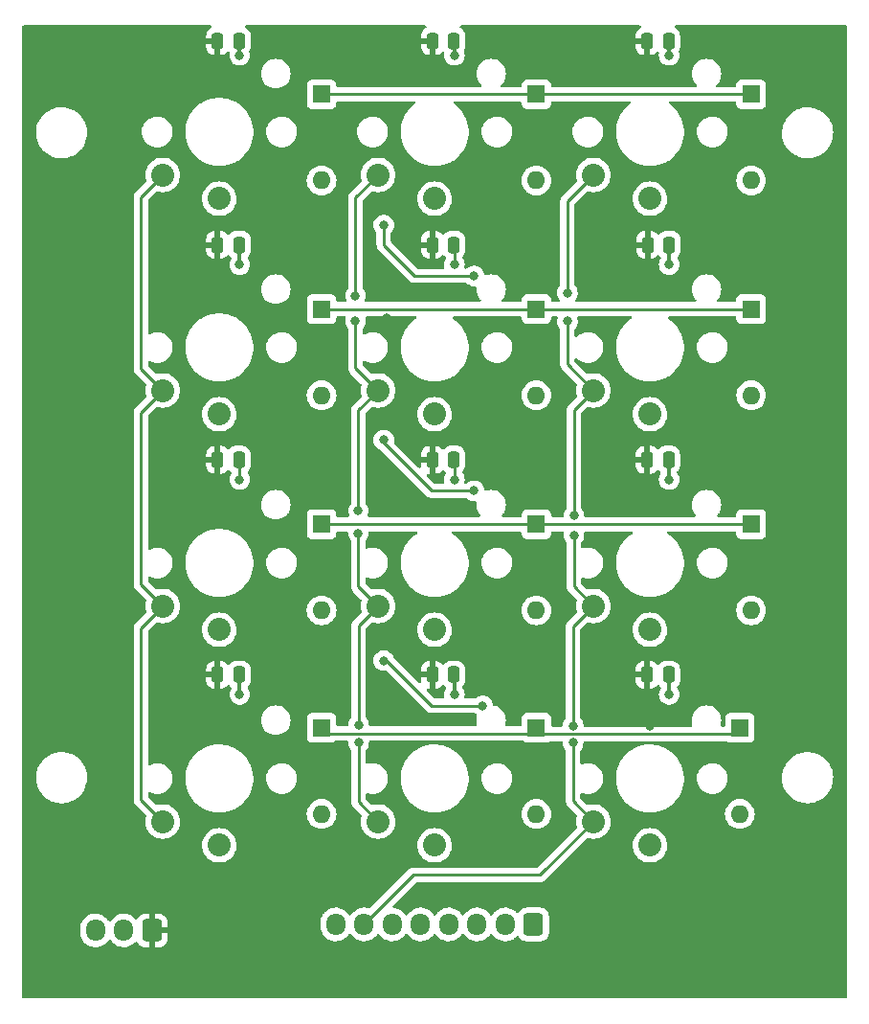
<source format=gbl>
%TF.GenerationSoftware,KiCad,Pcbnew,(6.0.1)*%
%TF.CreationDate,2022-02-13T15:50:39-08:00*%
%TF.ProjectId,keymani,6b65796d-616e-4692-9e6b-696361645f70,-*%
%TF.SameCoordinates,Original*%
%TF.FileFunction,Copper,L2,Bot*%
%TF.FilePolarity,Positive*%
%FSLAX46Y46*%
G04 Gerber Fmt 4.6, Leading zero omitted, Abs format (unit mm)*
G04 Created by KiCad (PCBNEW (6.0.1)) date 2022-02-13 15:50:39*
%MOMM*%
%LPD*%
G01*
G04 APERTURE LIST*
G04 Aperture macros list*
%AMRoundRect*
0 Rectangle with rounded corners*
0 $1 Rounding radius*
0 $2 $3 $4 $5 $6 $7 $8 $9 X,Y pos of 4 corners*
0 Add a 4 corners polygon primitive as box body*
4,1,4,$2,$3,$4,$5,$6,$7,$8,$9,$2,$3,0*
0 Add four circle primitives for the rounded corners*
1,1,$1+$1,$2,$3*
1,1,$1+$1,$4,$5*
1,1,$1+$1,$6,$7*
1,1,$1+$1,$8,$9*
0 Add four rect primitives between the rounded corners*
20,1,$1+$1,$2,$3,$4,$5,0*
20,1,$1+$1,$4,$5,$6,$7,0*
20,1,$1+$1,$6,$7,$8,$9,0*
20,1,$1+$1,$8,$9,$2,$3,0*%
G04 Aperture macros list end*
%TA.AperFunction,ComponentPad*%
%ADD10C,2.032000*%
%TD*%
%TA.AperFunction,ComponentPad*%
%ADD11RoundRect,0.250000X0.600000X0.725000X-0.600000X0.725000X-0.600000X-0.725000X0.600000X-0.725000X0*%
%TD*%
%TA.AperFunction,ComponentPad*%
%ADD12O,1.700000X1.950000*%
%TD*%
%TA.AperFunction,ComponentPad*%
%ADD13R,1.600000X1.600000*%
%TD*%
%TA.AperFunction,ComponentPad*%
%ADD14O,1.600000X1.600000*%
%TD*%
%TA.AperFunction,SMDPad,CuDef*%
%ADD15RoundRect,0.250000X0.250000X0.475000X-0.250000X0.475000X-0.250000X-0.475000X0.250000X-0.475000X0*%
%TD*%
%TA.AperFunction,ViaPad*%
%ADD16C,0.800000*%
%TD*%
%TA.AperFunction,Conductor*%
%ADD17C,0.250000*%
%TD*%
%TA.AperFunction,Conductor*%
%ADD18C,0.350000*%
%TD*%
G04 APERTURE END LIST*
D10*
%TO.P,SW10,1,1*%
%TO.N,Net-(D10-Pad2)*%
X133950000Y-85825000D03*
%TO.P,SW10,2,2*%
%TO.N,COL_0*%
X128950000Y-83725000D03*
%TD*%
%TO.P,SW5,1,1*%
%TO.N,Net-(D5-Pad2)*%
X153000000Y-123925000D03*
%TO.P,SW5,2,2*%
%TO.N,COL_1*%
X148000000Y-121825000D03*
%TD*%
D11*
%TO.P,CN1,1,Pin_1*%
%TO.N,ROW_0*%
X161750000Y-149967500D03*
D12*
%TO.P,CN1,2,Pin_2*%
%TO.N,ROW_1*%
X159250000Y-149967500D03*
%TO.P,CN1,3,Pin_3*%
%TO.N,ROW_2*%
X156750000Y-149967500D03*
%TO.P,CN1,4,Pin_4*%
%TO.N,ROW_3*%
X154250000Y-149967500D03*
%TO.P,CN1,5,Pin_5*%
%TO.N,COL_0*%
X151750000Y-149967500D03*
%TO.P,CN1,6,Pin_6*%
%TO.N,COL_1*%
X149250000Y-149967500D03*
%TO.P,CN1,7,Pin_7*%
%TO.N,COL_2*%
X146750000Y-149967500D03*
%TO.P,CN1,8,Pin_8*%
%TO.N,unconnected-(CN1-Pad8)*%
X144250000Y-149967500D03*
%TD*%
D10*
%TO.P,SW8,1,1*%
%TO.N,Net-(D8-Pad2)*%
X153000000Y-104875000D03*
%TO.P,SW8,2,2*%
%TO.N,COL_1*%
X148000000Y-102775000D03*
%TD*%
%TO.P,SW9,1,1*%
%TO.N,Net-(D9-Pad2)*%
X172050000Y-104875000D03*
%TO.P,SW9,2,2*%
%TO.N,COL_2*%
X167050000Y-102775000D03*
%TD*%
%TO.P,SW12,1,1*%
%TO.N,Net-(D12-Pad2)*%
X172050000Y-85825000D03*
%TO.P,SW12,2,2*%
%TO.N,COL_2*%
X167050000Y-83725000D03*
%TD*%
%TO.P,SW2,1,1*%
%TO.N,Net-(D2-Pad2)*%
X153000000Y-142975000D03*
%TO.P,SW2,2,2*%
%TO.N,COL_1*%
X148000000Y-140875000D03*
%TD*%
%TO.P,SW1,1,1*%
%TO.N,Net-(D1-Pad2)*%
X133950000Y-142975000D03*
%TO.P,SW1,2,2*%
%TO.N,COL_0*%
X128950000Y-140875000D03*
%TD*%
%TO.P,SW3,1,1*%
%TO.N,Net-(D3-Pad2)*%
X172050000Y-142975000D03*
%TO.P,SW3,2,2*%
%TO.N,COL_2*%
X167050000Y-140875000D03*
%TD*%
%TO.P,SW6,1,1*%
%TO.N,Net-(D6-Pad2)*%
X172050000Y-123925000D03*
%TO.P,SW6,2,2*%
%TO.N,COL_2*%
X167050000Y-121825000D03*
%TD*%
%TO.P,SW4,1,1*%
%TO.N,Net-(D4-Pad2)*%
X133950000Y-123925000D03*
%TO.P,SW4,2,2*%
%TO.N,COL_0*%
X128950000Y-121825000D03*
%TD*%
%TO.P,SW11,1,1*%
%TO.N,Net-(D11-Pad2)*%
X153000000Y-85825000D03*
%TO.P,SW11,2,2*%
%TO.N,COL_1*%
X148000000Y-83725000D03*
%TD*%
%TO.P,SW7,1,1*%
%TO.N,Net-(D7-Pad2)*%
X133950000Y-104875000D03*
%TO.P,SW7,2,2*%
%TO.N,COL_0*%
X128950000Y-102775000D03*
%TD*%
D13*
%TO.P,D4,1,K*%
%TO.N,ROW_2*%
X143000000Y-114590000D03*
D14*
%TO.P,D4,2,A*%
%TO.N,Net-(D4-Pad2)*%
X143000000Y-122210000D03*
%TD*%
D13*
%TO.P,D3,1,K*%
%TO.N,ROW_3*%
X180000000Y-132590000D03*
D14*
%TO.P,D3,2,A*%
%TO.N,Net-(D3-Pad2)*%
X180000000Y-140210000D03*
%TD*%
D13*
%TO.P,D6,1,K*%
%TO.N,ROW_2*%
X181000000Y-114590000D03*
D14*
%TO.P,D6,2,A*%
%TO.N,Net-(D6-Pad2)*%
X181000000Y-122210000D03*
%TD*%
D15*
%TO.P,C7,1*%
%TO.N,5V*%
X135700000Y-89900000D03*
%TO.P,C7,2*%
%TO.N,GND*%
X133800000Y-89900000D03*
%TD*%
%TO.P,C1,1*%
%TO.N,5V*%
X135700000Y-127900000D03*
%TO.P,C1,2*%
%TO.N,GND*%
X133800000Y-127900000D03*
%TD*%
%TO.P,C5,1*%
%TO.N,5V*%
X154700000Y-108900000D03*
%TO.P,C5,2*%
%TO.N,GND*%
X152800000Y-108900000D03*
%TD*%
D13*
%TO.P,D12,1,K*%
%TO.N,ROW_0*%
X181000000Y-76590000D03*
D14*
%TO.P,D12,2,A*%
%TO.N,Net-(D12-Pad2)*%
X181000000Y-84210000D03*
%TD*%
D15*
%TO.P,C6,1*%
%TO.N,5V*%
X173700000Y-108900000D03*
%TO.P,C6,2*%
%TO.N,GND*%
X171800000Y-108900000D03*
%TD*%
D13*
%TO.P,D7,1,K*%
%TO.N,ROW_1*%
X143000000Y-95590000D03*
D14*
%TO.P,D7,2,A*%
%TO.N,Net-(D7-Pad2)*%
X143000000Y-103210000D03*
%TD*%
D13*
%TO.P,D9,1,K*%
%TO.N,ROW_1*%
X181000000Y-95590000D03*
D14*
%TO.P,D9,2,A*%
%TO.N,Net-(D9-Pad2)*%
X181000000Y-103210000D03*
%TD*%
D11*
%TO.P,CN2,1,Pin_1*%
%TO.N,GND*%
X128000000Y-150500000D03*
D12*
%TO.P,CN2,2,Pin_2*%
%TO.N,DIN*%
X125500000Y-150500000D03*
%TO.P,CN2,3,Pin_3*%
%TO.N,5V*%
X123000000Y-150500000D03*
%TD*%
D15*
%TO.P,C3,1*%
%TO.N,5V*%
X173700000Y-127900000D03*
%TO.P,C3,2*%
%TO.N,GND*%
X171800000Y-127900000D03*
%TD*%
D13*
%TO.P,D11,1,K*%
%TO.N,ROW_0*%
X162000000Y-76590000D03*
D14*
%TO.P,D11,2,A*%
%TO.N,Net-(D11-Pad2)*%
X162000000Y-84210000D03*
%TD*%
D15*
%TO.P,C11,1*%
%TO.N,5V*%
X154700000Y-71900000D03*
%TO.P,C11,2*%
%TO.N,GND*%
X152800000Y-71900000D03*
%TD*%
%TO.P,C2,1*%
%TO.N,5V*%
X154700000Y-127900000D03*
%TO.P,C2,2*%
%TO.N,GND*%
X152800000Y-127900000D03*
%TD*%
D13*
%TO.P,D2,1,K*%
%TO.N,ROW_3*%
X162000000Y-132590000D03*
D14*
%TO.P,D2,2,A*%
%TO.N,Net-(D2-Pad2)*%
X162000000Y-140210000D03*
%TD*%
D15*
%TO.P,C9,1*%
%TO.N,5V*%
X173750000Y-89900000D03*
%TO.P,C9,2*%
%TO.N,GND*%
X171850000Y-89900000D03*
%TD*%
D13*
%TO.P,D10,1,K*%
%TO.N,ROW_0*%
X143000000Y-76590000D03*
D14*
%TO.P,D10,2,A*%
%TO.N,Net-(D10-Pad2)*%
X143000000Y-84210000D03*
%TD*%
D15*
%TO.P,C12,1*%
%TO.N,5V*%
X173700000Y-71900000D03*
%TO.P,C12,2*%
%TO.N,GND*%
X171800000Y-71900000D03*
%TD*%
D13*
%TO.P,D1,1,K*%
%TO.N,ROW_3*%
X143000000Y-132590000D03*
D14*
%TO.P,D1,2,A*%
%TO.N,Net-(D1-Pad2)*%
X143000000Y-140210000D03*
%TD*%
D13*
%TO.P,D8,1,K*%
%TO.N,ROW_1*%
X162000000Y-95590000D03*
D14*
%TO.P,D8,2,A*%
%TO.N,Net-(D8-Pad2)*%
X162000000Y-103210000D03*
%TD*%
D15*
%TO.P,C8,1*%
%TO.N,5V*%
X154700000Y-89900000D03*
%TO.P,C8,2*%
%TO.N,GND*%
X152800000Y-89900000D03*
%TD*%
%TO.P,C10,1*%
%TO.N,5V*%
X135700000Y-71900000D03*
%TO.P,C10,2*%
%TO.N,GND*%
X133800000Y-71900000D03*
%TD*%
%TO.P,C4,1*%
%TO.N,5V*%
X135700000Y-108900000D03*
%TO.P,C4,2*%
%TO.N,GND*%
X133800000Y-108900000D03*
%TD*%
D13*
%TO.P,D5,1,K*%
%TO.N,ROW_2*%
X162000000Y-114590000D03*
D14*
%TO.P,D5,2,A*%
%TO.N,Net-(D5-Pad2)*%
X162000000Y-122210000D03*
%TD*%
D16*
%TO.N,COL_1*%
X146000000Y-96650000D03*
X146274579Y-132325421D03*
X146274579Y-133900000D03*
X146250000Y-115400000D03*
X146000000Y-94400000D03*
X146250000Y-113400000D03*
%TO.N,COL_2*%
X164750000Y-94150000D03*
X165250000Y-132400000D03*
X164750000Y-96650000D03*
X165324579Y-115575421D03*
X165324579Y-113825421D03*
X165250000Y-133900000D03*
%TO.N,5V*%
X135750000Y-73150000D03*
X173750000Y-91650000D03*
X135750000Y-91650000D03*
X154750000Y-110650000D03*
X154750000Y-129650000D03*
X154750000Y-91650000D03*
X173750000Y-110650000D03*
X173750000Y-129650000D03*
X135750000Y-129650000D03*
X173750000Y-73150000D03*
X135750000Y-110650000D03*
X154750000Y-73150000D03*
%TO.N,GND*%
X167500000Y-74900000D03*
X148500000Y-74900000D03*
X134000000Y-95150000D03*
X148750000Y-96400000D03*
X149000000Y-130900000D03*
X134000000Y-114400000D03*
X162000000Y-93650000D03*
X149000000Y-115650000D03*
X172000000Y-132400000D03*
X172000000Y-94150000D03*
X144750000Y-130900000D03*
X172000000Y-113400000D03*
X143000000Y-93150000D03*
X134000000Y-76400000D03*
%TO.N,Net-(D15-Pad1)*%
X148500000Y-126650000D03*
X157250000Y-130650000D03*
%TO.N,Net-(D18-Pad1)*%
X156500000Y-111650000D03*
X148500000Y-107150000D03*
%TO.N,Net-(D21-Pad1)*%
X156500000Y-92650000D03*
X148500000Y-88150000D03*
%TD*%
D17*
%TO.N,COL_2*%
X162325000Y-145600000D02*
X167050000Y-140875000D01*
X151117500Y-145600000D02*
X162325000Y-145600000D01*
X146750000Y-149967500D02*
X151117500Y-145600000D01*
%TO.N,ROW_3*%
X180000000Y-132590000D02*
X179465489Y-133124511D01*
X162000000Y-132590000D02*
X161490479Y-133099521D01*
X143509521Y-133099521D02*
X143000000Y-132590000D01*
X162534511Y-133124511D02*
X162000000Y-132590000D01*
X161490479Y-133099521D02*
X143509521Y-133099521D01*
X179465489Y-133124511D02*
X162534511Y-133124511D01*
X162000000Y-132590000D02*
X162509521Y-133099521D01*
X143509521Y-133099521D02*
X143000000Y-132590000D01*
X162000000Y-132590000D02*
X161490479Y-133099521D01*
%TO.N,ROW_2*%
X162000000Y-114590000D02*
X181000000Y-114590000D01*
X143000000Y-114590000D02*
X162000000Y-114590000D01*
%TO.N,ROW_1*%
X143000000Y-95590000D02*
X162000000Y-95590000D01*
X162000000Y-95590000D02*
X181000000Y-95590000D01*
%TO.N,ROW_0*%
X143000000Y-76590000D02*
X162000000Y-76590000D01*
X162000000Y-76590000D02*
X181000000Y-76590000D01*
%TO.N,COL_0*%
X127000000Y-100825000D02*
X127000000Y-85675000D01*
X127000000Y-123775000D02*
X128950000Y-121825000D01*
X128950000Y-140875000D02*
X127000000Y-138925000D01*
X128950000Y-102775000D02*
X127000000Y-100825000D01*
X128950000Y-121825000D02*
X127000000Y-119875000D01*
X127000000Y-138925000D02*
X127000000Y-123775000D01*
X127000000Y-119875000D02*
X127000000Y-104725000D01*
X127000000Y-104725000D02*
X128950000Y-102775000D01*
X127000000Y-85675000D02*
X128950000Y-83725000D01*
%TO.N,COL_1*%
X146274579Y-132325421D02*
X146274579Y-123550421D01*
X146250000Y-115400000D02*
X146250000Y-120075000D01*
X146000000Y-94400000D02*
X146000000Y-85725000D01*
X146000000Y-100775000D02*
X146000000Y-96650000D01*
X146274579Y-133900000D02*
X146274579Y-139149579D01*
X146000000Y-85725000D02*
X148000000Y-83725000D01*
X146250000Y-113400000D02*
X146250000Y-104525000D01*
X148000000Y-102775000D02*
X146000000Y-100775000D01*
X146274579Y-123550421D02*
X148000000Y-121825000D01*
X146250000Y-104525000D02*
X148000000Y-102775000D01*
X146250000Y-120075000D02*
X148000000Y-121825000D01*
X146274579Y-139149579D02*
X148000000Y-140875000D01*
%TO.N,COL_2*%
X165250000Y-123625000D02*
X167050000Y-121825000D01*
X164750000Y-86025000D02*
X167050000Y-83725000D01*
X164750000Y-100475000D02*
X167050000Y-102775000D01*
X165324579Y-120099579D02*
X165324579Y-115575421D01*
X164750000Y-94150000D02*
X164750000Y-86025000D01*
X165324579Y-104500421D02*
X167050000Y-102775000D01*
X165250000Y-132400000D02*
X165250000Y-123625000D01*
X165324579Y-113825421D02*
X165324579Y-104500421D01*
X167050000Y-121825000D02*
X165324579Y-120099579D01*
X164750000Y-96650000D02*
X164750000Y-100475000D01*
X165250000Y-139075000D02*
X167050000Y-140875000D01*
X165250000Y-133900000D02*
X165250000Y-139075000D01*
D18*
%TO.N,5V*%
X135750000Y-72200000D02*
X135450000Y-71900000D01*
X154750000Y-129650000D02*
X154750000Y-127950000D01*
D17*
X154750000Y-108950000D02*
X154700000Y-108900000D01*
D18*
X135750000Y-73150000D02*
X135750000Y-72200000D01*
X135750000Y-127950000D02*
X135700000Y-127900000D01*
X173750000Y-91650000D02*
X173750000Y-89900000D01*
X173750000Y-72200000D02*
X173450000Y-71900000D01*
X154750000Y-71950000D02*
X154700000Y-71900000D01*
D17*
X135750000Y-110650000D02*
X135750000Y-108950000D01*
D18*
X173750000Y-108950000D02*
X173700000Y-108900000D01*
X173750000Y-127950000D02*
X173700000Y-127900000D01*
D17*
X154750000Y-91650000D02*
X154750000Y-89950000D01*
D18*
X135750000Y-129650000D02*
X135750000Y-127950000D01*
X135750000Y-89950000D02*
X135700000Y-89900000D01*
X173750000Y-73150000D02*
X173750000Y-72200000D01*
X135750000Y-91650000D02*
X135750000Y-89950000D01*
X154750000Y-127950000D02*
X154700000Y-127900000D01*
D17*
X135750000Y-108950000D02*
X135700000Y-108900000D01*
X154750000Y-110650000D02*
X154750000Y-108950000D01*
D18*
X173750000Y-129650000D02*
X173750000Y-127950000D01*
X154750000Y-73150000D02*
X154750000Y-71950000D01*
X173750000Y-110650000D02*
X173750000Y-108950000D01*
D17*
X154750000Y-89950000D02*
X154700000Y-89900000D01*
%TO.N,Net-(D15-Pad1)*%
X157250000Y-130650000D02*
X152750000Y-130650000D01*
X152750000Y-130650000D02*
X148750000Y-126650000D01*
X148750000Y-126650000D02*
X148500000Y-126650000D01*
%TO.N,Net-(D18-Pad1)*%
X148500000Y-107400000D02*
X148500000Y-107150000D01*
X152750000Y-111650000D02*
X148500000Y-107400000D01*
X156500000Y-111650000D02*
X152750000Y-111650000D01*
%TO.N,Net-(D21-Pad1)*%
X151250000Y-92650000D02*
X148500000Y-89900000D01*
X148500000Y-89900000D02*
X148500000Y-88150000D01*
X156500000Y-92650000D02*
X151250000Y-92650000D01*
%TD*%
%TA.AperFunction,Conductor*%
%TO.N,GND*%
G36*
X133216390Y-70528002D02*
G01*
X133262883Y-70581658D01*
X133272987Y-70651932D01*
X133243493Y-70716512D01*
X133214572Y-70741144D01*
X133082193Y-70823063D01*
X133070792Y-70832099D01*
X132956261Y-70946829D01*
X132947249Y-70958240D01*
X132862184Y-71096243D01*
X132856037Y-71109424D01*
X132804862Y-71263710D01*
X132801995Y-71277086D01*
X132792328Y-71371438D01*
X132792000Y-71377855D01*
X132792000Y-71627885D01*
X132796475Y-71643124D01*
X132797865Y-71644329D01*
X132805548Y-71646000D01*
X133928000Y-71646000D01*
X133996121Y-71666002D01*
X134042614Y-71719658D01*
X134054000Y-71772000D01*
X134054000Y-73114884D01*
X134058475Y-73130123D01*
X134059865Y-73131328D01*
X134067548Y-73132999D01*
X134097095Y-73132999D01*
X134103614Y-73132662D01*
X134199206Y-73122743D01*
X134212600Y-73119851D01*
X134366784Y-73068412D01*
X134379962Y-73062239D01*
X134517807Y-72976937D01*
X134529208Y-72967901D01*
X134642771Y-72854141D01*
X134705054Y-72820062D01*
X134775874Y-72825065D01*
X134832747Y-72867563D01*
X134857615Y-72934061D01*
X134855832Y-72960006D01*
X134856458Y-72960072D01*
X134836496Y-73150000D01*
X134856458Y-73339928D01*
X134915473Y-73521556D01*
X135010960Y-73686944D01*
X135138747Y-73828866D01*
X135237843Y-73900864D01*
X135285118Y-73935211D01*
X135293248Y-73941118D01*
X135299276Y-73943802D01*
X135299278Y-73943803D01*
X135461681Y-74016109D01*
X135467712Y-74018794D01*
X135561112Y-74038647D01*
X135648056Y-74057128D01*
X135648061Y-74057128D01*
X135654513Y-74058500D01*
X135845487Y-74058500D01*
X135851939Y-74057128D01*
X135851944Y-74057128D01*
X135938888Y-74038647D01*
X136032288Y-74018794D01*
X136038319Y-74016109D01*
X136200722Y-73943803D01*
X136200724Y-73943802D01*
X136206752Y-73941118D01*
X136214883Y-73935211D01*
X136262157Y-73900864D01*
X136361253Y-73828866D01*
X136489040Y-73686944D01*
X136584527Y-73521556D01*
X136643542Y-73339928D01*
X136663504Y-73150000D01*
X136643542Y-72960072D01*
X136605245Y-72842207D01*
X136603217Y-72771240D01*
X136617819Y-72737154D01*
X136638273Y-72703972D01*
X136638275Y-72703967D01*
X136642115Y-72697738D01*
X136697797Y-72529861D01*
X136708500Y-72425400D01*
X136708500Y-72422095D01*
X151792001Y-72422095D01*
X151792338Y-72428614D01*
X151802257Y-72524206D01*
X151805149Y-72537600D01*
X151856588Y-72691784D01*
X151862761Y-72704962D01*
X151948063Y-72842807D01*
X151957099Y-72854208D01*
X152071829Y-72968739D01*
X152083240Y-72977751D01*
X152221243Y-73062816D01*
X152234424Y-73068963D01*
X152388710Y-73120138D01*
X152402086Y-73123005D01*
X152496438Y-73132672D01*
X152502854Y-73133000D01*
X152527885Y-73133000D01*
X152543124Y-73128525D01*
X152544329Y-73127135D01*
X152546000Y-73119452D01*
X152546000Y-72172115D01*
X152541525Y-72156876D01*
X152540135Y-72155671D01*
X152532452Y-72154000D01*
X151810116Y-72154000D01*
X151794877Y-72158475D01*
X151793672Y-72159865D01*
X151792001Y-72167548D01*
X151792001Y-72422095D01*
X136708500Y-72422095D01*
X136708500Y-71374600D01*
X136708163Y-71371350D01*
X136698238Y-71275692D01*
X136698237Y-71275688D01*
X136697526Y-71268834D01*
X136641550Y-71101054D01*
X136548478Y-70950652D01*
X136423303Y-70825695D01*
X136286325Y-70741260D01*
X136238832Y-70688487D01*
X136227408Y-70618416D01*
X136255682Y-70553292D01*
X136314676Y-70513793D01*
X136352441Y-70508000D01*
X152148269Y-70508000D01*
X152216390Y-70528002D01*
X152262883Y-70581658D01*
X152272987Y-70651932D01*
X152243493Y-70716512D01*
X152214572Y-70741144D01*
X152082193Y-70823063D01*
X152070792Y-70832099D01*
X151956261Y-70946829D01*
X151947249Y-70958240D01*
X151862184Y-71096243D01*
X151856037Y-71109424D01*
X151804862Y-71263710D01*
X151801995Y-71277086D01*
X151792328Y-71371438D01*
X151792000Y-71377855D01*
X151792000Y-71627885D01*
X151796475Y-71643124D01*
X151797865Y-71644329D01*
X151805548Y-71646000D01*
X152928000Y-71646000D01*
X152996121Y-71666002D01*
X153042614Y-71719658D01*
X153054000Y-71772000D01*
X153054000Y-73114884D01*
X153058475Y-73130123D01*
X153059865Y-73131328D01*
X153067548Y-73132999D01*
X153097095Y-73132999D01*
X153103614Y-73132662D01*
X153199206Y-73122743D01*
X153212600Y-73119851D01*
X153366784Y-73068412D01*
X153379962Y-73062239D01*
X153517807Y-72976937D01*
X153529208Y-72967901D01*
X153642771Y-72854141D01*
X153705054Y-72820062D01*
X153775874Y-72825065D01*
X153832747Y-72867563D01*
X153857615Y-72934061D01*
X153855832Y-72960006D01*
X153856458Y-72960072D01*
X153836496Y-73150000D01*
X153856458Y-73339928D01*
X153915473Y-73521556D01*
X154010960Y-73686944D01*
X154138747Y-73828866D01*
X154237843Y-73900864D01*
X154285118Y-73935211D01*
X154293248Y-73941118D01*
X154299276Y-73943802D01*
X154299278Y-73943803D01*
X154461681Y-74016109D01*
X154467712Y-74018794D01*
X154561112Y-74038647D01*
X154648056Y-74057128D01*
X154648061Y-74057128D01*
X154654513Y-74058500D01*
X154845487Y-74058500D01*
X154851939Y-74057128D01*
X154851944Y-74057128D01*
X154938888Y-74038647D01*
X155032288Y-74018794D01*
X155038319Y-74016109D01*
X155200722Y-73943803D01*
X155200724Y-73943802D01*
X155206752Y-73941118D01*
X155214883Y-73935211D01*
X155262157Y-73900864D01*
X155361253Y-73828866D01*
X155489040Y-73686944D01*
X155584527Y-73521556D01*
X155643542Y-73339928D01*
X155663504Y-73150000D01*
X155643542Y-72960072D01*
X155605245Y-72842207D01*
X155603217Y-72771240D01*
X155617819Y-72737154D01*
X155638273Y-72703972D01*
X155638275Y-72703967D01*
X155642115Y-72697738D01*
X155697797Y-72529861D01*
X155708500Y-72425400D01*
X155708500Y-72422095D01*
X170792001Y-72422095D01*
X170792338Y-72428614D01*
X170802257Y-72524206D01*
X170805149Y-72537600D01*
X170856588Y-72691784D01*
X170862761Y-72704962D01*
X170948063Y-72842807D01*
X170957099Y-72854208D01*
X171071829Y-72968739D01*
X171083240Y-72977751D01*
X171221243Y-73062816D01*
X171234424Y-73068963D01*
X171388710Y-73120138D01*
X171402086Y-73123005D01*
X171496438Y-73132672D01*
X171502854Y-73133000D01*
X171527885Y-73133000D01*
X171543124Y-73128525D01*
X171544329Y-73127135D01*
X171546000Y-73119452D01*
X171546000Y-72172115D01*
X171541525Y-72156876D01*
X171540135Y-72155671D01*
X171532452Y-72154000D01*
X170810116Y-72154000D01*
X170794877Y-72158475D01*
X170793672Y-72159865D01*
X170792001Y-72167548D01*
X170792001Y-72422095D01*
X155708500Y-72422095D01*
X155708500Y-71374600D01*
X155708163Y-71371350D01*
X155698238Y-71275692D01*
X155698237Y-71275688D01*
X155697526Y-71268834D01*
X155641550Y-71101054D01*
X155548478Y-70950652D01*
X155423303Y-70825695D01*
X155286325Y-70741260D01*
X155238832Y-70688487D01*
X155227408Y-70618416D01*
X155255682Y-70553292D01*
X155314676Y-70513793D01*
X155352441Y-70508000D01*
X171148269Y-70508000D01*
X171216390Y-70528002D01*
X171262883Y-70581658D01*
X171272987Y-70651932D01*
X171243493Y-70716512D01*
X171214572Y-70741144D01*
X171082193Y-70823063D01*
X171070792Y-70832099D01*
X170956261Y-70946829D01*
X170947249Y-70958240D01*
X170862184Y-71096243D01*
X170856037Y-71109424D01*
X170804862Y-71263710D01*
X170801995Y-71277086D01*
X170792328Y-71371438D01*
X170792000Y-71377855D01*
X170792000Y-71627885D01*
X170796475Y-71643124D01*
X170797865Y-71644329D01*
X170805548Y-71646000D01*
X171928000Y-71646000D01*
X171996121Y-71666002D01*
X172042614Y-71719658D01*
X172054000Y-71772000D01*
X172054000Y-73114884D01*
X172058475Y-73130123D01*
X172059865Y-73131328D01*
X172067548Y-73132999D01*
X172097095Y-73132999D01*
X172103614Y-73132662D01*
X172199206Y-73122743D01*
X172212600Y-73119851D01*
X172366784Y-73068412D01*
X172379962Y-73062239D01*
X172517807Y-72976937D01*
X172529208Y-72967901D01*
X172642771Y-72854141D01*
X172705054Y-72820062D01*
X172775874Y-72825065D01*
X172832747Y-72867563D01*
X172857615Y-72934061D01*
X172855832Y-72960006D01*
X172856458Y-72960072D01*
X172836496Y-73150000D01*
X172856458Y-73339928D01*
X172915473Y-73521556D01*
X173010960Y-73686944D01*
X173138747Y-73828866D01*
X173237843Y-73900864D01*
X173285118Y-73935211D01*
X173293248Y-73941118D01*
X173299276Y-73943802D01*
X173299278Y-73943803D01*
X173461681Y-74016109D01*
X173467712Y-74018794D01*
X173561112Y-74038647D01*
X173648056Y-74057128D01*
X173648061Y-74057128D01*
X173654513Y-74058500D01*
X173845487Y-74058500D01*
X173851939Y-74057128D01*
X173851944Y-74057128D01*
X173938888Y-74038647D01*
X174032288Y-74018794D01*
X174038319Y-74016109D01*
X174200722Y-73943803D01*
X174200724Y-73943802D01*
X174206752Y-73941118D01*
X174214883Y-73935211D01*
X174262157Y-73900864D01*
X174361253Y-73828866D01*
X174489040Y-73686944D01*
X174584527Y-73521556D01*
X174643542Y-73339928D01*
X174663504Y-73150000D01*
X174643542Y-72960072D01*
X174605245Y-72842207D01*
X174603217Y-72771240D01*
X174617819Y-72737154D01*
X174638273Y-72703972D01*
X174638275Y-72703967D01*
X174642115Y-72697738D01*
X174697797Y-72529861D01*
X174708500Y-72425400D01*
X174708500Y-71374600D01*
X174708163Y-71371350D01*
X174698238Y-71275692D01*
X174698237Y-71275688D01*
X174697526Y-71268834D01*
X174641550Y-71101054D01*
X174548478Y-70950652D01*
X174423303Y-70825695D01*
X174286325Y-70741260D01*
X174238832Y-70688487D01*
X174227408Y-70618416D01*
X174255682Y-70553292D01*
X174314676Y-70513793D01*
X174352441Y-70508000D01*
X189366000Y-70508000D01*
X189434121Y-70528002D01*
X189480614Y-70581658D01*
X189492000Y-70634000D01*
X189492000Y-156366000D01*
X189471998Y-156434121D01*
X189418342Y-156480614D01*
X189366000Y-156492000D01*
X116634000Y-156492000D01*
X116565879Y-156471998D01*
X116519386Y-156418342D01*
X116508000Y-156366000D01*
X116508000Y-150682890D01*
X121641500Y-150682890D01*
X121641725Y-150685539D01*
X121655456Y-150847361D01*
X121656080Y-150854720D01*
X121657418Y-150859875D01*
X121657419Y-150859881D01*
X121703882Y-151038894D01*
X121713999Y-151077872D01*
X121716191Y-151082738D01*
X121716192Y-151082741D01*
X121755942Y-151170983D01*
X121808688Y-151288075D01*
X121937441Y-151479319D01*
X122096576Y-151646135D01*
X122281542Y-151783754D01*
X122286293Y-151786170D01*
X122286297Y-151786172D01*
X122348704Y-151817901D01*
X122487051Y-151888240D01*
X122492145Y-151889822D01*
X122492148Y-151889823D01*
X122692020Y-151951885D01*
X122707227Y-151956607D01*
X122712516Y-151957308D01*
X122930489Y-151986198D01*
X122930494Y-151986198D01*
X122935774Y-151986898D01*
X122941103Y-151986698D01*
X122941105Y-151986698D01*
X123050966Y-151982573D01*
X123166158Y-151978249D01*
X123171468Y-151977135D01*
X123386572Y-151932002D01*
X123391791Y-151930907D01*
X123396750Y-151928949D01*
X123396752Y-151928948D01*
X123601256Y-151848185D01*
X123601258Y-151848184D01*
X123606221Y-151846224D01*
X123705184Y-151786172D01*
X123798757Y-151729390D01*
X123798756Y-151729390D01*
X123803317Y-151726623D01*
X123843493Y-151691760D01*
X123973412Y-151579023D01*
X123973414Y-151579021D01*
X123977445Y-151575523D01*
X124041383Y-151497545D01*
X124120240Y-151401373D01*
X124120244Y-151401367D01*
X124123624Y-151397245D01*
X124141552Y-151365750D01*
X124192632Y-151316445D01*
X124262262Y-151302583D01*
X124328333Y-151328566D01*
X124355573Y-151357716D01*
X124437441Y-151479319D01*
X124596576Y-151646135D01*
X124781542Y-151783754D01*
X124786293Y-151786170D01*
X124786297Y-151786172D01*
X124848704Y-151817901D01*
X124987051Y-151888240D01*
X124992145Y-151889822D01*
X124992148Y-151889823D01*
X125192020Y-151951885D01*
X125207227Y-151956607D01*
X125212516Y-151957308D01*
X125430489Y-151986198D01*
X125430494Y-151986198D01*
X125435774Y-151986898D01*
X125441103Y-151986698D01*
X125441105Y-151986698D01*
X125550966Y-151982573D01*
X125666158Y-151978249D01*
X125671468Y-151977135D01*
X125886572Y-151932002D01*
X125891791Y-151930907D01*
X125896750Y-151928949D01*
X125896752Y-151928948D01*
X126101256Y-151848185D01*
X126101258Y-151848184D01*
X126106221Y-151846224D01*
X126205184Y-151786172D01*
X126298757Y-151729390D01*
X126298756Y-151729390D01*
X126303317Y-151726623D01*
X126343493Y-151691760D01*
X126473412Y-151579023D01*
X126473414Y-151579021D01*
X126477445Y-151575523D01*
X126507006Y-151539471D01*
X126565666Y-151499476D01*
X126636636Y-151497545D01*
X126697384Y-151534290D01*
X126711584Y-151553059D01*
X126798063Y-151692807D01*
X126807099Y-151704208D01*
X126921829Y-151818739D01*
X126933240Y-151827751D01*
X127071243Y-151912816D01*
X127084424Y-151918963D01*
X127238710Y-151970138D01*
X127252086Y-151973005D01*
X127346438Y-151982672D01*
X127352854Y-151983000D01*
X127727885Y-151983000D01*
X127743124Y-151978525D01*
X127744329Y-151977135D01*
X127746000Y-151969452D01*
X127746000Y-151964884D01*
X128254000Y-151964884D01*
X128258475Y-151980123D01*
X128259865Y-151981328D01*
X128267548Y-151982999D01*
X128647095Y-151982999D01*
X128653614Y-151982662D01*
X128749206Y-151972743D01*
X128762600Y-151969851D01*
X128916784Y-151918412D01*
X128929962Y-151912239D01*
X129067807Y-151826937D01*
X129079208Y-151817901D01*
X129193739Y-151703171D01*
X129202751Y-151691760D01*
X129287816Y-151553757D01*
X129293963Y-151540576D01*
X129345138Y-151386290D01*
X129348005Y-151372914D01*
X129357672Y-151278562D01*
X129358000Y-151272146D01*
X129358000Y-150772115D01*
X129353525Y-150756876D01*
X129352135Y-150755671D01*
X129344452Y-150754000D01*
X128272115Y-150754000D01*
X128256876Y-150758475D01*
X128255671Y-150759865D01*
X128254000Y-150767548D01*
X128254000Y-151964884D01*
X127746000Y-151964884D01*
X127746000Y-150227885D01*
X128254000Y-150227885D01*
X128258475Y-150243124D01*
X128259865Y-150244329D01*
X128267548Y-150246000D01*
X129339884Y-150246000D01*
X129355123Y-150241525D01*
X129356328Y-150240135D01*
X129357999Y-150232452D01*
X129357999Y-149727905D01*
X129357662Y-149721386D01*
X129347743Y-149625794D01*
X129344851Y-149612400D01*
X129293412Y-149458216D01*
X129287239Y-149445038D01*
X129201937Y-149307193D01*
X129192901Y-149295792D01*
X129078171Y-149181261D01*
X129066760Y-149172249D01*
X128928757Y-149087184D01*
X128915576Y-149081037D01*
X128761290Y-149029862D01*
X128747914Y-149026995D01*
X128653562Y-149017328D01*
X128647145Y-149017000D01*
X128272115Y-149017000D01*
X128256876Y-149021475D01*
X128255671Y-149022865D01*
X128254000Y-149030548D01*
X128254000Y-150227885D01*
X127746000Y-150227885D01*
X127746000Y-149035116D01*
X127741525Y-149019877D01*
X127740135Y-149018672D01*
X127732452Y-149017001D01*
X127352905Y-149017001D01*
X127346386Y-149017338D01*
X127250794Y-149027257D01*
X127237400Y-149030149D01*
X127083216Y-149081588D01*
X127070038Y-149087761D01*
X126932193Y-149173063D01*
X126920792Y-149182099D01*
X126806261Y-149296829D01*
X126797247Y-149308243D01*
X126711277Y-149447713D01*
X126658505Y-149495207D01*
X126588434Y-149506631D01*
X126523310Y-149478357D01*
X126512847Y-149468570D01*
X126492951Y-149447713D01*
X126403424Y-149353865D01*
X126218458Y-149216246D01*
X126213707Y-149213830D01*
X126213703Y-149213828D01*
X126091731Y-149151815D01*
X126012949Y-149111760D01*
X126007855Y-149110178D01*
X126007852Y-149110177D01*
X125797871Y-149044976D01*
X125792773Y-149043393D01*
X125787484Y-149042692D01*
X125569511Y-149013802D01*
X125569506Y-149013802D01*
X125564226Y-149013102D01*
X125558897Y-149013302D01*
X125558895Y-149013302D01*
X125460368Y-149017001D01*
X125333842Y-149021751D01*
X125328623Y-149022846D01*
X125308849Y-149026995D01*
X125108209Y-149069093D01*
X125103250Y-149071051D01*
X125103248Y-149071052D01*
X124898744Y-149151815D01*
X124898742Y-149151816D01*
X124893779Y-149153776D01*
X124889220Y-149156543D01*
X124889217Y-149156544D01*
X124790832Y-149216246D01*
X124696683Y-149273377D01*
X124692653Y-149276874D01*
X124599484Y-149357722D01*
X124522555Y-149424477D01*
X124519168Y-149428608D01*
X124379760Y-149598627D01*
X124379756Y-149598633D01*
X124376376Y-149602755D01*
X124358448Y-149634250D01*
X124307368Y-149683555D01*
X124237738Y-149697417D01*
X124171667Y-149671434D01*
X124144427Y-149642284D01*
X124065539Y-149525108D01*
X124062559Y-149520681D01*
X124012848Y-149468570D01*
X123907103Y-149357722D01*
X123903424Y-149353865D01*
X123718458Y-149216246D01*
X123713707Y-149213830D01*
X123713703Y-149213828D01*
X123591731Y-149151815D01*
X123512949Y-149111760D01*
X123507855Y-149110178D01*
X123507852Y-149110177D01*
X123297871Y-149044976D01*
X123292773Y-149043393D01*
X123287484Y-149042692D01*
X123069511Y-149013802D01*
X123069506Y-149013802D01*
X123064226Y-149013102D01*
X123058897Y-149013302D01*
X123058895Y-149013302D01*
X122960368Y-149017001D01*
X122833842Y-149021751D01*
X122828623Y-149022846D01*
X122808849Y-149026995D01*
X122608209Y-149069093D01*
X122603250Y-149071051D01*
X122603248Y-149071052D01*
X122398744Y-149151815D01*
X122398742Y-149151816D01*
X122393779Y-149153776D01*
X122389220Y-149156543D01*
X122389217Y-149156544D01*
X122290832Y-149216246D01*
X122196683Y-149273377D01*
X122192653Y-149276874D01*
X122099484Y-149357722D01*
X122022555Y-149424477D01*
X122019168Y-149428608D01*
X121879760Y-149598627D01*
X121879756Y-149598633D01*
X121876376Y-149602755D01*
X121873738Y-149607390D01*
X121873735Y-149607394D01*
X121830382Y-149683555D01*
X121762325Y-149803114D01*
X121683663Y-150019825D01*
X121682714Y-150025074D01*
X121682713Y-150025077D01*
X121643377Y-150242608D01*
X121643376Y-150242615D01*
X121642639Y-150246692D01*
X121641500Y-150270844D01*
X121641500Y-150682890D01*
X116508000Y-150682890D01*
X116508000Y-142975000D01*
X132420786Y-142975000D01*
X132439613Y-143214222D01*
X132440767Y-143219029D01*
X132440768Y-143219035D01*
X132476043Y-143365963D01*
X132495631Y-143447553D01*
X132587460Y-143669249D01*
X132712840Y-143873849D01*
X132868682Y-144056318D01*
X133051151Y-144212160D01*
X133255751Y-144337540D01*
X133260321Y-144339433D01*
X133260323Y-144339434D01*
X133472874Y-144427475D01*
X133477447Y-144429369D01*
X133559037Y-144448957D01*
X133705965Y-144484232D01*
X133705971Y-144484233D01*
X133710778Y-144485387D01*
X133950000Y-144504214D01*
X134189222Y-144485387D01*
X134194029Y-144484233D01*
X134194035Y-144484232D01*
X134340963Y-144448957D01*
X134422553Y-144429369D01*
X134427126Y-144427475D01*
X134639677Y-144339434D01*
X134639679Y-144339433D01*
X134644249Y-144337540D01*
X134848849Y-144212160D01*
X135031318Y-144056318D01*
X135187160Y-143873849D01*
X135312540Y-143669249D01*
X135404369Y-143447553D01*
X135423957Y-143365963D01*
X135459232Y-143219035D01*
X135459233Y-143219029D01*
X135460387Y-143214222D01*
X135479214Y-142975000D01*
X151470786Y-142975000D01*
X151489613Y-143214222D01*
X151490767Y-143219029D01*
X151490768Y-143219035D01*
X151526043Y-143365963D01*
X151545631Y-143447553D01*
X151637460Y-143669249D01*
X151762840Y-143873849D01*
X151918682Y-144056318D01*
X152101151Y-144212160D01*
X152305751Y-144337540D01*
X152310321Y-144339433D01*
X152310323Y-144339434D01*
X152522874Y-144427475D01*
X152527447Y-144429369D01*
X152609037Y-144448957D01*
X152755965Y-144484232D01*
X152755971Y-144484233D01*
X152760778Y-144485387D01*
X153000000Y-144504214D01*
X153239222Y-144485387D01*
X153244029Y-144484233D01*
X153244035Y-144484232D01*
X153390963Y-144448957D01*
X153472553Y-144429369D01*
X153477126Y-144427475D01*
X153689677Y-144339434D01*
X153689679Y-144339433D01*
X153694249Y-144337540D01*
X153898849Y-144212160D01*
X154081318Y-144056318D01*
X154237160Y-143873849D01*
X154362540Y-143669249D01*
X154454369Y-143447553D01*
X154473957Y-143365963D01*
X154509232Y-143219035D01*
X154509233Y-143219029D01*
X154510387Y-143214222D01*
X154529214Y-142975000D01*
X154510387Y-142735778D01*
X154509233Y-142730971D01*
X154509232Y-142730965D01*
X154455524Y-142507259D01*
X154454369Y-142502447D01*
X154406042Y-142385775D01*
X154364434Y-142285323D01*
X154364433Y-142285321D01*
X154362540Y-142280751D01*
X154237160Y-142076151D01*
X154081318Y-141893682D01*
X153945422Y-141777617D01*
X153902617Y-141741058D01*
X153902616Y-141741057D01*
X153898849Y-141737840D01*
X153694249Y-141612460D01*
X153689679Y-141610567D01*
X153689677Y-141610566D01*
X153477126Y-141522525D01*
X153477124Y-141522524D01*
X153472553Y-141520631D01*
X153390963Y-141501043D01*
X153244035Y-141465768D01*
X153244029Y-141465767D01*
X153239222Y-141464613D01*
X153000000Y-141445786D01*
X152760778Y-141464613D01*
X152755971Y-141465767D01*
X152755965Y-141465768D01*
X152609037Y-141501043D01*
X152527447Y-141520631D01*
X152522876Y-141522524D01*
X152522874Y-141522525D01*
X152310323Y-141610566D01*
X152310321Y-141610567D01*
X152305751Y-141612460D01*
X152101151Y-141737840D01*
X152097384Y-141741057D01*
X152097383Y-141741058D01*
X152054578Y-141777617D01*
X151918682Y-141893682D01*
X151762840Y-142076151D01*
X151637460Y-142280751D01*
X151635567Y-142285321D01*
X151635566Y-142285323D01*
X151593958Y-142385775D01*
X151545631Y-142502447D01*
X151544476Y-142507259D01*
X151490768Y-142730965D01*
X151490767Y-142730971D01*
X151489613Y-142735778D01*
X151470786Y-142975000D01*
X135479214Y-142975000D01*
X135460387Y-142735778D01*
X135459233Y-142730971D01*
X135459232Y-142730965D01*
X135405524Y-142507259D01*
X135404369Y-142502447D01*
X135356042Y-142385775D01*
X135314434Y-142285323D01*
X135314433Y-142285321D01*
X135312540Y-142280751D01*
X135187160Y-142076151D01*
X135031318Y-141893682D01*
X134895422Y-141777617D01*
X134852617Y-141741058D01*
X134852616Y-141741057D01*
X134848849Y-141737840D01*
X134644249Y-141612460D01*
X134639679Y-141610567D01*
X134639677Y-141610566D01*
X134427126Y-141522525D01*
X134427124Y-141522524D01*
X134422553Y-141520631D01*
X134340963Y-141501043D01*
X134194035Y-141465768D01*
X134194029Y-141465767D01*
X134189222Y-141464613D01*
X133950000Y-141445786D01*
X133710778Y-141464613D01*
X133705971Y-141465767D01*
X133705965Y-141465768D01*
X133559037Y-141501043D01*
X133477447Y-141520631D01*
X133472876Y-141522524D01*
X133472874Y-141522525D01*
X133260323Y-141610566D01*
X133260321Y-141610567D01*
X133255751Y-141612460D01*
X133051151Y-141737840D01*
X133047384Y-141741057D01*
X133047383Y-141741058D01*
X133004578Y-141777617D01*
X132868682Y-141893682D01*
X132712840Y-142076151D01*
X132587460Y-142280751D01*
X132585567Y-142285321D01*
X132585566Y-142285323D01*
X132543958Y-142385775D01*
X132495631Y-142502447D01*
X132494476Y-142507259D01*
X132440768Y-142730965D01*
X132440767Y-142730971D01*
X132439613Y-142735778D01*
X132420786Y-142975000D01*
X116508000Y-142975000D01*
X116508000Y-137047404D01*
X117736941Y-137047404D01*
X117763091Y-137346292D01*
X117764001Y-137350364D01*
X117764002Y-137350369D01*
X117817183Y-137588288D01*
X117828540Y-137639095D01*
X117829984Y-137643018D01*
X117829984Y-137643020D01*
X117842362Y-137676661D01*
X117932140Y-137920671D01*
X117934084Y-137924359D01*
X117934088Y-137924367D01*
X118030805Y-138107807D01*
X118072069Y-138186071D01*
X118245871Y-138430633D01*
X118450490Y-138650061D01*
X118682333Y-138840498D01*
X118937325Y-138998600D01*
X118941142Y-139000316D01*
X118941145Y-139000317D01*
X118995821Y-139024889D01*
X119210988Y-139121589D01*
X119376677Y-139170983D01*
X119494514Y-139206112D01*
X119494516Y-139206112D01*
X119498513Y-139207304D01*
X119502633Y-139207957D01*
X119502635Y-139207957D01*
X119611794Y-139225246D01*
X119794848Y-139254239D01*
X119837577Y-139256179D01*
X119887262Y-139258436D01*
X119887281Y-139258436D01*
X119888681Y-139258500D01*
X120076107Y-139258500D01*
X120299370Y-139243671D01*
X120303464Y-139242846D01*
X120303468Y-139242845D01*
X120448010Y-139213700D01*
X120593480Y-139184368D01*
X120877163Y-139086688D01*
X120880896Y-139084819D01*
X120880900Y-139084817D01*
X121141691Y-138954222D01*
X121141693Y-138954221D01*
X121145435Y-138952347D01*
X121249987Y-138881294D01*
X121390125Y-138786057D01*
X121390128Y-138786055D01*
X121393584Y-138783706D01*
X121617248Y-138583726D01*
X121619966Y-138580555D01*
X121809779Y-138359097D01*
X121809782Y-138359093D01*
X121812499Y-138355923D01*
X121814773Y-138352421D01*
X121814777Y-138352416D01*
X121973628Y-138107807D01*
X121973631Y-138107802D01*
X121975907Y-138104297D01*
X122104600Y-137833270D01*
X122115856Y-137798214D01*
X122195038Y-137551591D01*
X122195038Y-137551590D01*
X122196318Y-137547604D01*
X122227721Y-137373070D01*
X122248709Y-137256425D01*
X122248710Y-137256420D01*
X122249448Y-137252316D01*
X122251606Y-137204816D01*
X122262870Y-136956766D01*
X122262870Y-136956760D01*
X122263059Y-136952596D01*
X122259222Y-136908732D01*
X122237273Y-136657870D01*
X122236909Y-136653708D01*
X122224911Y-136600029D01*
X122172372Y-136364984D01*
X122172371Y-136364981D01*
X122171460Y-136360905D01*
X122067860Y-136079329D01*
X122065916Y-136075641D01*
X122065912Y-136075633D01*
X121929884Y-135817633D01*
X121929883Y-135817632D01*
X121927931Y-135813929D01*
X121754129Y-135569367D01*
X121549510Y-135349939D01*
X121317667Y-135159502D01*
X121062675Y-135001400D01*
X121041573Y-134991916D01*
X120870833Y-134915183D01*
X120789012Y-134878411D01*
X120566996Y-134812225D01*
X120505486Y-134793888D01*
X120505484Y-134793888D01*
X120501487Y-134792696D01*
X120497367Y-134792043D01*
X120497365Y-134792043D01*
X120378491Y-134773215D01*
X120205152Y-134745761D01*
X120162423Y-134743821D01*
X120112738Y-134741564D01*
X120112719Y-134741564D01*
X120111319Y-134741500D01*
X119923893Y-134741500D01*
X119700630Y-134756329D01*
X119696536Y-134757154D01*
X119696532Y-134757155D01*
X119555487Y-134785595D01*
X119406520Y-134815632D01*
X119122837Y-134913312D01*
X119119104Y-134915181D01*
X119119100Y-134915183D01*
X118858309Y-135045778D01*
X118854565Y-135047653D01*
X118606416Y-135216294D01*
X118382752Y-135416274D01*
X118380035Y-135419444D01*
X118380034Y-135419445D01*
X118254155Y-135566311D01*
X118187501Y-135644077D01*
X118185227Y-135647579D01*
X118185223Y-135647584D01*
X118030474Y-135885877D01*
X118024093Y-135895703D01*
X117895400Y-136166730D01*
X117894121Y-136170713D01*
X117894120Y-136170716D01*
X117834610Y-136356066D01*
X117803682Y-136452396D01*
X117750552Y-136747684D01*
X117750363Y-136751851D01*
X117750362Y-136751858D01*
X117741253Y-136952446D01*
X117736941Y-137047404D01*
X116508000Y-137047404D01*
X116508000Y-123754943D01*
X126361780Y-123754943D01*
X126362526Y-123762835D01*
X126365941Y-123798961D01*
X126366500Y-123810819D01*
X126366500Y-138846233D01*
X126365973Y-138857416D01*
X126364298Y-138864909D01*
X126364547Y-138872835D01*
X126364547Y-138872836D01*
X126366438Y-138932986D01*
X126366500Y-138936945D01*
X126366500Y-138964856D01*
X126366997Y-138968790D01*
X126366997Y-138968791D01*
X126367005Y-138968856D01*
X126367938Y-138980693D01*
X126369327Y-139024889D01*
X126374978Y-139044339D01*
X126378987Y-139063700D01*
X126379886Y-139070812D01*
X126381526Y-139083797D01*
X126384445Y-139091168D01*
X126384445Y-139091170D01*
X126397804Y-139124912D01*
X126401649Y-139136142D01*
X126413982Y-139178593D01*
X126418015Y-139185412D01*
X126418017Y-139185417D01*
X126424293Y-139196028D01*
X126432988Y-139213776D01*
X126440448Y-139232617D01*
X126445110Y-139239033D01*
X126445110Y-139239034D01*
X126466436Y-139268387D01*
X126472952Y-139278307D01*
X126478850Y-139288279D01*
X126495458Y-139316362D01*
X126509779Y-139330683D01*
X126522619Y-139345716D01*
X126534528Y-139362107D01*
X126559320Y-139382617D01*
X126568605Y-139390298D01*
X126577384Y-139398288D01*
X127462410Y-140283314D01*
X127496436Y-140345626D01*
X127493607Y-140401961D01*
X127495631Y-140402447D01*
X127440768Y-140630965D01*
X127440767Y-140630971D01*
X127439613Y-140635778D01*
X127420786Y-140875000D01*
X127439613Y-141114222D01*
X127440767Y-141119029D01*
X127440768Y-141119035D01*
X127463160Y-141212301D01*
X127495631Y-141347553D01*
X127497524Y-141352124D01*
X127497525Y-141352126D01*
X127544119Y-141464613D01*
X127587460Y-141569249D01*
X127712840Y-141773849D01*
X127868682Y-141956318D01*
X127872444Y-141959531D01*
X128008990Y-142076151D01*
X128051151Y-142112160D01*
X128255751Y-142237540D01*
X128260321Y-142239433D01*
X128260323Y-142239434D01*
X128472874Y-142327475D01*
X128477447Y-142329369D01*
X128559037Y-142348957D01*
X128705965Y-142384232D01*
X128705971Y-142384233D01*
X128710778Y-142385387D01*
X128950000Y-142404214D01*
X129189222Y-142385387D01*
X129194029Y-142384233D01*
X129194035Y-142384232D01*
X129340963Y-142348957D01*
X129422553Y-142329369D01*
X129427126Y-142327475D01*
X129639677Y-142239434D01*
X129639679Y-142239433D01*
X129644249Y-142237540D01*
X129848849Y-142112160D01*
X129891011Y-142076151D01*
X130027556Y-141959531D01*
X130031318Y-141956318D01*
X130187160Y-141773849D01*
X130312540Y-141569249D01*
X130355882Y-141464613D01*
X130402475Y-141352126D01*
X130402476Y-141352124D01*
X130404369Y-141347553D01*
X130436840Y-141212301D01*
X130459232Y-141119035D01*
X130459233Y-141119029D01*
X130460387Y-141114222D01*
X130479214Y-140875000D01*
X130460387Y-140635778D01*
X130459233Y-140630971D01*
X130459232Y-140630965D01*
X130405524Y-140407259D01*
X130404369Y-140402447D01*
X130324655Y-140210000D01*
X141686502Y-140210000D01*
X141706457Y-140438087D01*
X141707881Y-140443400D01*
X141707881Y-140443402D01*
X141760751Y-140640712D01*
X141765716Y-140659243D01*
X141768039Y-140664224D01*
X141768039Y-140664225D01*
X141860151Y-140861762D01*
X141860154Y-140861767D01*
X141862477Y-140866749D01*
X141993802Y-141054300D01*
X142155700Y-141216198D01*
X142160208Y-141219355D01*
X142160211Y-141219357D01*
X142238389Y-141274098D01*
X142343251Y-141347523D01*
X142348233Y-141349846D01*
X142348238Y-141349849D01*
X142476329Y-141409578D01*
X142550757Y-141444284D01*
X142556065Y-141445706D01*
X142556067Y-141445707D01*
X142766598Y-141502119D01*
X142766600Y-141502119D01*
X142771913Y-141503543D01*
X143000000Y-141523498D01*
X143228087Y-141503543D01*
X143233400Y-141502119D01*
X143233402Y-141502119D01*
X143443933Y-141445707D01*
X143443935Y-141445706D01*
X143449243Y-141444284D01*
X143523671Y-141409578D01*
X143651762Y-141349849D01*
X143651767Y-141349846D01*
X143656749Y-141347523D01*
X143761611Y-141274098D01*
X143839789Y-141219357D01*
X143839792Y-141219355D01*
X143844300Y-141216198D01*
X144006198Y-141054300D01*
X144137523Y-140866749D01*
X144139846Y-140861767D01*
X144139849Y-140861762D01*
X144231961Y-140664225D01*
X144231961Y-140664224D01*
X144234284Y-140659243D01*
X144239250Y-140640712D01*
X144292119Y-140443402D01*
X144292119Y-140443400D01*
X144293543Y-140438087D01*
X144313498Y-140210000D01*
X144293543Y-139981913D01*
X144291999Y-139976151D01*
X144235707Y-139766067D01*
X144235706Y-139766065D01*
X144234284Y-139760757D01*
X144178468Y-139641058D01*
X144139849Y-139558238D01*
X144139846Y-139558233D01*
X144137523Y-139553251D01*
X144050036Y-139428307D01*
X144009357Y-139370211D01*
X144009355Y-139370208D01*
X144006198Y-139365700D01*
X143844300Y-139203802D01*
X143839792Y-139200645D01*
X143839789Y-139200643D01*
X143731634Y-139124912D01*
X143656749Y-139072477D01*
X143651767Y-139070154D01*
X143651762Y-139070151D01*
X143454225Y-138978039D01*
X143454224Y-138978039D01*
X143449243Y-138975716D01*
X143443935Y-138974294D01*
X143443933Y-138974293D01*
X143233402Y-138917881D01*
X143233400Y-138917881D01*
X143228087Y-138916457D01*
X143000000Y-138896502D01*
X142771913Y-138916457D01*
X142766600Y-138917881D01*
X142766598Y-138917881D01*
X142556067Y-138974293D01*
X142556065Y-138974294D01*
X142550757Y-138975716D01*
X142545776Y-138978039D01*
X142545775Y-138978039D01*
X142348238Y-139070151D01*
X142348233Y-139070154D01*
X142343251Y-139072477D01*
X142268366Y-139124912D01*
X142160211Y-139200643D01*
X142160208Y-139200645D01*
X142155700Y-139203802D01*
X141993802Y-139365700D01*
X141990645Y-139370208D01*
X141990643Y-139370211D01*
X141949964Y-139428307D01*
X141862477Y-139553251D01*
X141860154Y-139558233D01*
X141860151Y-139558238D01*
X141821532Y-139641058D01*
X141765716Y-139760757D01*
X141764294Y-139766065D01*
X141764293Y-139766067D01*
X141708001Y-139976151D01*
X141706457Y-139981913D01*
X141686502Y-140210000D01*
X130324655Y-140210000D01*
X130314434Y-140185323D01*
X130314433Y-140185321D01*
X130312540Y-140180751D01*
X130187160Y-139976151D01*
X130031318Y-139793682D01*
X129848849Y-139637840D01*
X129644249Y-139512460D01*
X129639679Y-139510567D01*
X129639677Y-139510566D01*
X129427126Y-139422525D01*
X129427124Y-139422524D01*
X129422553Y-139420631D01*
X129324198Y-139397018D01*
X129194035Y-139365768D01*
X129194029Y-139365767D01*
X129189222Y-139364613D01*
X128950000Y-139345786D01*
X128710778Y-139364613D01*
X128705971Y-139365767D01*
X128705965Y-139365768D01*
X128477447Y-139420631D01*
X128476910Y-139418396D01*
X128415480Y-139420202D01*
X128358315Y-139387410D01*
X127670405Y-138699500D01*
X127636379Y-138637188D01*
X127633500Y-138610405D01*
X127633500Y-138391174D01*
X127653502Y-138323053D01*
X127707158Y-138276560D01*
X127777432Y-138266456D01*
X127821830Y-138281671D01*
X127877735Y-138313494D01*
X127882751Y-138315315D01*
X127882756Y-138315317D01*
X128089575Y-138390389D01*
X128089579Y-138390390D01*
X128094590Y-138392209D01*
X128099839Y-138393158D01*
X128099842Y-138393159D01*
X128317523Y-138432522D01*
X128317530Y-138432523D01*
X128321607Y-138433260D01*
X128339344Y-138434096D01*
X128344292Y-138434330D01*
X128344299Y-138434330D01*
X128345780Y-138434400D01*
X128507925Y-138434400D01*
X128574881Y-138428719D01*
X128674562Y-138420261D01*
X128674566Y-138420260D01*
X128679873Y-138419810D01*
X128685028Y-138418472D01*
X128685034Y-138418471D01*
X128898003Y-138363195D01*
X128898007Y-138363194D01*
X128903172Y-138361853D01*
X128908038Y-138359661D01*
X128908041Y-138359660D01*
X129108649Y-138269293D01*
X129113515Y-138267101D01*
X129117935Y-138264125D01*
X129117939Y-138264123D01*
X129267396Y-138163501D01*
X129304885Y-138138262D01*
X129471812Y-137979022D01*
X129543344Y-137882879D01*
X129606337Y-137798214D01*
X129606339Y-137798211D01*
X129609521Y-137793934D01*
X129664305Y-137686183D01*
X129711658Y-137593046D01*
X129711658Y-137593045D01*
X129714077Y-137588288D01*
X129753343Y-137461831D01*
X129780905Y-137373070D01*
X129780906Y-137373064D01*
X129782489Y-137367967D01*
X129799988Y-137235937D01*
X129804593Y-137201196D01*
X130939044Y-137201196D01*
X130939405Y-137204810D01*
X130939405Y-137204816D01*
X130953111Y-137342130D01*
X130973503Y-137546431D01*
X131047414Y-137885417D01*
X131048587Y-137888844D01*
X131048589Y-137888850D01*
X131133982Y-138138262D01*
X131159797Y-138213661D01*
X131309163Y-138526812D01*
X131493532Y-138820721D01*
X131495804Y-138823557D01*
X131495809Y-138823564D01*
X131655456Y-139022836D01*
X131710459Y-139091491D01*
X131744078Y-139124760D01*
X131909319Y-139288279D01*
X131957071Y-139335534D01*
X131959929Y-139337775D01*
X132182714Y-139512460D01*
X132230098Y-139549614D01*
X132233187Y-139551507D01*
X132233190Y-139551509D01*
X132244171Y-139558238D01*
X132525921Y-139730895D01*
X132529206Y-139732420D01*
X132529210Y-139732422D01*
X132661184Y-139793682D01*
X132840620Y-139876973D01*
X132944926Y-139911469D01*
X133166578Y-139984774D01*
X133166583Y-139984775D01*
X133170023Y-139985913D01*
X133173578Y-139986649D01*
X133173581Y-139986650D01*
X133506214Y-140055535D01*
X133506217Y-140055535D01*
X133509764Y-140056270D01*
X133648221Y-140068627D01*
X133812076Y-140083251D01*
X133812082Y-140083251D01*
X133814869Y-140083500D01*
X134038432Y-140083500D01*
X134040251Y-140083395D01*
X134040255Y-140083395D01*
X134292754Y-140068836D01*
X134292759Y-140068835D01*
X134296374Y-140068627D01*
X134371388Y-140055535D01*
X134634585Y-140009600D01*
X134634592Y-140009598D01*
X134638158Y-140008976D01*
X134641633Y-140007947D01*
X134641640Y-140007945D01*
X134774863Y-139968482D01*
X134970820Y-139910437D01*
X134974159Y-139909013D01*
X135286614Y-139775740D01*
X135286617Y-139775738D01*
X135289952Y-139774316D01*
X135293099Y-139772521D01*
X135293103Y-139772519D01*
X135588184Y-139604208D01*
X135591324Y-139602417D01*
X135665012Y-139548288D01*
X135780282Y-139463613D01*
X135870940Y-139397018D01*
X135881280Y-139387410D01*
X136024589Y-139254239D01*
X136125096Y-139160842D01*
X136350422Y-138897019D01*
X136543931Y-138609047D01*
X136703060Y-138300741D01*
X136825698Y-137976189D01*
X136910220Y-137639692D01*
X136916361Y-137593046D01*
X136955032Y-137299315D01*
X136955033Y-137299307D01*
X136955506Y-137295711D01*
X136959407Y-137047404D01*
X136959983Y-137010732D01*
X138087200Y-137010732D01*
X138095854Y-137241268D01*
X138143228Y-137467050D01*
X138227967Y-137681622D01*
X138347647Y-137878849D01*
X138351144Y-137882879D01*
X138437768Y-137982704D01*
X138498847Y-138053092D01*
X138502978Y-138056479D01*
X138673115Y-138195984D01*
X138673121Y-138195988D01*
X138677243Y-138199368D01*
X138877735Y-138313494D01*
X138882751Y-138315315D01*
X138882756Y-138315317D01*
X139089575Y-138390389D01*
X139089579Y-138390390D01*
X139094590Y-138392209D01*
X139099839Y-138393158D01*
X139099842Y-138393159D01*
X139317523Y-138432522D01*
X139317530Y-138432523D01*
X139321607Y-138433260D01*
X139339344Y-138434096D01*
X139344292Y-138434330D01*
X139344299Y-138434330D01*
X139345780Y-138434400D01*
X139507925Y-138434400D01*
X139574881Y-138428719D01*
X139674562Y-138420261D01*
X139674566Y-138420260D01*
X139679873Y-138419810D01*
X139685028Y-138418472D01*
X139685034Y-138418471D01*
X139898003Y-138363195D01*
X139898007Y-138363194D01*
X139903172Y-138361853D01*
X139908038Y-138359661D01*
X139908041Y-138359660D01*
X140108649Y-138269293D01*
X140113515Y-138267101D01*
X140117935Y-138264125D01*
X140117939Y-138264123D01*
X140267396Y-138163501D01*
X140304885Y-138138262D01*
X140471812Y-137979022D01*
X140543344Y-137882879D01*
X140606337Y-137798214D01*
X140606339Y-137798211D01*
X140609521Y-137793934D01*
X140664305Y-137686183D01*
X140711658Y-137593046D01*
X140711658Y-137593045D01*
X140714077Y-137588288D01*
X140753343Y-137461831D01*
X140780905Y-137373070D01*
X140780906Y-137373064D01*
X140782489Y-137367967D01*
X140799988Y-137235937D01*
X140812100Y-137144553D01*
X140812100Y-137144548D01*
X140812800Y-137139268D01*
X140804146Y-136908732D01*
X140756772Y-136682950D01*
X140746868Y-136657870D01*
X140708893Y-136561712D01*
X140672033Y-136468378D01*
X140552353Y-136271151D01*
X140465200Y-136170716D01*
X140404653Y-136100941D01*
X140404651Y-136100939D01*
X140401153Y-136096908D01*
X140359018Y-136062360D01*
X140226885Y-135954016D01*
X140226879Y-135954012D01*
X140222757Y-135950632D01*
X140022265Y-135836506D01*
X140017249Y-135834685D01*
X140017244Y-135834683D01*
X139810425Y-135759611D01*
X139810421Y-135759610D01*
X139805410Y-135757791D01*
X139800161Y-135756842D01*
X139800158Y-135756841D01*
X139582477Y-135717478D01*
X139582470Y-135717477D01*
X139578393Y-135716740D01*
X139560656Y-135715904D01*
X139555708Y-135715670D01*
X139555701Y-135715670D01*
X139554220Y-135715600D01*
X139392075Y-135715600D01*
X139325119Y-135721281D01*
X139225438Y-135729739D01*
X139225434Y-135729740D01*
X139220127Y-135730190D01*
X139214972Y-135731528D01*
X139214966Y-135731529D01*
X139001997Y-135786805D01*
X139001993Y-135786806D01*
X138996828Y-135788147D01*
X138991962Y-135790339D01*
X138991959Y-135790340D01*
X138791351Y-135880707D01*
X138786485Y-135882899D01*
X138782065Y-135885875D01*
X138782061Y-135885877D01*
X138689800Y-135947992D01*
X138595115Y-136011738D01*
X138428188Y-136170978D01*
X138425000Y-136175263D01*
X138355907Y-136268128D01*
X138290479Y-136356066D01*
X138288064Y-136360816D01*
X138233377Y-136468378D01*
X138185923Y-136561712D01*
X138172926Y-136603569D01*
X138119095Y-136776930D01*
X138119094Y-136776936D01*
X138117511Y-136782033D01*
X138107452Y-136857927D01*
X138095408Y-136948804D01*
X138087200Y-137010732D01*
X136959983Y-137010732D01*
X136960899Y-136952446D01*
X136960899Y-136952442D01*
X136960956Y-136948804D01*
X136957489Y-136914063D01*
X136931917Y-136657870D01*
X136926497Y-136603569D01*
X136852586Y-136264583D01*
X136819278Y-136167296D01*
X136741376Y-135939765D01*
X136740203Y-135936339D01*
X136590837Y-135623188D01*
X136406468Y-135329279D01*
X136404196Y-135326443D01*
X136404191Y-135326436D01*
X136191813Y-135061345D01*
X136189541Y-135058509D01*
X135942929Y-134814466D01*
X135850049Y-134741639D01*
X135672759Y-134602626D01*
X135672757Y-134602625D01*
X135669902Y-134600386D01*
X135640260Y-134582221D01*
X135411190Y-134441847D01*
X135374079Y-134419105D01*
X135370794Y-134417580D01*
X135370790Y-134417578D01*
X135062663Y-134274551D01*
X135059380Y-134273027D01*
X134889112Y-134216716D01*
X134733422Y-134165226D01*
X134733417Y-134165225D01*
X134729977Y-134164087D01*
X134726422Y-134163351D01*
X134726419Y-134163350D01*
X134393786Y-134094465D01*
X134393783Y-134094465D01*
X134390236Y-134093730D01*
X134235947Y-134079960D01*
X134087924Y-134066749D01*
X134087918Y-134066749D01*
X134085131Y-134066500D01*
X133861568Y-134066500D01*
X133859749Y-134066605D01*
X133859745Y-134066605D01*
X133607246Y-134081164D01*
X133607241Y-134081165D01*
X133603626Y-134081373D01*
X133554608Y-134089928D01*
X133265415Y-134140400D01*
X133265408Y-134140402D01*
X133261842Y-134141024D01*
X133258367Y-134142053D01*
X133258360Y-134142055D01*
X133180137Y-134165226D01*
X132929180Y-134239563D01*
X132925844Y-134240986D01*
X132925841Y-134240987D01*
X132613386Y-134374260D01*
X132613383Y-134374262D01*
X132610048Y-134375684D01*
X132606901Y-134377479D01*
X132606897Y-134377481D01*
X132360167Y-134518213D01*
X132308676Y-134547583D01*
X132029060Y-134752982D01*
X132026407Y-134755448D01*
X132026405Y-134755449D01*
X131985040Y-134793888D01*
X131774904Y-134989158D01*
X131549578Y-135252981D01*
X131356069Y-135540953D01*
X131196940Y-135849259D01*
X131074302Y-136173811D01*
X130989780Y-136510308D01*
X130989307Y-136513901D01*
X130954007Y-136782033D01*
X130944494Y-136854289D01*
X130939044Y-137201196D01*
X129804593Y-137201196D01*
X129812100Y-137144553D01*
X129812100Y-137144548D01*
X129812800Y-137139268D01*
X129804146Y-136908732D01*
X129756772Y-136682950D01*
X129746868Y-136657870D01*
X129708893Y-136561712D01*
X129672033Y-136468378D01*
X129552353Y-136271151D01*
X129465200Y-136170716D01*
X129404653Y-136100941D01*
X129404651Y-136100939D01*
X129401153Y-136096908D01*
X129359018Y-136062360D01*
X129226885Y-135954016D01*
X129226879Y-135954012D01*
X129222757Y-135950632D01*
X129022265Y-135836506D01*
X129017249Y-135834685D01*
X129017244Y-135834683D01*
X128810425Y-135759611D01*
X128810421Y-135759610D01*
X128805410Y-135757791D01*
X128800161Y-135756842D01*
X128800158Y-135756841D01*
X128582477Y-135717478D01*
X128582470Y-135717477D01*
X128578393Y-135716740D01*
X128560656Y-135715904D01*
X128555708Y-135715670D01*
X128555701Y-135715670D01*
X128554220Y-135715600D01*
X128392075Y-135715600D01*
X128325119Y-135721281D01*
X128225438Y-135729739D01*
X128225434Y-135729740D01*
X128220127Y-135730190D01*
X128214972Y-135731528D01*
X128214966Y-135731529D01*
X128001997Y-135786805D01*
X128001993Y-135786806D01*
X127996828Y-135788147D01*
X127991962Y-135790339D01*
X127991959Y-135790340D01*
X127811250Y-135871743D01*
X127740925Y-135881484D01*
X127676497Y-135851658D01*
X127638422Y-135791735D01*
X127633500Y-135756861D01*
X127633500Y-133438134D01*
X141691500Y-133438134D01*
X141698255Y-133500316D01*
X141749385Y-133636705D01*
X141836739Y-133753261D01*
X141953295Y-133840615D01*
X142089684Y-133891745D01*
X142151866Y-133898500D01*
X143848134Y-133898500D01*
X143910316Y-133891745D01*
X144046705Y-133840615D01*
X144064429Y-133827332D01*
X144156678Y-133758195D01*
X144223185Y-133733347D01*
X144232243Y-133733021D01*
X145238688Y-133733021D01*
X145306809Y-133753023D01*
X145353302Y-133806679D01*
X145363998Y-133872191D01*
X145361075Y-133900000D01*
X145361765Y-133906565D01*
X145378586Y-134066605D01*
X145381037Y-134089928D01*
X145440052Y-134271556D01*
X145535539Y-134436944D01*
X145608716Y-134518215D01*
X145639432Y-134582221D01*
X145641079Y-134602524D01*
X145641079Y-139070812D01*
X145640552Y-139081995D01*
X145638877Y-139089488D01*
X145639126Y-139097414D01*
X145639126Y-139097415D01*
X145641017Y-139157565D01*
X145641079Y-139161524D01*
X145641079Y-139189435D01*
X145641576Y-139193369D01*
X145641576Y-139193370D01*
X145641584Y-139193435D01*
X145642517Y-139205272D01*
X145643906Y-139249468D01*
X145649557Y-139268918D01*
X145653566Y-139288279D01*
X145656105Y-139308376D01*
X145659024Y-139315747D01*
X145659024Y-139315749D01*
X145672383Y-139349491D01*
X145676228Y-139360721D01*
X145684821Y-139390298D01*
X145688561Y-139403172D01*
X145692594Y-139409991D01*
X145692596Y-139409996D01*
X145698872Y-139420607D01*
X145707567Y-139438355D01*
X145715027Y-139457196D01*
X145719689Y-139463612D01*
X145719689Y-139463613D01*
X145741015Y-139492966D01*
X145747531Y-139502886D01*
X145755972Y-139517158D01*
X145770037Y-139540941D01*
X145784358Y-139555262D01*
X145797198Y-139570295D01*
X145809107Y-139586686D01*
X145843184Y-139614877D01*
X145851963Y-139622867D01*
X146512410Y-140283314D01*
X146546436Y-140345626D01*
X146543607Y-140401961D01*
X146545631Y-140402447D01*
X146490768Y-140630965D01*
X146490767Y-140630971D01*
X146489613Y-140635778D01*
X146470786Y-140875000D01*
X146489613Y-141114222D01*
X146490767Y-141119029D01*
X146490768Y-141119035D01*
X146513160Y-141212301D01*
X146545631Y-141347553D01*
X146547524Y-141352124D01*
X146547525Y-141352126D01*
X146594119Y-141464613D01*
X146637460Y-141569249D01*
X146762840Y-141773849D01*
X146918682Y-141956318D01*
X146922444Y-141959531D01*
X147058990Y-142076151D01*
X147101151Y-142112160D01*
X147305751Y-142237540D01*
X147310321Y-142239433D01*
X147310323Y-142239434D01*
X147522874Y-142327475D01*
X147527447Y-142329369D01*
X147609037Y-142348957D01*
X147755965Y-142384232D01*
X147755971Y-142384233D01*
X147760778Y-142385387D01*
X148000000Y-142404214D01*
X148239222Y-142385387D01*
X148244029Y-142384233D01*
X148244035Y-142384232D01*
X148390963Y-142348957D01*
X148472553Y-142329369D01*
X148477126Y-142327475D01*
X148689677Y-142239434D01*
X148689679Y-142239433D01*
X148694249Y-142237540D01*
X148898849Y-142112160D01*
X148941011Y-142076151D01*
X149077556Y-141959531D01*
X149081318Y-141956318D01*
X149237160Y-141773849D01*
X149362540Y-141569249D01*
X149405882Y-141464613D01*
X149452475Y-141352126D01*
X149452476Y-141352124D01*
X149454369Y-141347553D01*
X149486840Y-141212301D01*
X149509232Y-141119035D01*
X149509233Y-141119029D01*
X149510387Y-141114222D01*
X149529214Y-140875000D01*
X149510387Y-140635778D01*
X149509233Y-140630971D01*
X149509232Y-140630965D01*
X149455524Y-140407259D01*
X149454369Y-140402447D01*
X149374655Y-140210000D01*
X160686502Y-140210000D01*
X160706457Y-140438087D01*
X160707881Y-140443400D01*
X160707881Y-140443402D01*
X160760751Y-140640712D01*
X160765716Y-140659243D01*
X160768039Y-140664224D01*
X160768039Y-140664225D01*
X160860151Y-140861762D01*
X160860154Y-140861767D01*
X160862477Y-140866749D01*
X160993802Y-141054300D01*
X161155700Y-141216198D01*
X161160208Y-141219355D01*
X161160211Y-141219357D01*
X161238389Y-141274098D01*
X161343251Y-141347523D01*
X161348233Y-141349846D01*
X161348238Y-141349849D01*
X161476329Y-141409578D01*
X161550757Y-141444284D01*
X161556065Y-141445706D01*
X161556067Y-141445707D01*
X161766598Y-141502119D01*
X161766600Y-141502119D01*
X161771913Y-141503543D01*
X162000000Y-141523498D01*
X162228087Y-141503543D01*
X162233400Y-141502119D01*
X162233402Y-141502119D01*
X162443933Y-141445707D01*
X162443935Y-141445706D01*
X162449243Y-141444284D01*
X162523671Y-141409578D01*
X162651762Y-141349849D01*
X162651767Y-141349846D01*
X162656749Y-141347523D01*
X162761611Y-141274098D01*
X162839789Y-141219357D01*
X162839792Y-141219355D01*
X162844300Y-141216198D01*
X163006198Y-141054300D01*
X163137523Y-140866749D01*
X163139846Y-140861767D01*
X163139849Y-140861762D01*
X163231961Y-140664225D01*
X163231961Y-140664224D01*
X163234284Y-140659243D01*
X163239250Y-140640712D01*
X163292119Y-140443402D01*
X163292119Y-140443400D01*
X163293543Y-140438087D01*
X163313498Y-140210000D01*
X163293543Y-139981913D01*
X163291999Y-139976151D01*
X163235707Y-139766067D01*
X163235706Y-139766065D01*
X163234284Y-139760757D01*
X163178468Y-139641058D01*
X163139849Y-139558238D01*
X163139846Y-139558233D01*
X163137523Y-139553251D01*
X163050036Y-139428307D01*
X163009357Y-139370211D01*
X163009355Y-139370208D01*
X163006198Y-139365700D01*
X162844300Y-139203802D01*
X162839792Y-139200645D01*
X162839789Y-139200643D01*
X162731634Y-139124912D01*
X162656749Y-139072477D01*
X162651767Y-139070154D01*
X162651762Y-139070151D01*
X162454225Y-138978039D01*
X162454224Y-138978039D01*
X162449243Y-138975716D01*
X162443935Y-138974294D01*
X162443933Y-138974293D01*
X162233402Y-138917881D01*
X162233400Y-138917881D01*
X162228087Y-138916457D01*
X162000000Y-138896502D01*
X161771913Y-138916457D01*
X161766600Y-138917881D01*
X161766598Y-138917881D01*
X161556067Y-138974293D01*
X161556065Y-138974294D01*
X161550757Y-138975716D01*
X161545776Y-138978039D01*
X161545775Y-138978039D01*
X161348238Y-139070151D01*
X161348233Y-139070154D01*
X161343251Y-139072477D01*
X161268366Y-139124912D01*
X161160211Y-139200643D01*
X161160208Y-139200645D01*
X161155700Y-139203802D01*
X160993802Y-139365700D01*
X160990645Y-139370208D01*
X160990643Y-139370211D01*
X160949964Y-139428307D01*
X160862477Y-139553251D01*
X160860154Y-139558233D01*
X160860151Y-139558238D01*
X160821532Y-139641058D01*
X160765716Y-139760757D01*
X160764294Y-139766065D01*
X160764293Y-139766067D01*
X160708001Y-139976151D01*
X160706457Y-139981913D01*
X160686502Y-140210000D01*
X149374655Y-140210000D01*
X149364434Y-140185323D01*
X149364433Y-140185321D01*
X149362540Y-140180751D01*
X149237160Y-139976151D01*
X149081318Y-139793682D01*
X148898849Y-139637840D01*
X148694249Y-139512460D01*
X148689679Y-139510567D01*
X148689677Y-139510566D01*
X148477126Y-139422525D01*
X148477124Y-139422524D01*
X148472553Y-139420631D01*
X148374198Y-139397018D01*
X148244035Y-139365768D01*
X148244029Y-139365767D01*
X148239222Y-139364613D01*
X148000000Y-139345786D01*
X147760778Y-139364613D01*
X147755971Y-139365767D01*
X147755965Y-139365768D01*
X147527447Y-139420631D01*
X147526910Y-139418396D01*
X147465480Y-139420202D01*
X147408314Y-139387410D01*
X147184214Y-139163309D01*
X146944983Y-138924078D01*
X146910958Y-138861766D01*
X146908079Y-138834983D01*
X146908079Y-138486139D01*
X146928081Y-138418018D01*
X146981737Y-138371525D01*
X147052011Y-138361421D01*
X147077065Y-138367699D01*
X147144590Y-138392209D01*
X147149839Y-138393158D01*
X147149842Y-138393159D01*
X147367523Y-138432522D01*
X147367530Y-138432523D01*
X147371607Y-138433260D01*
X147389344Y-138434096D01*
X147394292Y-138434330D01*
X147394299Y-138434330D01*
X147395780Y-138434400D01*
X147557925Y-138434400D01*
X147624881Y-138428719D01*
X147724562Y-138420261D01*
X147724566Y-138420260D01*
X147729873Y-138419810D01*
X147735028Y-138418472D01*
X147735034Y-138418471D01*
X147948003Y-138363195D01*
X147948007Y-138363194D01*
X147953172Y-138361853D01*
X147958038Y-138359661D01*
X147958041Y-138359660D01*
X148158649Y-138269293D01*
X148163515Y-138267101D01*
X148167935Y-138264125D01*
X148167939Y-138264123D01*
X148317396Y-138163501D01*
X148354885Y-138138262D01*
X148521812Y-137979022D01*
X148593344Y-137882879D01*
X148656337Y-137798214D01*
X148656339Y-137798211D01*
X148659521Y-137793934D01*
X148714305Y-137686183D01*
X148761658Y-137593046D01*
X148761658Y-137593045D01*
X148764077Y-137588288D01*
X148803343Y-137461831D01*
X148830905Y-137373070D01*
X148830906Y-137373064D01*
X148832489Y-137367967D01*
X148849988Y-137235937D01*
X148854593Y-137201196D01*
X149989044Y-137201196D01*
X149989405Y-137204810D01*
X149989405Y-137204816D01*
X150003111Y-137342130D01*
X150023503Y-137546431D01*
X150097414Y-137885417D01*
X150098587Y-137888844D01*
X150098589Y-137888850D01*
X150183982Y-138138262D01*
X150209797Y-138213661D01*
X150359163Y-138526812D01*
X150543532Y-138820721D01*
X150545804Y-138823557D01*
X150545809Y-138823564D01*
X150705456Y-139022836D01*
X150760459Y-139091491D01*
X150794078Y-139124760D01*
X150959319Y-139288279D01*
X151007071Y-139335534D01*
X151009929Y-139337775D01*
X151232714Y-139512460D01*
X151280098Y-139549614D01*
X151283187Y-139551507D01*
X151283190Y-139551509D01*
X151294171Y-139558238D01*
X151575921Y-139730895D01*
X151579206Y-139732420D01*
X151579210Y-139732422D01*
X151711184Y-139793682D01*
X151890620Y-139876973D01*
X151994926Y-139911469D01*
X152216578Y-139984774D01*
X152216583Y-139984775D01*
X152220023Y-139985913D01*
X152223578Y-139986649D01*
X152223581Y-139986650D01*
X152556214Y-140055535D01*
X152556217Y-140055535D01*
X152559764Y-140056270D01*
X152698221Y-140068627D01*
X152862076Y-140083251D01*
X152862082Y-140083251D01*
X152864869Y-140083500D01*
X153088432Y-140083500D01*
X153090251Y-140083395D01*
X153090255Y-140083395D01*
X153342754Y-140068836D01*
X153342759Y-140068835D01*
X153346374Y-140068627D01*
X153421388Y-140055535D01*
X153684585Y-140009600D01*
X153684592Y-140009598D01*
X153688158Y-140008976D01*
X153691633Y-140007947D01*
X153691640Y-140007945D01*
X153824863Y-139968482D01*
X154020820Y-139910437D01*
X154024159Y-139909013D01*
X154336614Y-139775740D01*
X154336617Y-139775738D01*
X154339952Y-139774316D01*
X154343099Y-139772521D01*
X154343103Y-139772519D01*
X154638184Y-139604208D01*
X154641324Y-139602417D01*
X154715012Y-139548288D01*
X154830282Y-139463613D01*
X154920940Y-139397018D01*
X154931280Y-139387410D01*
X155074589Y-139254239D01*
X155175096Y-139160842D01*
X155400422Y-138897019D01*
X155593931Y-138609047D01*
X155753060Y-138300741D01*
X155875698Y-137976189D01*
X155960220Y-137639692D01*
X155966361Y-137593046D01*
X156005032Y-137299315D01*
X156005033Y-137299307D01*
X156005506Y-137295711D01*
X156009407Y-137047404D01*
X156009983Y-137010732D01*
X157137200Y-137010732D01*
X157145854Y-137241268D01*
X157193228Y-137467050D01*
X157277967Y-137681622D01*
X157397647Y-137878849D01*
X157401144Y-137882879D01*
X157487768Y-137982704D01*
X157548847Y-138053092D01*
X157552978Y-138056479D01*
X157723115Y-138195984D01*
X157723121Y-138195988D01*
X157727243Y-138199368D01*
X157927735Y-138313494D01*
X157932751Y-138315315D01*
X157932756Y-138315317D01*
X158139575Y-138390389D01*
X158139579Y-138390390D01*
X158144590Y-138392209D01*
X158149839Y-138393158D01*
X158149842Y-138393159D01*
X158367523Y-138432522D01*
X158367530Y-138432523D01*
X158371607Y-138433260D01*
X158389344Y-138434096D01*
X158394292Y-138434330D01*
X158394299Y-138434330D01*
X158395780Y-138434400D01*
X158557925Y-138434400D01*
X158624881Y-138428719D01*
X158724562Y-138420261D01*
X158724566Y-138420260D01*
X158729873Y-138419810D01*
X158735028Y-138418472D01*
X158735034Y-138418471D01*
X158948003Y-138363195D01*
X158948007Y-138363194D01*
X158953172Y-138361853D01*
X158958038Y-138359661D01*
X158958041Y-138359660D01*
X159158649Y-138269293D01*
X159163515Y-138267101D01*
X159167935Y-138264125D01*
X159167939Y-138264123D01*
X159317396Y-138163501D01*
X159354885Y-138138262D01*
X159521812Y-137979022D01*
X159593344Y-137882879D01*
X159656337Y-137798214D01*
X159656339Y-137798211D01*
X159659521Y-137793934D01*
X159714305Y-137686183D01*
X159761658Y-137593046D01*
X159761658Y-137593045D01*
X159764077Y-137588288D01*
X159803343Y-137461831D01*
X159830905Y-137373070D01*
X159830906Y-137373064D01*
X159832489Y-137367967D01*
X159849988Y-137235937D01*
X159862100Y-137144553D01*
X159862100Y-137144548D01*
X159862800Y-137139268D01*
X159854146Y-136908732D01*
X159806772Y-136682950D01*
X159796868Y-136657870D01*
X159758893Y-136561712D01*
X159722033Y-136468378D01*
X159602353Y-136271151D01*
X159515200Y-136170716D01*
X159454653Y-136100941D01*
X159454651Y-136100939D01*
X159451153Y-136096908D01*
X159409018Y-136062360D01*
X159276885Y-135954016D01*
X159276879Y-135954012D01*
X159272757Y-135950632D01*
X159072265Y-135836506D01*
X159067249Y-135834685D01*
X159067244Y-135834683D01*
X158860425Y-135759611D01*
X158860421Y-135759610D01*
X158855410Y-135757791D01*
X158850161Y-135756842D01*
X158850158Y-135756841D01*
X158632477Y-135717478D01*
X158632470Y-135717477D01*
X158628393Y-135716740D01*
X158610656Y-135715904D01*
X158605708Y-135715670D01*
X158605701Y-135715670D01*
X158604220Y-135715600D01*
X158442075Y-135715600D01*
X158375119Y-135721281D01*
X158275438Y-135729739D01*
X158275434Y-135729740D01*
X158270127Y-135730190D01*
X158264972Y-135731528D01*
X158264966Y-135731529D01*
X158051997Y-135786805D01*
X158051993Y-135786806D01*
X158046828Y-135788147D01*
X158041962Y-135790339D01*
X158041959Y-135790340D01*
X157841351Y-135880707D01*
X157836485Y-135882899D01*
X157832065Y-135885875D01*
X157832061Y-135885877D01*
X157739800Y-135947992D01*
X157645115Y-136011738D01*
X157478188Y-136170978D01*
X157475000Y-136175263D01*
X157405907Y-136268128D01*
X157340479Y-136356066D01*
X157338064Y-136360816D01*
X157283377Y-136468378D01*
X157235923Y-136561712D01*
X157222926Y-136603569D01*
X157169095Y-136776930D01*
X157169094Y-136776936D01*
X157167511Y-136782033D01*
X157157452Y-136857927D01*
X157145408Y-136948804D01*
X157137200Y-137010732D01*
X156009983Y-137010732D01*
X156010899Y-136952446D01*
X156010899Y-136952442D01*
X156010956Y-136948804D01*
X156007489Y-136914063D01*
X155981917Y-136657870D01*
X155976497Y-136603569D01*
X155902586Y-136264583D01*
X155869278Y-136167296D01*
X155791376Y-135939765D01*
X155790203Y-135936339D01*
X155640837Y-135623188D01*
X155456468Y-135329279D01*
X155454196Y-135326443D01*
X155454191Y-135326436D01*
X155241813Y-135061345D01*
X155239541Y-135058509D01*
X154992929Y-134814466D01*
X154900049Y-134741639D01*
X154722759Y-134602626D01*
X154722757Y-134602625D01*
X154719902Y-134600386D01*
X154690260Y-134582221D01*
X154461190Y-134441847D01*
X154424079Y-134419105D01*
X154420794Y-134417580D01*
X154420790Y-134417578D01*
X154112663Y-134274551D01*
X154109380Y-134273027D01*
X153939112Y-134216716D01*
X153783422Y-134165226D01*
X153783417Y-134165225D01*
X153779977Y-134164087D01*
X153776422Y-134163351D01*
X153776419Y-134163350D01*
X153443786Y-134094465D01*
X153443783Y-134094465D01*
X153440236Y-134093730D01*
X153285947Y-134079960D01*
X153137924Y-134066749D01*
X153137918Y-134066749D01*
X153135131Y-134066500D01*
X152911568Y-134066500D01*
X152909749Y-134066605D01*
X152909745Y-134066605D01*
X152657246Y-134081164D01*
X152657241Y-134081165D01*
X152653626Y-134081373D01*
X152604608Y-134089928D01*
X152315415Y-134140400D01*
X152315408Y-134140402D01*
X152311842Y-134141024D01*
X152308367Y-134142053D01*
X152308360Y-134142055D01*
X152230137Y-134165226D01*
X151979180Y-134239563D01*
X151975844Y-134240986D01*
X151975841Y-134240987D01*
X151663386Y-134374260D01*
X151663383Y-134374262D01*
X151660048Y-134375684D01*
X151656901Y-134377479D01*
X151656897Y-134377481D01*
X151410167Y-134518213D01*
X151358676Y-134547583D01*
X151079060Y-134752982D01*
X151076407Y-134755448D01*
X151076405Y-134755449D01*
X151035040Y-134793888D01*
X150824904Y-134989158D01*
X150599578Y-135252981D01*
X150406069Y-135540953D01*
X150246940Y-135849259D01*
X150124302Y-136173811D01*
X150039780Y-136510308D01*
X150039307Y-136513901D01*
X150004007Y-136782033D01*
X149994494Y-136854289D01*
X149989044Y-137201196D01*
X148854593Y-137201196D01*
X148862100Y-137144553D01*
X148862100Y-137144548D01*
X148862800Y-137139268D01*
X148854146Y-136908732D01*
X148806772Y-136682950D01*
X148796868Y-136657870D01*
X148758893Y-136561712D01*
X148722033Y-136468378D01*
X148602353Y-136271151D01*
X148515200Y-136170716D01*
X148454653Y-136100941D01*
X148454651Y-136100939D01*
X148451153Y-136096908D01*
X148409018Y-136062360D01*
X148276885Y-135954016D01*
X148276879Y-135954012D01*
X148272757Y-135950632D01*
X148072265Y-135836506D01*
X148067249Y-135834685D01*
X148067244Y-135834683D01*
X147860425Y-135759611D01*
X147860421Y-135759610D01*
X147855410Y-135757791D01*
X147850161Y-135756842D01*
X147850158Y-135756841D01*
X147632477Y-135717478D01*
X147632470Y-135717477D01*
X147628393Y-135716740D01*
X147610656Y-135715904D01*
X147605708Y-135715670D01*
X147605701Y-135715670D01*
X147604220Y-135715600D01*
X147442075Y-135715600D01*
X147375119Y-135721281D01*
X147275438Y-135729739D01*
X147275434Y-135729740D01*
X147270127Y-135730190D01*
X147264972Y-135731528D01*
X147264966Y-135731529D01*
X147065733Y-135783240D01*
X146994772Y-135780993D01*
X146936291Y-135740738D01*
X146908856Y-135675256D01*
X146908079Y-135661281D01*
X146908079Y-134602524D01*
X146928081Y-134534403D01*
X146940437Y-134518221D01*
X147013619Y-134436944D01*
X147109106Y-134271556D01*
X147168121Y-134089928D01*
X147170573Y-134066605D01*
X147187393Y-133906565D01*
X147188083Y-133900000D01*
X147185160Y-133872191D01*
X147197932Y-133802354D01*
X147246433Y-133750507D01*
X147310470Y-133733021D01*
X160767757Y-133733021D01*
X160835878Y-133753023D01*
X160843322Y-133758195D01*
X160935572Y-133827332D01*
X160953295Y-133840615D01*
X161089684Y-133891745D01*
X161151866Y-133898500D01*
X162848134Y-133898500D01*
X162910316Y-133891745D01*
X163046705Y-133840615D01*
X163123334Y-133783185D01*
X163189839Y-133758337D01*
X163198898Y-133758011D01*
X164211482Y-133758011D01*
X164279603Y-133778013D01*
X164326096Y-133831669D01*
X164335105Y-133886830D01*
X164337186Y-133886830D01*
X164337186Y-133893435D01*
X164336496Y-133900000D01*
X164337186Y-133906565D01*
X164354007Y-134066605D01*
X164356458Y-134089928D01*
X164415473Y-134271556D01*
X164510960Y-134436944D01*
X164584137Y-134518215D01*
X164614853Y-134582221D01*
X164616500Y-134602524D01*
X164616500Y-138996233D01*
X164615973Y-139007416D01*
X164614298Y-139014909D01*
X164614547Y-139022835D01*
X164614547Y-139022836D01*
X164616438Y-139082986D01*
X164616500Y-139086945D01*
X164616500Y-139114856D01*
X164616997Y-139118790D01*
X164616997Y-139118791D01*
X164617005Y-139118856D01*
X164617938Y-139130693D01*
X164619327Y-139174889D01*
X164624715Y-139193435D01*
X164624978Y-139194339D01*
X164628987Y-139213700D01*
X164631526Y-139233797D01*
X164634445Y-139241168D01*
X164634445Y-139241170D01*
X164647804Y-139274912D01*
X164651649Y-139286142D01*
X164660429Y-139316362D01*
X164663982Y-139328593D01*
X164668015Y-139335412D01*
X164668017Y-139335417D01*
X164674293Y-139346028D01*
X164682988Y-139363776D01*
X164690448Y-139382617D01*
X164695110Y-139389033D01*
X164695110Y-139389034D01*
X164716436Y-139418387D01*
X164722952Y-139428307D01*
X164745458Y-139466362D01*
X164759779Y-139480683D01*
X164772619Y-139495716D01*
X164784528Y-139512107D01*
X164790634Y-139517158D01*
X164818605Y-139540298D01*
X164827384Y-139548288D01*
X165562410Y-140283314D01*
X165596436Y-140345626D01*
X165593607Y-140401961D01*
X165595631Y-140402447D01*
X165540768Y-140630965D01*
X165540767Y-140630971D01*
X165539613Y-140635778D01*
X165520786Y-140875000D01*
X165539613Y-141114222D01*
X165540767Y-141119029D01*
X165540768Y-141119035D01*
X165595631Y-141347553D01*
X165593408Y-141348087D01*
X165595187Y-141409578D01*
X165562410Y-141466686D01*
X162099500Y-144929595D01*
X162037188Y-144963621D01*
X162010405Y-144966500D01*
X151196268Y-144966500D01*
X151185085Y-144965973D01*
X151177592Y-144964298D01*
X151169666Y-144964547D01*
X151169665Y-144964547D01*
X151109502Y-144966438D01*
X151105544Y-144966500D01*
X151077644Y-144966500D01*
X151073654Y-144967004D01*
X151061820Y-144967936D01*
X151017611Y-144969326D01*
X151009997Y-144971538D01*
X151009992Y-144971539D01*
X150998159Y-144974977D01*
X150978796Y-144978988D01*
X150958703Y-144981526D01*
X150951336Y-144984443D01*
X150951331Y-144984444D01*
X150917592Y-144997802D01*
X150906365Y-145001646D01*
X150863907Y-145013982D01*
X150857081Y-145018019D01*
X150846472Y-145024293D01*
X150828724Y-145032988D01*
X150809883Y-145040448D01*
X150803467Y-145045110D01*
X150803466Y-145045110D01*
X150774113Y-145066436D01*
X150764193Y-145072952D01*
X150732965Y-145091420D01*
X150732962Y-145091422D01*
X150726138Y-145095458D01*
X150711817Y-145109779D01*
X150696784Y-145122619D01*
X150680393Y-145134528D01*
X150675342Y-145140634D01*
X150652202Y-145168605D01*
X150644212Y-145177384D01*
X147301018Y-148520577D01*
X147238706Y-148554603D01*
X147174558Y-148551814D01*
X147164311Y-148548632D01*
X147042773Y-148510893D01*
X147037484Y-148510192D01*
X146819511Y-148481302D01*
X146819506Y-148481302D01*
X146814226Y-148480602D01*
X146808897Y-148480802D01*
X146808895Y-148480802D01*
X146699034Y-148484926D01*
X146583842Y-148489251D01*
X146578623Y-148490346D01*
X146556566Y-148494974D01*
X146358209Y-148536593D01*
X146353250Y-148538551D01*
X146353248Y-148538552D01*
X146148744Y-148619315D01*
X146148742Y-148619316D01*
X146143779Y-148621276D01*
X146139220Y-148624043D01*
X146139217Y-148624044D01*
X146040832Y-148683746D01*
X145946683Y-148740877D01*
X145942653Y-148744374D01*
X145849484Y-148825222D01*
X145772555Y-148891977D01*
X145753809Y-148914839D01*
X145629760Y-149066127D01*
X145629756Y-149066133D01*
X145626376Y-149070255D01*
X145608448Y-149101750D01*
X145557368Y-149151055D01*
X145487738Y-149164917D01*
X145421667Y-149138934D01*
X145394427Y-149109784D01*
X145365035Y-149066127D01*
X145312559Y-148988181D01*
X145153424Y-148821365D01*
X144968458Y-148683746D01*
X144963707Y-148681330D01*
X144963703Y-148681328D01*
X144841731Y-148619315D01*
X144762949Y-148579260D01*
X144757855Y-148577678D01*
X144757852Y-148577677D01*
X144547871Y-148512476D01*
X144542773Y-148510893D01*
X144537484Y-148510192D01*
X144319511Y-148481302D01*
X144319506Y-148481302D01*
X144314226Y-148480602D01*
X144308897Y-148480802D01*
X144308895Y-148480802D01*
X144199034Y-148484926D01*
X144083842Y-148489251D01*
X144078623Y-148490346D01*
X144056566Y-148494974D01*
X143858209Y-148536593D01*
X143853250Y-148538551D01*
X143853248Y-148538552D01*
X143648744Y-148619315D01*
X143648742Y-148619316D01*
X143643779Y-148621276D01*
X143639220Y-148624043D01*
X143639217Y-148624044D01*
X143540832Y-148683746D01*
X143446683Y-148740877D01*
X143442653Y-148744374D01*
X143349484Y-148825222D01*
X143272555Y-148891977D01*
X143253809Y-148914839D01*
X143129760Y-149066127D01*
X143129756Y-149066133D01*
X143126376Y-149070255D01*
X143123738Y-149074890D01*
X143123735Y-149074894D01*
X143067854Y-149173063D01*
X143012325Y-149270614D01*
X142933663Y-149487325D01*
X142932714Y-149492574D01*
X142932713Y-149492577D01*
X142893377Y-149710108D01*
X142893376Y-149710115D01*
X142892639Y-149714192D01*
X142891500Y-149738344D01*
X142891500Y-150150390D01*
X142891725Y-150153039D01*
X142901721Y-150270844D01*
X142906080Y-150322220D01*
X142907418Y-150327375D01*
X142907419Y-150327381D01*
X142962657Y-150540203D01*
X142963999Y-150545372D01*
X143058688Y-150755575D01*
X143187441Y-150946819D01*
X143191120Y-150950676D01*
X143191122Y-150950678D01*
X143252710Y-151015238D01*
X143346576Y-151113635D01*
X143531542Y-151251254D01*
X143536293Y-151253670D01*
X143536297Y-151253672D01*
X143609673Y-151290978D01*
X143737051Y-151355740D01*
X143742145Y-151357322D01*
X143742148Y-151357323D01*
X143884012Y-151401373D01*
X143957227Y-151424107D01*
X143962516Y-151424808D01*
X144180489Y-151453698D01*
X144180494Y-151453698D01*
X144185774Y-151454398D01*
X144191103Y-151454198D01*
X144191105Y-151454198D01*
X144300966Y-151450073D01*
X144416158Y-151445749D01*
X144438802Y-151440998D01*
X144636572Y-151399502D01*
X144641791Y-151398407D01*
X144646750Y-151396449D01*
X144646752Y-151396448D01*
X144851256Y-151315685D01*
X144851258Y-151315684D01*
X144856221Y-151313724D01*
X144892343Y-151291805D01*
X145048757Y-151196890D01*
X145048756Y-151196890D01*
X145053317Y-151194123D01*
X145091926Y-151160620D01*
X145223412Y-151046523D01*
X145223414Y-151046521D01*
X145227445Y-151043023D01*
X145291048Y-150965454D01*
X145370240Y-150868873D01*
X145370244Y-150868867D01*
X145373624Y-150864745D01*
X145391552Y-150833250D01*
X145442632Y-150783945D01*
X145512262Y-150770083D01*
X145578333Y-150796066D01*
X145605573Y-150825216D01*
X145687441Y-150946819D01*
X145691120Y-150950676D01*
X145691122Y-150950678D01*
X145752710Y-151015238D01*
X145846576Y-151113635D01*
X146031542Y-151251254D01*
X146036293Y-151253670D01*
X146036297Y-151253672D01*
X146109673Y-151290978D01*
X146237051Y-151355740D01*
X146242145Y-151357322D01*
X146242148Y-151357323D01*
X146384012Y-151401373D01*
X146457227Y-151424107D01*
X146462516Y-151424808D01*
X146680489Y-151453698D01*
X146680494Y-151453698D01*
X146685774Y-151454398D01*
X146691103Y-151454198D01*
X146691105Y-151454198D01*
X146800966Y-151450073D01*
X146916158Y-151445749D01*
X146938802Y-151440998D01*
X147136572Y-151399502D01*
X147141791Y-151398407D01*
X147146750Y-151396449D01*
X147146752Y-151396448D01*
X147351256Y-151315685D01*
X147351258Y-151315684D01*
X147356221Y-151313724D01*
X147392343Y-151291805D01*
X147548757Y-151196890D01*
X147548756Y-151196890D01*
X147553317Y-151194123D01*
X147591926Y-151160620D01*
X147723412Y-151046523D01*
X147723414Y-151046521D01*
X147727445Y-151043023D01*
X147791048Y-150965454D01*
X147870240Y-150868873D01*
X147870244Y-150868867D01*
X147873624Y-150864745D01*
X147891552Y-150833250D01*
X147942632Y-150783945D01*
X148012262Y-150770083D01*
X148078333Y-150796066D01*
X148105573Y-150825216D01*
X148187441Y-150946819D01*
X148191120Y-150950676D01*
X148191122Y-150950678D01*
X148252710Y-151015238D01*
X148346576Y-151113635D01*
X148531542Y-151251254D01*
X148536293Y-151253670D01*
X148536297Y-151253672D01*
X148609673Y-151290978D01*
X148737051Y-151355740D01*
X148742145Y-151357322D01*
X148742148Y-151357323D01*
X148884012Y-151401373D01*
X148957227Y-151424107D01*
X148962516Y-151424808D01*
X149180489Y-151453698D01*
X149180494Y-151453698D01*
X149185774Y-151454398D01*
X149191103Y-151454198D01*
X149191105Y-151454198D01*
X149300966Y-151450073D01*
X149416158Y-151445749D01*
X149438802Y-151440998D01*
X149636572Y-151399502D01*
X149641791Y-151398407D01*
X149646750Y-151396449D01*
X149646752Y-151396448D01*
X149851256Y-151315685D01*
X149851258Y-151315684D01*
X149856221Y-151313724D01*
X149892343Y-151291805D01*
X150048757Y-151196890D01*
X150048756Y-151196890D01*
X150053317Y-151194123D01*
X150091926Y-151160620D01*
X150223412Y-151046523D01*
X150223414Y-151046521D01*
X150227445Y-151043023D01*
X150291048Y-150965454D01*
X150370240Y-150868873D01*
X150370244Y-150868867D01*
X150373624Y-150864745D01*
X150391552Y-150833250D01*
X150442632Y-150783945D01*
X150512262Y-150770083D01*
X150578333Y-150796066D01*
X150605573Y-150825216D01*
X150687441Y-150946819D01*
X150691120Y-150950676D01*
X150691122Y-150950678D01*
X150752710Y-151015238D01*
X150846576Y-151113635D01*
X151031542Y-151251254D01*
X151036293Y-151253670D01*
X151036297Y-151253672D01*
X151109673Y-151290978D01*
X151237051Y-151355740D01*
X151242145Y-151357322D01*
X151242148Y-151357323D01*
X151384012Y-151401373D01*
X151457227Y-151424107D01*
X151462516Y-151424808D01*
X151680489Y-151453698D01*
X151680494Y-151453698D01*
X151685774Y-151454398D01*
X151691103Y-151454198D01*
X151691105Y-151454198D01*
X151800966Y-151450073D01*
X151916158Y-151445749D01*
X151938802Y-151440998D01*
X152136572Y-151399502D01*
X152141791Y-151398407D01*
X152146750Y-151396449D01*
X152146752Y-151396448D01*
X152351256Y-151315685D01*
X152351258Y-151315684D01*
X152356221Y-151313724D01*
X152392343Y-151291805D01*
X152548757Y-151196890D01*
X152548756Y-151196890D01*
X152553317Y-151194123D01*
X152591926Y-151160620D01*
X152723412Y-151046523D01*
X152723414Y-151046521D01*
X152727445Y-151043023D01*
X152791048Y-150965454D01*
X152870240Y-150868873D01*
X152870244Y-150868867D01*
X152873624Y-150864745D01*
X152891552Y-150833250D01*
X152942632Y-150783945D01*
X153012262Y-150770083D01*
X153078333Y-150796066D01*
X153105573Y-150825216D01*
X153187441Y-150946819D01*
X153191120Y-150950676D01*
X153191122Y-150950678D01*
X153252710Y-151015238D01*
X153346576Y-151113635D01*
X153531542Y-151251254D01*
X153536293Y-151253670D01*
X153536297Y-151253672D01*
X153609673Y-151290978D01*
X153737051Y-151355740D01*
X153742145Y-151357322D01*
X153742148Y-151357323D01*
X153884012Y-151401373D01*
X153957227Y-151424107D01*
X153962516Y-151424808D01*
X154180489Y-151453698D01*
X154180494Y-151453698D01*
X154185774Y-151454398D01*
X154191103Y-151454198D01*
X154191105Y-151454198D01*
X154300966Y-151450073D01*
X154416158Y-151445749D01*
X154438802Y-151440998D01*
X154636572Y-151399502D01*
X154641791Y-151398407D01*
X154646750Y-151396449D01*
X154646752Y-151396448D01*
X154851256Y-151315685D01*
X154851258Y-151315684D01*
X154856221Y-151313724D01*
X154892343Y-151291805D01*
X155048757Y-151196890D01*
X155048756Y-151196890D01*
X155053317Y-151194123D01*
X155091926Y-151160620D01*
X155223412Y-151046523D01*
X155223414Y-151046521D01*
X155227445Y-151043023D01*
X155291048Y-150965454D01*
X155370240Y-150868873D01*
X155370244Y-150868867D01*
X155373624Y-150864745D01*
X155391552Y-150833250D01*
X155442632Y-150783945D01*
X155512262Y-150770083D01*
X155578333Y-150796066D01*
X155605573Y-150825216D01*
X155687441Y-150946819D01*
X155691120Y-150950676D01*
X155691122Y-150950678D01*
X155752710Y-151015238D01*
X155846576Y-151113635D01*
X156031542Y-151251254D01*
X156036293Y-151253670D01*
X156036297Y-151253672D01*
X156109673Y-151290978D01*
X156237051Y-151355740D01*
X156242145Y-151357322D01*
X156242148Y-151357323D01*
X156384012Y-151401373D01*
X156457227Y-151424107D01*
X156462516Y-151424808D01*
X156680489Y-151453698D01*
X156680494Y-151453698D01*
X156685774Y-151454398D01*
X156691103Y-151454198D01*
X156691105Y-151454198D01*
X156800966Y-151450073D01*
X156916158Y-151445749D01*
X156938802Y-151440998D01*
X157136572Y-151399502D01*
X157141791Y-151398407D01*
X157146750Y-151396449D01*
X157146752Y-151396448D01*
X157351256Y-151315685D01*
X157351258Y-151315684D01*
X157356221Y-151313724D01*
X157392343Y-151291805D01*
X157548757Y-151196890D01*
X157548756Y-151196890D01*
X157553317Y-151194123D01*
X157591926Y-151160620D01*
X157723412Y-151046523D01*
X157723414Y-151046521D01*
X157727445Y-151043023D01*
X157791048Y-150965454D01*
X157870240Y-150868873D01*
X157870244Y-150868867D01*
X157873624Y-150864745D01*
X157891552Y-150833250D01*
X157942632Y-150783945D01*
X158012262Y-150770083D01*
X158078333Y-150796066D01*
X158105573Y-150825216D01*
X158187441Y-150946819D01*
X158191120Y-150950676D01*
X158191122Y-150950678D01*
X158252710Y-151015238D01*
X158346576Y-151113635D01*
X158531542Y-151251254D01*
X158536293Y-151253670D01*
X158536297Y-151253672D01*
X158609673Y-151290978D01*
X158737051Y-151355740D01*
X158742145Y-151357322D01*
X158742148Y-151357323D01*
X158884012Y-151401373D01*
X158957227Y-151424107D01*
X158962516Y-151424808D01*
X159180489Y-151453698D01*
X159180494Y-151453698D01*
X159185774Y-151454398D01*
X159191103Y-151454198D01*
X159191105Y-151454198D01*
X159300966Y-151450073D01*
X159416158Y-151445749D01*
X159438802Y-151440998D01*
X159636572Y-151399502D01*
X159641791Y-151398407D01*
X159646750Y-151396449D01*
X159646752Y-151396448D01*
X159851256Y-151315685D01*
X159851258Y-151315684D01*
X159856221Y-151313724D01*
X159892343Y-151291805D01*
X160048757Y-151196890D01*
X160048756Y-151196890D01*
X160053317Y-151194123D01*
X160091926Y-151160620D01*
X160223412Y-151046523D01*
X160223414Y-151046521D01*
X160227445Y-151043023D01*
X160256670Y-151007380D01*
X160315329Y-150967386D01*
X160386299Y-150965454D01*
X160447048Y-151002198D01*
X160461248Y-151020968D01*
X160472340Y-151038892D01*
X160551522Y-151166848D01*
X160676697Y-151291805D01*
X160682927Y-151295645D01*
X160682928Y-151295646D01*
X160820090Y-151380194D01*
X160827262Y-151384615D01*
X160868844Y-151398407D01*
X160988611Y-151438132D01*
X160988613Y-151438132D01*
X160995139Y-151440297D01*
X161001975Y-151440997D01*
X161001978Y-151440998D01*
X161037663Y-151444654D01*
X161099600Y-151451000D01*
X162400400Y-151451000D01*
X162403646Y-151450663D01*
X162403650Y-151450663D01*
X162499308Y-151440738D01*
X162499312Y-151440737D01*
X162506166Y-151440026D01*
X162512702Y-151437845D01*
X162512704Y-151437845D01*
X162648289Y-151392610D01*
X162673946Y-151384050D01*
X162824348Y-151290978D01*
X162949305Y-151165803D01*
X162981462Y-151113635D01*
X163038275Y-151021468D01*
X163038276Y-151021466D01*
X163042115Y-151015238D01*
X163092031Y-150864745D01*
X163095632Y-150853889D01*
X163095632Y-150853887D01*
X163097797Y-150847361D01*
X163108500Y-150742900D01*
X163108500Y-149192100D01*
X163108163Y-149188850D01*
X163098238Y-149093192D01*
X163098237Y-149093188D01*
X163097526Y-149086334D01*
X163093710Y-149074894D01*
X163043868Y-148925502D01*
X163041550Y-148918554D01*
X162948478Y-148768152D01*
X162823303Y-148643195D01*
X162817072Y-148639354D01*
X162678968Y-148554225D01*
X162678966Y-148554224D01*
X162672738Y-148550385D01*
X162582869Y-148520577D01*
X162511389Y-148496868D01*
X162511387Y-148496868D01*
X162504861Y-148494703D01*
X162498025Y-148494003D01*
X162498022Y-148494002D01*
X162454969Y-148489591D01*
X162400400Y-148484000D01*
X161099600Y-148484000D01*
X161096354Y-148484337D01*
X161096350Y-148484337D01*
X161000692Y-148494262D01*
X161000688Y-148494263D01*
X160993834Y-148494974D01*
X160987298Y-148497155D01*
X160987296Y-148497155D01*
X160872369Y-148535498D01*
X160826054Y-148550950D01*
X160675652Y-148644022D01*
X160550695Y-148769197D01*
X160477170Y-148888477D01*
X160460920Y-148914839D01*
X160408148Y-148962332D01*
X160338076Y-148973756D01*
X160272952Y-148945482D01*
X160262490Y-148935695D01*
X160157103Y-148825222D01*
X160153424Y-148821365D01*
X159968458Y-148683746D01*
X159963707Y-148681330D01*
X159963703Y-148681328D01*
X159841731Y-148619315D01*
X159762949Y-148579260D01*
X159757855Y-148577678D01*
X159757852Y-148577677D01*
X159547871Y-148512476D01*
X159542773Y-148510893D01*
X159537484Y-148510192D01*
X159319511Y-148481302D01*
X159319506Y-148481302D01*
X159314226Y-148480602D01*
X159308897Y-148480802D01*
X159308895Y-148480802D01*
X159199034Y-148484926D01*
X159083842Y-148489251D01*
X159078623Y-148490346D01*
X159056566Y-148494974D01*
X158858209Y-148536593D01*
X158853250Y-148538551D01*
X158853248Y-148538552D01*
X158648744Y-148619315D01*
X158648742Y-148619316D01*
X158643779Y-148621276D01*
X158639220Y-148624043D01*
X158639217Y-148624044D01*
X158540832Y-148683746D01*
X158446683Y-148740877D01*
X158442653Y-148744374D01*
X158349484Y-148825222D01*
X158272555Y-148891977D01*
X158253809Y-148914839D01*
X158129760Y-149066127D01*
X158129756Y-149066133D01*
X158126376Y-149070255D01*
X158108448Y-149101750D01*
X158057368Y-149151055D01*
X157987738Y-149164917D01*
X157921667Y-149138934D01*
X157894427Y-149109784D01*
X157865035Y-149066127D01*
X157812559Y-148988181D01*
X157653424Y-148821365D01*
X157468458Y-148683746D01*
X157463707Y-148681330D01*
X157463703Y-148681328D01*
X157341731Y-148619315D01*
X157262949Y-148579260D01*
X157257855Y-148577678D01*
X157257852Y-148577677D01*
X157047871Y-148512476D01*
X157042773Y-148510893D01*
X157037484Y-148510192D01*
X156819511Y-148481302D01*
X156819506Y-148481302D01*
X156814226Y-148480602D01*
X156808897Y-148480802D01*
X156808895Y-148480802D01*
X156699034Y-148484926D01*
X156583842Y-148489251D01*
X156578623Y-148490346D01*
X156556566Y-148494974D01*
X156358209Y-148536593D01*
X156353250Y-148538551D01*
X156353248Y-148538552D01*
X156148744Y-148619315D01*
X156148742Y-148619316D01*
X156143779Y-148621276D01*
X156139220Y-148624043D01*
X156139217Y-148624044D01*
X156040832Y-148683746D01*
X155946683Y-148740877D01*
X155942653Y-148744374D01*
X155849484Y-148825222D01*
X155772555Y-148891977D01*
X155753809Y-148914839D01*
X155629760Y-149066127D01*
X155629756Y-149066133D01*
X155626376Y-149070255D01*
X155608448Y-149101750D01*
X155557368Y-149151055D01*
X155487738Y-149164917D01*
X155421667Y-149138934D01*
X155394427Y-149109784D01*
X155365035Y-149066127D01*
X155312559Y-148988181D01*
X155153424Y-148821365D01*
X154968458Y-148683746D01*
X154963707Y-148681330D01*
X154963703Y-148681328D01*
X154841731Y-148619315D01*
X154762949Y-148579260D01*
X154757855Y-148577678D01*
X154757852Y-148577677D01*
X154547871Y-148512476D01*
X154542773Y-148510893D01*
X154537484Y-148510192D01*
X154319511Y-148481302D01*
X154319506Y-148481302D01*
X154314226Y-148480602D01*
X154308897Y-148480802D01*
X154308895Y-148480802D01*
X154199034Y-148484926D01*
X154083842Y-148489251D01*
X154078623Y-148490346D01*
X154056566Y-148494974D01*
X153858209Y-148536593D01*
X153853250Y-148538551D01*
X153853248Y-148538552D01*
X153648744Y-148619315D01*
X153648742Y-148619316D01*
X153643779Y-148621276D01*
X153639220Y-148624043D01*
X153639217Y-148624044D01*
X153540832Y-148683746D01*
X153446683Y-148740877D01*
X153442653Y-148744374D01*
X153349484Y-148825222D01*
X153272555Y-148891977D01*
X153253809Y-148914839D01*
X153129760Y-149066127D01*
X153129756Y-149066133D01*
X153126376Y-149070255D01*
X153108448Y-149101750D01*
X153057368Y-149151055D01*
X152987738Y-149164917D01*
X152921667Y-149138934D01*
X152894427Y-149109784D01*
X152865035Y-149066127D01*
X152812559Y-148988181D01*
X152653424Y-148821365D01*
X152468458Y-148683746D01*
X152463707Y-148681330D01*
X152463703Y-148681328D01*
X152341731Y-148619315D01*
X152262949Y-148579260D01*
X152257855Y-148577678D01*
X152257852Y-148577677D01*
X152047871Y-148512476D01*
X152042773Y-148510893D01*
X152037484Y-148510192D01*
X151819511Y-148481302D01*
X151819506Y-148481302D01*
X151814226Y-148480602D01*
X151808897Y-148480802D01*
X151808895Y-148480802D01*
X151699034Y-148484926D01*
X151583842Y-148489251D01*
X151578623Y-148490346D01*
X151556566Y-148494974D01*
X151358209Y-148536593D01*
X151353250Y-148538551D01*
X151353248Y-148538552D01*
X151148744Y-148619315D01*
X151148742Y-148619316D01*
X151143779Y-148621276D01*
X151139220Y-148624043D01*
X151139217Y-148624044D01*
X151040832Y-148683746D01*
X150946683Y-148740877D01*
X150942653Y-148744374D01*
X150849484Y-148825222D01*
X150772555Y-148891977D01*
X150753809Y-148914839D01*
X150629760Y-149066127D01*
X150629756Y-149066133D01*
X150626376Y-149070255D01*
X150608448Y-149101750D01*
X150557368Y-149151055D01*
X150487738Y-149164917D01*
X150421667Y-149138934D01*
X150394427Y-149109784D01*
X150365035Y-149066127D01*
X150312559Y-148988181D01*
X150153424Y-148821365D01*
X149968458Y-148683746D01*
X149963707Y-148681330D01*
X149963703Y-148681328D01*
X149841731Y-148619315D01*
X149762949Y-148579260D01*
X149757855Y-148577678D01*
X149757852Y-148577677D01*
X149547871Y-148512476D01*
X149542773Y-148510893D01*
X149537487Y-148510192D01*
X149537485Y-148510192D01*
X149439119Y-148497155D01*
X149407044Y-148492904D01*
X149342142Y-148464125D01*
X149303102Y-148404826D01*
X149302319Y-148333833D01*
X149334504Y-148278901D01*
X151343000Y-146270405D01*
X151405312Y-146236379D01*
X151432095Y-146233500D01*
X162246233Y-146233500D01*
X162257416Y-146234027D01*
X162264909Y-146235702D01*
X162272835Y-146235453D01*
X162272836Y-146235453D01*
X162332986Y-146233562D01*
X162336945Y-146233500D01*
X162364856Y-146233500D01*
X162368791Y-146233003D01*
X162368856Y-146232995D01*
X162380693Y-146232062D01*
X162412951Y-146231048D01*
X162416970Y-146230922D01*
X162424889Y-146230673D01*
X162444343Y-146225021D01*
X162463700Y-146221013D01*
X162475930Y-146219468D01*
X162475931Y-146219468D01*
X162483797Y-146218474D01*
X162491168Y-146215555D01*
X162491170Y-146215555D01*
X162524912Y-146202196D01*
X162536142Y-146198351D01*
X162570983Y-146188229D01*
X162570984Y-146188229D01*
X162578593Y-146186018D01*
X162585412Y-146181985D01*
X162585417Y-146181983D01*
X162596028Y-146175707D01*
X162613776Y-146167012D01*
X162632617Y-146159552D01*
X162668387Y-146133564D01*
X162678307Y-146127048D01*
X162709535Y-146108580D01*
X162709538Y-146108578D01*
X162716362Y-146104542D01*
X162730683Y-146090221D01*
X162745717Y-146077380D01*
X162755694Y-146070131D01*
X162762107Y-146065472D01*
X162790298Y-146031395D01*
X162798288Y-146022616D01*
X165845905Y-142975000D01*
X170520786Y-142975000D01*
X170539613Y-143214222D01*
X170540767Y-143219029D01*
X170540768Y-143219035D01*
X170576043Y-143365963D01*
X170595631Y-143447553D01*
X170687460Y-143669249D01*
X170812840Y-143873849D01*
X170968682Y-144056318D01*
X171151151Y-144212160D01*
X171355751Y-144337540D01*
X171360321Y-144339433D01*
X171360323Y-144339434D01*
X171572874Y-144427475D01*
X171577447Y-144429369D01*
X171659037Y-144448957D01*
X171805965Y-144484232D01*
X171805971Y-144484233D01*
X171810778Y-144485387D01*
X172050000Y-144504214D01*
X172289222Y-144485387D01*
X172294029Y-144484233D01*
X172294035Y-144484232D01*
X172440963Y-144448957D01*
X172522553Y-144429369D01*
X172527126Y-144427475D01*
X172739677Y-144339434D01*
X172739679Y-144339433D01*
X172744249Y-144337540D01*
X172948849Y-144212160D01*
X173131318Y-144056318D01*
X173287160Y-143873849D01*
X173412540Y-143669249D01*
X173504369Y-143447553D01*
X173523957Y-143365963D01*
X173559232Y-143219035D01*
X173559233Y-143219029D01*
X173560387Y-143214222D01*
X173579214Y-142975000D01*
X173560387Y-142735778D01*
X173559233Y-142730971D01*
X173559232Y-142730965D01*
X173505524Y-142507259D01*
X173504369Y-142502447D01*
X173456042Y-142385775D01*
X173414434Y-142285323D01*
X173414433Y-142285321D01*
X173412540Y-142280751D01*
X173287160Y-142076151D01*
X173131318Y-141893682D01*
X172995422Y-141777617D01*
X172952617Y-141741058D01*
X172952616Y-141741057D01*
X172948849Y-141737840D01*
X172744249Y-141612460D01*
X172739679Y-141610567D01*
X172739677Y-141610566D01*
X172527126Y-141522525D01*
X172527124Y-141522524D01*
X172522553Y-141520631D01*
X172440963Y-141501043D01*
X172294035Y-141465768D01*
X172294029Y-141465767D01*
X172289222Y-141464613D01*
X172050000Y-141445786D01*
X171810778Y-141464613D01*
X171805971Y-141465767D01*
X171805965Y-141465768D01*
X171659037Y-141501043D01*
X171577447Y-141520631D01*
X171572876Y-141522524D01*
X171572874Y-141522525D01*
X171360323Y-141610566D01*
X171360321Y-141610567D01*
X171355751Y-141612460D01*
X171151151Y-141737840D01*
X171147384Y-141741057D01*
X171147383Y-141741058D01*
X171104578Y-141777617D01*
X170968682Y-141893682D01*
X170812840Y-142076151D01*
X170687460Y-142280751D01*
X170685567Y-142285321D01*
X170685566Y-142285323D01*
X170643958Y-142385775D01*
X170595631Y-142502447D01*
X170594476Y-142507259D01*
X170540768Y-142730965D01*
X170540767Y-142730971D01*
X170539613Y-142735778D01*
X170520786Y-142975000D01*
X165845905Y-142975000D01*
X166458315Y-142362590D01*
X166520627Y-142328564D01*
X166576958Y-142331405D01*
X166577447Y-142329369D01*
X166805965Y-142384232D01*
X166805971Y-142384233D01*
X166810778Y-142385387D01*
X167050000Y-142404214D01*
X167289222Y-142385387D01*
X167294029Y-142384233D01*
X167294035Y-142384232D01*
X167440963Y-142348957D01*
X167522553Y-142329369D01*
X167527126Y-142327475D01*
X167739677Y-142239434D01*
X167739679Y-142239433D01*
X167744249Y-142237540D01*
X167948849Y-142112160D01*
X167991011Y-142076151D01*
X168127556Y-141959531D01*
X168131318Y-141956318D01*
X168287160Y-141773849D01*
X168412540Y-141569249D01*
X168455882Y-141464613D01*
X168502475Y-141352126D01*
X168502476Y-141352124D01*
X168504369Y-141347553D01*
X168536840Y-141212301D01*
X168559232Y-141119035D01*
X168559233Y-141119029D01*
X168560387Y-141114222D01*
X168579214Y-140875000D01*
X168560387Y-140635778D01*
X168559233Y-140630971D01*
X168559232Y-140630965D01*
X168505524Y-140407259D01*
X168504369Y-140402447D01*
X168424655Y-140210000D01*
X178686502Y-140210000D01*
X178706457Y-140438087D01*
X178707881Y-140443400D01*
X178707881Y-140443402D01*
X178760751Y-140640712D01*
X178765716Y-140659243D01*
X178768039Y-140664224D01*
X178768039Y-140664225D01*
X178860151Y-140861762D01*
X178860154Y-140861767D01*
X178862477Y-140866749D01*
X178993802Y-141054300D01*
X179155700Y-141216198D01*
X179160208Y-141219355D01*
X179160211Y-141219357D01*
X179238389Y-141274098D01*
X179343251Y-141347523D01*
X179348233Y-141349846D01*
X179348238Y-141349849D01*
X179476329Y-141409578D01*
X179550757Y-141444284D01*
X179556065Y-141445706D01*
X179556067Y-141445707D01*
X179766598Y-141502119D01*
X179766600Y-141502119D01*
X179771913Y-141503543D01*
X180000000Y-141523498D01*
X180228087Y-141503543D01*
X180233400Y-141502119D01*
X180233402Y-141502119D01*
X180443933Y-141445707D01*
X180443935Y-141445706D01*
X180449243Y-141444284D01*
X180523671Y-141409578D01*
X180651762Y-141349849D01*
X180651767Y-141349846D01*
X180656749Y-141347523D01*
X180761611Y-141274098D01*
X180839789Y-141219357D01*
X180839792Y-141219355D01*
X180844300Y-141216198D01*
X181006198Y-141054300D01*
X181137523Y-140866749D01*
X181139846Y-140861767D01*
X181139849Y-140861762D01*
X181231961Y-140664225D01*
X181231961Y-140664224D01*
X181234284Y-140659243D01*
X181239250Y-140640712D01*
X181292119Y-140443402D01*
X181292119Y-140443400D01*
X181293543Y-140438087D01*
X181313498Y-140210000D01*
X181293543Y-139981913D01*
X181291999Y-139976151D01*
X181235707Y-139766067D01*
X181235706Y-139766065D01*
X181234284Y-139760757D01*
X181178468Y-139641058D01*
X181139849Y-139558238D01*
X181139846Y-139558233D01*
X181137523Y-139553251D01*
X181050036Y-139428307D01*
X181009357Y-139370211D01*
X181009355Y-139370208D01*
X181006198Y-139365700D01*
X180844300Y-139203802D01*
X180839792Y-139200645D01*
X180839789Y-139200643D01*
X180731634Y-139124912D01*
X180656749Y-139072477D01*
X180651767Y-139070154D01*
X180651762Y-139070151D01*
X180454225Y-138978039D01*
X180454224Y-138978039D01*
X180449243Y-138975716D01*
X180443935Y-138974294D01*
X180443933Y-138974293D01*
X180233402Y-138917881D01*
X180233400Y-138917881D01*
X180228087Y-138916457D01*
X180000000Y-138896502D01*
X179771913Y-138916457D01*
X179766600Y-138917881D01*
X179766598Y-138917881D01*
X179556067Y-138974293D01*
X179556065Y-138974294D01*
X179550757Y-138975716D01*
X179545776Y-138978039D01*
X179545775Y-138978039D01*
X179348238Y-139070151D01*
X179348233Y-139070154D01*
X179343251Y-139072477D01*
X179268366Y-139124912D01*
X179160211Y-139200643D01*
X179160208Y-139200645D01*
X179155700Y-139203802D01*
X178993802Y-139365700D01*
X178990645Y-139370208D01*
X178990643Y-139370211D01*
X178949964Y-139428307D01*
X178862477Y-139553251D01*
X178860154Y-139558233D01*
X178860151Y-139558238D01*
X178821532Y-139641058D01*
X178765716Y-139760757D01*
X178764294Y-139766065D01*
X178764293Y-139766067D01*
X178708001Y-139976151D01*
X178706457Y-139981913D01*
X178686502Y-140210000D01*
X168424655Y-140210000D01*
X168414434Y-140185323D01*
X168414433Y-140185321D01*
X168412540Y-140180751D01*
X168287160Y-139976151D01*
X168131318Y-139793682D01*
X167948849Y-139637840D01*
X167744249Y-139512460D01*
X167739679Y-139510567D01*
X167739677Y-139510566D01*
X167527126Y-139422525D01*
X167527124Y-139422524D01*
X167522553Y-139420631D01*
X167424198Y-139397018D01*
X167294035Y-139365768D01*
X167294029Y-139365767D01*
X167289222Y-139364613D01*
X167050000Y-139345786D01*
X166810778Y-139364613D01*
X166805971Y-139365767D01*
X166805965Y-139365768D01*
X166577447Y-139420631D01*
X166576910Y-139418396D01*
X166515480Y-139420202D01*
X166458315Y-139387410D01*
X165920405Y-138849500D01*
X165886379Y-138787188D01*
X165883500Y-138760405D01*
X165883500Y-138459068D01*
X165903502Y-138390947D01*
X165957158Y-138344454D01*
X166027432Y-138334350D01*
X166052486Y-138340628D01*
X166194590Y-138392209D01*
X166199839Y-138393158D01*
X166199842Y-138393159D01*
X166417523Y-138432522D01*
X166417530Y-138432523D01*
X166421607Y-138433260D01*
X166439344Y-138434096D01*
X166444292Y-138434330D01*
X166444299Y-138434330D01*
X166445780Y-138434400D01*
X166607925Y-138434400D01*
X166674881Y-138428719D01*
X166774562Y-138420261D01*
X166774566Y-138420260D01*
X166779873Y-138419810D01*
X166785028Y-138418472D01*
X166785034Y-138418471D01*
X166998003Y-138363195D01*
X166998007Y-138363194D01*
X167003172Y-138361853D01*
X167008038Y-138359661D01*
X167008041Y-138359660D01*
X167208649Y-138269293D01*
X167213515Y-138267101D01*
X167217935Y-138264125D01*
X167217939Y-138264123D01*
X167367396Y-138163501D01*
X167404885Y-138138262D01*
X167571812Y-137979022D01*
X167643344Y-137882879D01*
X167706337Y-137798214D01*
X167706339Y-137798211D01*
X167709521Y-137793934D01*
X167764305Y-137686183D01*
X167811658Y-137593046D01*
X167811658Y-137593045D01*
X167814077Y-137588288D01*
X167853343Y-137461831D01*
X167880905Y-137373070D01*
X167880906Y-137373064D01*
X167882489Y-137367967D01*
X167899988Y-137235937D01*
X167904593Y-137201196D01*
X169039044Y-137201196D01*
X169039405Y-137204810D01*
X169039405Y-137204816D01*
X169053111Y-137342130D01*
X169073503Y-137546431D01*
X169147414Y-137885417D01*
X169148587Y-137888844D01*
X169148589Y-137888850D01*
X169233982Y-138138262D01*
X169259797Y-138213661D01*
X169409163Y-138526812D01*
X169593532Y-138820721D01*
X169595804Y-138823557D01*
X169595809Y-138823564D01*
X169755456Y-139022836D01*
X169810459Y-139091491D01*
X169844078Y-139124760D01*
X170009319Y-139288279D01*
X170057071Y-139335534D01*
X170059929Y-139337775D01*
X170282714Y-139512460D01*
X170330098Y-139549614D01*
X170333187Y-139551507D01*
X170333190Y-139551509D01*
X170344171Y-139558238D01*
X170625921Y-139730895D01*
X170629206Y-139732420D01*
X170629210Y-139732422D01*
X170761184Y-139793682D01*
X170940620Y-139876973D01*
X171044926Y-139911469D01*
X171266578Y-139984774D01*
X171266583Y-139984775D01*
X171270023Y-139985913D01*
X171273578Y-139986649D01*
X171273581Y-139986650D01*
X171606214Y-140055535D01*
X171606217Y-140055535D01*
X171609764Y-140056270D01*
X171748221Y-140068627D01*
X171912076Y-140083251D01*
X171912082Y-140083251D01*
X171914869Y-140083500D01*
X172138432Y-140083500D01*
X172140251Y-140083395D01*
X172140255Y-140083395D01*
X172392754Y-140068836D01*
X172392759Y-140068835D01*
X172396374Y-140068627D01*
X172471388Y-140055535D01*
X172734585Y-140009600D01*
X172734592Y-140009598D01*
X172738158Y-140008976D01*
X172741633Y-140007947D01*
X172741640Y-140007945D01*
X172874863Y-139968482D01*
X173070820Y-139910437D01*
X173074159Y-139909013D01*
X173386614Y-139775740D01*
X173386617Y-139775738D01*
X173389952Y-139774316D01*
X173393099Y-139772521D01*
X173393103Y-139772519D01*
X173688184Y-139604208D01*
X173691324Y-139602417D01*
X173765012Y-139548288D01*
X173880282Y-139463613D01*
X173970940Y-139397018D01*
X173981280Y-139387410D01*
X174124589Y-139254239D01*
X174225096Y-139160842D01*
X174450422Y-138897019D01*
X174643931Y-138609047D01*
X174803060Y-138300741D01*
X174925698Y-137976189D01*
X175010220Y-137639692D01*
X175016361Y-137593046D01*
X175055032Y-137299315D01*
X175055033Y-137299307D01*
X175055506Y-137295711D01*
X175059407Y-137047404D01*
X175059983Y-137010732D01*
X176187200Y-137010732D01*
X176195854Y-137241268D01*
X176243228Y-137467050D01*
X176327967Y-137681622D01*
X176447647Y-137878849D01*
X176451144Y-137882879D01*
X176537768Y-137982704D01*
X176598847Y-138053092D01*
X176602978Y-138056479D01*
X176773115Y-138195984D01*
X176773121Y-138195988D01*
X176777243Y-138199368D01*
X176977735Y-138313494D01*
X176982751Y-138315315D01*
X176982756Y-138315317D01*
X177189575Y-138390389D01*
X177189579Y-138390390D01*
X177194590Y-138392209D01*
X177199839Y-138393158D01*
X177199842Y-138393159D01*
X177417523Y-138432522D01*
X177417530Y-138432523D01*
X177421607Y-138433260D01*
X177439344Y-138434096D01*
X177444292Y-138434330D01*
X177444299Y-138434330D01*
X177445780Y-138434400D01*
X177607925Y-138434400D01*
X177674881Y-138428719D01*
X177774562Y-138420261D01*
X177774566Y-138420260D01*
X177779873Y-138419810D01*
X177785028Y-138418472D01*
X177785034Y-138418471D01*
X177998003Y-138363195D01*
X177998007Y-138363194D01*
X178003172Y-138361853D01*
X178008038Y-138359661D01*
X178008041Y-138359660D01*
X178208649Y-138269293D01*
X178213515Y-138267101D01*
X178217935Y-138264125D01*
X178217939Y-138264123D01*
X178367396Y-138163501D01*
X178404885Y-138138262D01*
X178571812Y-137979022D01*
X178643344Y-137882879D01*
X178706337Y-137798214D01*
X178706339Y-137798211D01*
X178709521Y-137793934D01*
X178764305Y-137686183D01*
X178811658Y-137593046D01*
X178811658Y-137593045D01*
X178814077Y-137588288D01*
X178853343Y-137461831D01*
X178880905Y-137373070D01*
X178880906Y-137373064D01*
X178882489Y-137367967D01*
X178899988Y-137235937D01*
X178912100Y-137144553D01*
X178912100Y-137144548D01*
X178912800Y-137139268D01*
X178909352Y-137047404D01*
X183736941Y-137047404D01*
X183763091Y-137346292D01*
X183764001Y-137350364D01*
X183764002Y-137350369D01*
X183817183Y-137588288D01*
X183828540Y-137639095D01*
X183829984Y-137643018D01*
X183829984Y-137643020D01*
X183842362Y-137676661D01*
X183932140Y-137920671D01*
X183934084Y-137924359D01*
X183934088Y-137924367D01*
X184030805Y-138107807D01*
X184072069Y-138186071D01*
X184245871Y-138430633D01*
X184450490Y-138650061D01*
X184682333Y-138840498D01*
X184937325Y-138998600D01*
X184941142Y-139000316D01*
X184941145Y-139000317D01*
X184995821Y-139024889D01*
X185210988Y-139121589D01*
X185376677Y-139170983D01*
X185494514Y-139206112D01*
X185494516Y-139206112D01*
X185498513Y-139207304D01*
X185502633Y-139207957D01*
X185502635Y-139207957D01*
X185611794Y-139225246D01*
X185794848Y-139254239D01*
X185837577Y-139256179D01*
X185887262Y-139258436D01*
X185887281Y-139258436D01*
X185888681Y-139258500D01*
X186076107Y-139258500D01*
X186299370Y-139243671D01*
X186303464Y-139242846D01*
X186303468Y-139242845D01*
X186448010Y-139213700D01*
X186593480Y-139184368D01*
X186877163Y-139086688D01*
X186880896Y-139084819D01*
X186880900Y-139084817D01*
X187141691Y-138954222D01*
X187141693Y-138954221D01*
X187145435Y-138952347D01*
X187249987Y-138881294D01*
X187390125Y-138786057D01*
X187390128Y-138786055D01*
X187393584Y-138783706D01*
X187617248Y-138583726D01*
X187619966Y-138580555D01*
X187809779Y-138359097D01*
X187809782Y-138359093D01*
X187812499Y-138355923D01*
X187814773Y-138352421D01*
X187814777Y-138352416D01*
X187973628Y-138107807D01*
X187973631Y-138107802D01*
X187975907Y-138104297D01*
X188104600Y-137833270D01*
X188115856Y-137798214D01*
X188195038Y-137551591D01*
X188195038Y-137551590D01*
X188196318Y-137547604D01*
X188227721Y-137373070D01*
X188248709Y-137256425D01*
X188248710Y-137256420D01*
X188249448Y-137252316D01*
X188251606Y-137204816D01*
X188262870Y-136956766D01*
X188262870Y-136956760D01*
X188263059Y-136952596D01*
X188259222Y-136908732D01*
X188237273Y-136657870D01*
X188236909Y-136653708D01*
X188224911Y-136600029D01*
X188172372Y-136364984D01*
X188172371Y-136364981D01*
X188171460Y-136360905D01*
X188067860Y-136079329D01*
X188065916Y-136075641D01*
X188065912Y-136075633D01*
X187929884Y-135817633D01*
X187929883Y-135817632D01*
X187927931Y-135813929D01*
X187754129Y-135569367D01*
X187549510Y-135349939D01*
X187317667Y-135159502D01*
X187062675Y-135001400D01*
X187041573Y-134991916D01*
X186870833Y-134915183D01*
X186789012Y-134878411D01*
X186566996Y-134812225D01*
X186505486Y-134793888D01*
X186505484Y-134793888D01*
X186501487Y-134792696D01*
X186497367Y-134792043D01*
X186497365Y-134792043D01*
X186378491Y-134773215D01*
X186205152Y-134745761D01*
X186162423Y-134743821D01*
X186112738Y-134741564D01*
X186112719Y-134741564D01*
X186111319Y-134741500D01*
X185923893Y-134741500D01*
X185700630Y-134756329D01*
X185696536Y-134757154D01*
X185696532Y-134757155D01*
X185555487Y-134785595D01*
X185406520Y-134815632D01*
X185122837Y-134913312D01*
X185119104Y-134915181D01*
X185119100Y-134915183D01*
X184858309Y-135045778D01*
X184854565Y-135047653D01*
X184606416Y-135216294D01*
X184382752Y-135416274D01*
X184380035Y-135419444D01*
X184380034Y-135419445D01*
X184254155Y-135566311D01*
X184187501Y-135644077D01*
X184185227Y-135647579D01*
X184185223Y-135647584D01*
X184030474Y-135885877D01*
X184024093Y-135895703D01*
X183895400Y-136166730D01*
X183894121Y-136170713D01*
X183894120Y-136170716D01*
X183834610Y-136356066D01*
X183803682Y-136452396D01*
X183750552Y-136747684D01*
X183750363Y-136751851D01*
X183750362Y-136751858D01*
X183741253Y-136952446D01*
X183736941Y-137047404D01*
X178909352Y-137047404D01*
X178904146Y-136908732D01*
X178856772Y-136682950D01*
X178846868Y-136657870D01*
X178808893Y-136561712D01*
X178772033Y-136468378D01*
X178652353Y-136271151D01*
X178565200Y-136170716D01*
X178504653Y-136100941D01*
X178504651Y-136100939D01*
X178501153Y-136096908D01*
X178459018Y-136062360D01*
X178326885Y-135954016D01*
X178326879Y-135954012D01*
X178322757Y-135950632D01*
X178122265Y-135836506D01*
X178117249Y-135834685D01*
X178117244Y-135834683D01*
X177910425Y-135759611D01*
X177910421Y-135759610D01*
X177905410Y-135757791D01*
X177900161Y-135756842D01*
X177900158Y-135756841D01*
X177682477Y-135717478D01*
X177682470Y-135717477D01*
X177678393Y-135716740D01*
X177660656Y-135715904D01*
X177655708Y-135715670D01*
X177655701Y-135715670D01*
X177654220Y-135715600D01*
X177492075Y-135715600D01*
X177425119Y-135721281D01*
X177325438Y-135729739D01*
X177325434Y-135729740D01*
X177320127Y-135730190D01*
X177314972Y-135731528D01*
X177314966Y-135731529D01*
X177101997Y-135786805D01*
X177101993Y-135786806D01*
X177096828Y-135788147D01*
X177091962Y-135790339D01*
X177091959Y-135790340D01*
X176891351Y-135880707D01*
X176886485Y-135882899D01*
X176882065Y-135885875D01*
X176882061Y-135885877D01*
X176789800Y-135947992D01*
X176695115Y-136011738D01*
X176528188Y-136170978D01*
X176525000Y-136175263D01*
X176455907Y-136268128D01*
X176390479Y-136356066D01*
X176388064Y-136360816D01*
X176333377Y-136468378D01*
X176285923Y-136561712D01*
X176272926Y-136603569D01*
X176219095Y-136776930D01*
X176219094Y-136776936D01*
X176217511Y-136782033D01*
X176207452Y-136857927D01*
X176195408Y-136948804D01*
X176187200Y-137010732D01*
X175059983Y-137010732D01*
X175060899Y-136952446D01*
X175060899Y-136952442D01*
X175060956Y-136948804D01*
X175057489Y-136914063D01*
X175031917Y-136657870D01*
X175026497Y-136603569D01*
X174952586Y-136264583D01*
X174919278Y-136167296D01*
X174841376Y-135939765D01*
X174840203Y-135936339D01*
X174690837Y-135623188D01*
X174506468Y-135329279D01*
X174504196Y-135326443D01*
X174504191Y-135326436D01*
X174291813Y-135061345D01*
X174289541Y-135058509D01*
X174042929Y-134814466D01*
X173950049Y-134741639D01*
X173772759Y-134602626D01*
X173772757Y-134602625D01*
X173769902Y-134600386D01*
X173740260Y-134582221D01*
X173511190Y-134441847D01*
X173474079Y-134419105D01*
X173470794Y-134417580D01*
X173470790Y-134417578D01*
X173162663Y-134274551D01*
X173159380Y-134273027D01*
X172989112Y-134216716D01*
X172833422Y-134165226D01*
X172833417Y-134165225D01*
X172829977Y-134164087D01*
X172826422Y-134163351D01*
X172826419Y-134163350D01*
X172493786Y-134094465D01*
X172493783Y-134094465D01*
X172490236Y-134093730D01*
X172335947Y-134079960D01*
X172187924Y-134066749D01*
X172187918Y-134066749D01*
X172185131Y-134066500D01*
X171961568Y-134066500D01*
X171959749Y-134066605D01*
X171959745Y-134066605D01*
X171707246Y-134081164D01*
X171707241Y-134081165D01*
X171703626Y-134081373D01*
X171654608Y-134089928D01*
X171365415Y-134140400D01*
X171365408Y-134140402D01*
X171361842Y-134141024D01*
X171358367Y-134142053D01*
X171358360Y-134142055D01*
X171280137Y-134165226D01*
X171029180Y-134239563D01*
X171025844Y-134240986D01*
X171025841Y-134240987D01*
X170713386Y-134374260D01*
X170713383Y-134374262D01*
X170710048Y-134375684D01*
X170706901Y-134377479D01*
X170706897Y-134377481D01*
X170460167Y-134518213D01*
X170408676Y-134547583D01*
X170129060Y-134752982D01*
X170126407Y-134755448D01*
X170126405Y-134755449D01*
X170085040Y-134793888D01*
X169874904Y-134989158D01*
X169649578Y-135252981D01*
X169456069Y-135540953D01*
X169296940Y-135849259D01*
X169174302Y-136173811D01*
X169089780Y-136510308D01*
X169089307Y-136513901D01*
X169054007Y-136782033D01*
X169044494Y-136854289D01*
X169039044Y-137201196D01*
X167904593Y-137201196D01*
X167912100Y-137144553D01*
X167912100Y-137144548D01*
X167912800Y-137139268D01*
X167904146Y-136908732D01*
X167856772Y-136682950D01*
X167846868Y-136657870D01*
X167808893Y-136561712D01*
X167772033Y-136468378D01*
X167652353Y-136271151D01*
X167565200Y-136170716D01*
X167504653Y-136100941D01*
X167504651Y-136100939D01*
X167501153Y-136096908D01*
X167459018Y-136062360D01*
X167326885Y-135954016D01*
X167326879Y-135954012D01*
X167322757Y-135950632D01*
X167122265Y-135836506D01*
X167117249Y-135834685D01*
X167117244Y-135834683D01*
X166910425Y-135759611D01*
X166910421Y-135759610D01*
X166905410Y-135757791D01*
X166900161Y-135756842D01*
X166900158Y-135756841D01*
X166682477Y-135717478D01*
X166682470Y-135717477D01*
X166678393Y-135716740D01*
X166660656Y-135715904D01*
X166655708Y-135715670D01*
X166655701Y-135715670D01*
X166654220Y-135715600D01*
X166492075Y-135715600D01*
X166425119Y-135721281D01*
X166325438Y-135729739D01*
X166325434Y-135729740D01*
X166320127Y-135730190D01*
X166314972Y-135731528D01*
X166314966Y-135731529D01*
X166101997Y-135786805D01*
X166101993Y-135786806D01*
X166096828Y-135788147D01*
X166061248Y-135804174D01*
X165990926Y-135813915D01*
X165926498Y-135784090D01*
X165888423Y-135724167D01*
X165883500Y-135689292D01*
X165883500Y-134602524D01*
X165903502Y-134534403D01*
X165915858Y-134518221D01*
X165989040Y-134436944D01*
X166084527Y-134271556D01*
X166143542Y-134089928D01*
X166145994Y-134066605D01*
X166162814Y-133906565D01*
X166163504Y-133900000D01*
X166162814Y-133893435D01*
X166162814Y-133886830D01*
X166165099Y-133886830D01*
X166175986Y-133827332D01*
X166224493Y-133775490D01*
X166288518Y-133758011D01*
X178801102Y-133758011D01*
X178869223Y-133778013D01*
X178876660Y-133783180D01*
X178953295Y-133840615D01*
X179089684Y-133891745D01*
X179151866Y-133898500D01*
X180848134Y-133898500D01*
X180910316Y-133891745D01*
X181046705Y-133840615D01*
X181163261Y-133753261D01*
X181250615Y-133636705D01*
X181301745Y-133500316D01*
X181308500Y-133438134D01*
X181308500Y-131741866D01*
X181301745Y-131679684D01*
X181250615Y-131543295D01*
X181163261Y-131426739D01*
X181046705Y-131339385D01*
X180910316Y-131288255D01*
X180848134Y-131281500D01*
X179151866Y-131281500D01*
X179089684Y-131288255D01*
X178953295Y-131339385D01*
X178836739Y-131426739D01*
X178749385Y-131543295D01*
X178698255Y-131679684D01*
X178691500Y-131741866D01*
X178691500Y-132365011D01*
X178671498Y-132433132D01*
X178617842Y-132479625D01*
X178565500Y-132491011D01*
X178417203Y-132491011D01*
X178349082Y-132471009D01*
X178302589Y-132417353D01*
X178292485Y-132347079D01*
X178295496Y-132332400D01*
X178342119Y-132158402D01*
X178342119Y-132158400D01*
X178343543Y-132153087D01*
X178363498Y-131925000D01*
X178343543Y-131696913D01*
X178342119Y-131691598D01*
X178285707Y-131481067D01*
X178285706Y-131481065D01*
X178284284Y-131475757D01*
X178281961Y-131470775D01*
X178189849Y-131273238D01*
X178189846Y-131273233D01*
X178187523Y-131268251D01*
X178088011Y-131126134D01*
X178059357Y-131085211D01*
X178059355Y-131085208D01*
X178056198Y-131080700D01*
X177894300Y-130918802D01*
X177889792Y-130915645D01*
X177889789Y-130915643D01*
X177811611Y-130860902D01*
X177706749Y-130787477D01*
X177701767Y-130785154D01*
X177701762Y-130785151D01*
X177504225Y-130693039D01*
X177504224Y-130693039D01*
X177499243Y-130690716D01*
X177493935Y-130689294D01*
X177493933Y-130689293D01*
X177283402Y-130632881D01*
X177283400Y-130632881D01*
X177278087Y-130631457D01*
X177178520Y-130622746D01*
X177109851Y-130616738D01*
X177109844Y-130616738D01*
X177107127Y-130616500D01*
X176992873Y-130616500D01*
X176990156Y-130616738D01*
X176990149Y-130616738D01*
X176921480Y-130622746D01*
X176821913Y-130631457D01*
X176816600Y-130632881D01*
X176816598Y-130632881D01*
X176606067Y-130689293D01*
X176606065Y-130689294D01*
X176600757Y-130690716D01*
X176595776Y-130693039D01*
X176595775Y-130693039D01*
X176398238Y-130785151D01*
X176398233Y-130785154D01*
X176393251Y-130787477D01*
X176288389Y-130860902D01*
X176210211Y-130915643D01*
X176210208Y-130915645D01*
X176205700Y-130918802D01*
X176043802Y-131080700D01*
X176040645Y-131085208D01*
X176040643Y-131085211D01*
X176011989Y-131126134D01*
X175912477Y-131268251D01*
X175910154Y-131273233D01*
X175910151Y-131273238D01*
X175818039Y-131470775D01*
X175815716Y-131475757D01*
X175814294Y-131481065D01*
X175814293Y-131481067D01*
X175757881Y-131691598D01*
X175756457Y-131696913D01*
X175736502Y-131925000D01*
X175756457Y-132153087D01*
X175757881Y-132158400D01*
X175757881Y-132158402D01*
X175804504Y-132332400D01*
X175802814Y-132403376D01*
X175763020Y-132462172D01*
X175697756Y-132490120D01*
X175682797Y-132491011D01*
X166286521Y-132491011D01*
X166218400Y-132471009D01*
X166171907Y-132417353D01*
X166161211Y-132378182D01*
X166144232Y-132216634D01*
X166144231Y-132216631D01*
X166143542Y-132210072D01*
X166084527Y-132028444D01*
X165989040Y-131863056D01*
X165915863Y-131781785D01*
X165885147Y-131717779D01*
X165883500Y-131697476D01*
X165883500Y-128422095D01*
X170792001Y-128422095D01*
X170792338Y-128428614D01*
X170802257Y-128524206D01*
X170805149Y-128537600D01*
X170856588Y-128691784D01*
X170862761Y-128704962D01*
X170948063Y-128842807D01*
X170957099Y-128854208D01*
X171071829Y-128968739D01*
X171083240Y-128977751D01*
X171221243Y-129062816D01*
X171234424Y-129068963D01*
X171388710Y-129120138D01*
X171402086Y-129123005D01*
X171496438Y-129132672D01*
X171502854Y-129133000D01*
X171527885Y-129133000D01*
X171543124Y-129128525D01*
X171544329Y-129127135D01*
X171546000Y-129119452D01*
X171546000Y-129114884D01*
X172054000Y-129114884D01*
X172058475Y-129130123D01*
X172059865Y-129131328D01*
X172067548Y-129132999D01*
X172097095Y-129132999D01*
X172103614Y-129132662D01*
X172199206Y-129122743D01*
X172212600Y-129119851D01*
X172366784Y-129068412D01*
X172379962Y-129062239D01*
X172517807Y-128976937D01*
X172529208Y-128967901D01*
X172643738Y-128853172D01*
X172650794Y-128844238D01*
X172708712Y-128803177D01*
X172779635Y-128799947D01*
X172841046Y-128835574D01*
X172847846Y-128843407D01*
X172851522Y-128849348D01*
X172856704Y-128854521D01*
X172976697Y-128974305D01*
X172975466Y-128975538D01*
X173011237Y-129025990D01*
X173014470Y-129096913D01*
X173001202Y-129129956D01*
X172956082Y-129208107D01*
X172915473Y-129278444D01*
X172856458Y-129460072D01*
X172836496Y-129650000D01*
X172856458Y-129839928D01*
X172915473Y-130021556D01*
X173010960Y-130186944D01*
X173138747Y-130328866D01*
X173293248Y-130441118D01*
X173299276Y-130443802D01*
X173299278Y-130443803D01*
X173461681Y-130516109D01*
X173467712Y-130518794D01*
X173542614Y-130534715D01*
X173648056Y-130557128D01*
X173648061Y-130557128D01*
X173654513Y-130558500D01*
X173845487Y-130558500D01*
X173851939Y-130557128D01*
X173851944Y-130557128D01*
X173957386Y-130534715D01*
X174032288Y-130518794D01*
X174038319Y-130516109D01*
X174200722Y-130443803D01*
X174200724Y-130443802D01*
X174206752Y-130441118D01*
X174361253Y-130328866D01*
X174489040Y-130186944D01*
X174584527Y-130021556D01*
X174643542Y-129839928D01*
X174663504Y-129650000D01*
X174643542Y-129460072D01*
X174584527Y-129278444D01*
X174511104Y-129151271D01*
X174492343Y-129118777D01*
X174489040Y-129113056D01*
X174472222Y-129094378D01*
X174441505Y-129030371D01*
X174450268Y-128959917D01*
X174476684Y-128921051D01*
X174549305Y-128848303D01*
X174642115Y-128697738D01*
X174697797Y-128529861D01*
X174708500Y-128425400D01*
X174708500Y-127374600D01*
X174703755Y-127328866D01*
X174698238Y-127275692D01*
X174698237Y-127275688D01*
X174697526Y-127268834D01*
X174641550Y-127101054D01*
X174548478Y-126950652D01*
X174423303Y-126825695D01*
X174417072Y-126821854D01*
X174278968Y-126736725D01*
X174278966Y-126736724D01*
X174272738Y-126732885D01*
X174192995Y-126706436D01*
X174111389Y-126679368D01*
X174111387Y-126679368D01*
X174104861Y-126677203D01*
X174098025Y-126676503D01*
X174098022Y-126676502D01*
X174054969Y-126672091D01*
X174000400Y-126666500D01*
X173399600Y-126666500D01*
X173396354Y-126666837D01*
X173396350Y-126666837D01*
X173300692Y-126676762D01*
X173300688Y-126676763D01*
X173293834Y-126677474D01*
X173287298Y-126679655D01*
X173287296Y-126679655D01*
X173270928Y-126685116D01*
X173126054Y-126733450D01*
X172975652Y-126826522D01*
X172850695Y-126951697D01*
X172847898Y-126956235D01*
X172790647Y-126996824D01*
X172719724Y-127000054D01*
X172658313Y-126964428D01*
X172650938Y-126955932D01*
X172642902Y-126945793D01*
X172528171Y-126831261D01*
X172516760Y-126822249D01*
X172378757Y-126737184D01*
X172365576Y-126731037D01*
X172211290Y-126679862D01*
X172197914Y-126676995D01*
X172103562Y-126667328D01*
X172097145Y-126667000D01*
X172072115Y-126667000D01*
X172056876Y-126671475D01*
X172055671Y-126672865D01*
X172054000Y-126680548D01*
X172054000Y-129114884D01*
X171546000Y-129114884D01*
X171546000Y-128172115D01*
X171541525Y-128156876D01*
X171540135Y-128155671D01*
X171532452Y-128154000D01*
X170810116Y-128154000D01*
X170794877Y-128158475D01*
X170793672Y-128159865D01*
X170792001Y-128167548D01*
X170792001Y-128422095D01*
X165883500Y-128422095D01*
X165883500Y-127627885D01*
X170792000Y-127627885D01*
X170796475Y-127643124D01*
X170797865Y-127644329D01*
X170805548Y-127646000D01*
X171527885Y-127646000D01*
X171543124Y-127641525D01*
X171544329Y-127640135D01*
X171546000Y-127632452D01*
X171546000Y-126685116D01*
X171541525Y-126669877D01*
X171540135Y-126668672D01*
X171532452Y-126667001D01*
X171502905Y-126667001D01*
X171496386Y-126667338D01*
X171400794Y-126677257D01*
X171387400Y-126680149D01*
X171233216Y-126731588D01*
X171220038Y-126737761D01*
X171082193Y-126823063D01*
X171070792Y-126832099D01*
X170956261Y-126946829D01*
X170947249Y-126958240D01*
X170862184Y-127096243D01*
X170856037Y-127109424D01*
X170804862Y-127263710D01*
X170801995Y-127277086D01*
X170792328Y-127371438D01*
X170792000Y-127377855D01*
X170792000Y-127627885D01*
X165883500Y-127627885D01*
X165883500Y-123939594D01*
X165887785Y-123925000D01*
X170520786Y-123925000D01*
X170539613Y-124164222D01*
X170540767Y-124169029D01*
X170540768Y-124169035D01*
X170576043Y-124315963D01*
X170595631Y-124397553D01*
X170687460Y-124619249D01*
X170812840Y-124823849D01*
X170968682Y-125006318D01*
X171151151Y-125162160D01*
X171355751Y-125287540D01*
X171360321Y-125289433D01*
X171360323Y-125289434D01*
X171572874Y-125377475D01*
X171577447Y-125379369D01*
X171659037Y-125398957D01*
X171805965Y-125434232D01*
X171805971Y-125434233D01*
X171810778Y-125435387D01*
X172050000Y-125454214D01*
X172289222Y-125435387D01*
X172294029Y-125434233D01*
X172294035Y-125434232D01*
X172440963Y-125398957D01*
X172522553Y-125379369D01*
X172527126Y-125377475D01*
X172739677Y-125289434D01*
X172739679Y-125289433D01*
X172744249Y-125287540D01*
X172948849Y-125162160D01*
X173131318Y-125006318D01*
X173287160Y-124823849D01*
X173412540Y-124619249D01*
X173504369Y-124397553D01*
X173523957Y-124315963D01*
X173559232Y-124169035D01*
X173559233Y-124169029D01*
X173560387Y-124164222D01*
X173579214Y-123925000D01*
X173560387Y-123685778D01*
X173559233Y-123680971D01*
X173559232Y-123680965D01*
X173515921Y-123500563D01*
X173504369Y-123452447D01*
X173500988Y-123444284D01*
X173414434Y-123235323D01*
X173414433Y-123235321D01*
X173412540Y-123230751D01*
X173287160Y-123026151D01*
X173131318Y-122843682D01*
X172995422Y-122727617D01*
X172952617Y-122691058D01*
X172952616Y-122691057D01*
X172948849Y-122687840D01*
X172744249Y-122562460D01*
X172739679Y-122560567D01*
X172739677Y-122560566D01*
X172527126Y-122472525D01*
X172527124Y-122472524D01*
X172522553Y-122470631D01*
X172440963Y-122451043D01*
X172294035Y-122415768D01*
X172294029Y-122415767D01*
X172289222Y-122414613D01*
X172050000Y-122395786D01*
X171810778Y-122414613D01*
X171805971Y-122415767D01*
X171805965Y-122415768D01*
X171659037Y-122451043D01*
X171577447Y-122470631D01*
X171572876Y-122472524D01*
X171572874Y-122472525D01*
X171360323Y-122560566D01*
X171360321Y-122560567D01*
X171355751Y-122562460D01*
X171151151Y-122687840D01*
X171147384Y-122691057D01*
X171147383Y-122691058D01*
X171104578Y-122727617D01*
X170968682Y-122843682D01*
X170812840Y-123026151D01*
X170687460Y-123230751D01*
X170685567Y-123235321D01*
X170685566Y-123235323D01*
X170599012Y-123444284D01*
X170595631Y-123452447D01*
X170584079Y-123500563D01*
X170540768Y-123680965D01*
X170540767Y-123680971D01*
X170539613Y-123685778D01*
X170520786Y-123925000D01*
X165887785Y-123925000D01*
X165903502Y-123871473D01*
X165920405Y-123850499D01*
X166458314Y-123312590D01*
X166520626Y-123278564D01*
X166576961Y-123281393D01*
X166577447Y-123279369D01*
X166805965Y-123334232D01*
X166805971Y-123334233D01*
X166810778Y-123335387D01*
X167050000Y-123354214D01*
X167289222Y-123335387D01*
X167294029Y-123334233D01*
X167294035Y-123334232D01*
X167462864Y-123293699D01*
X167522553Y-123279369D01*
X167527126Y-123277475D01*
X167739677Y-123189434D01*
X167739679Y-123189433D01*
X167744249Y-123187540D01*
X167948849Y-123062160D01*
X167991011Y-123026151D01*
X168127556Y-122909531D01*
X168131318Y-122906318D01*
X168287160Y-122723849D01*
X168412540Y-122519249D01*
X168455882Y-122414613D01*
X168502475Y-122302126D01*
X168502476Y-122302124D01*
X168504369Y-122297553D01*
X168525389Y-122210000D01*
X179686502Y-122210000D01*
X179706457Y-122438087D01*
X179765716Y-122659243D01*
X179768039Y-122664224D01*
X179768039Y-122664225D01*
X179860151Y-122861762D01*
X179860154Y-122861767D01*
X179862477Y-122866749D01*
X179993802Y-123054300D01*
X180155700Y-123216198D01*
X180160208Y-123219355D01*
X180160211Y-123219357D01*
X180209981Y-123254206D01*
X180343251Y-123347523D01*
X180348233Y-123349846D01*
X180348238Y-123349849D01*
X180516406Y-123428266D01*
X180550757Y-123444284D01*
X180556065Y-123445706D01*
X180556067Y-123445707D01*
X180766598Y-123502119D01*
X180766600Y-123502119D01*
X180771913Y-123503543D01*
X181000000Y-123523498D01*
X181228087Y-123503543D01*
X181233400Y-123502119D01*
X181233402Y-123502119D01*
X181443933Y-123445707D01*
X181443935Y-123445706D01*
X181449243Y-123444284D01*
X181483594Y-123428266D01*
X181651762Y-123349849D01*
X181651767Y-123349846D01*
X181656749Y-123347523D01*
X181790019Y-123254206D01*
X181839789Y-123219357D01*
X181839792Y-123219355D01*
X181844300Y-123216198D01*
X182006198Y-123054300D01*
X182137523Y-122866749D01*
X182139846Y-122861767D01*
X182139849Y-122861762D01*
X182231961Y-122664225D01*
X182231961Y-122664224D01*
X182234284Y-122659243D01*
X182293543Y-122438087D01*
X182313498Y-122210000D01*
X182293543Y-121981913D01*
X182234284Y-121760757D01*
X182231961Y-121755775D01*
X182139849Y-121558238D01*
X182139846Y-121558233D01*
X182137523Y-121553251D01*
X182006198Y-121365700D01*
X181844300Y-121203802D01*
X181839792Y-121200645D01*
X181839789Y-121200643D01*
X181739973Y-121130751D01*
X181656749Y-121072477D01*
X181651767Y-121070154D01*
X181651762Y-121070151D01*
X181454225Y-120978039D01*
X181454224Y-120978039D01*
X181449243Y-120975716D01*
X181443935Y-120974294D01*
X181443933Y-120974293D01*
X181233402Y-120917881D01*
X181233400Y-120917881D01*
X181228087Y-120916457D01*
X181000000Y-120896502D01*
X180771913Y-120916457D01*
X180766600Y-120917881D01*
X180766598Y-120917881D01*
X180556067Y-120974293D01*
X180556065Y-120974294D01*
X180550757Y-120975716D01*
X180545776Y-120978039D01*
X180545775Y-120978039D01*
X180348238Y-121070151D01*
X180348233Y-121070154D01*
X180343251Y-121072477D01*
X180260027Y-121130751D01*
X180160211Y-121200643D01*
X180160208Y-121200645D01*
X180155700Y-121203802D01*
X179993802Y-121365700D01*
X179862477Y-121553251D01*
X179860154Y-121558233D01*
X179860151Y-121558238D01*
X179768039Y-121755775D01*
X179765716Y-121760757D01*
X179706457Y-121981913D01*
X179686502Y-122210000D01*
X168525389Y-122210000D01*
X168526703Y-122204525D01*
X168559232Y-122069035D01*
X168559233Y-122069029D01*
X168560387Y-122064222D01*
X168579214Y-121825000D01*
X168560387Y-121585778D01*
X168559233Y-121580971D01*
X168559232Y-121580965D01*
X168505524Y-121357259D01*
X168504369Y-121352447D01*
X168412540Y-121130751D01*
X168287160Y-120926151D01*
X168131318Y-120743682D01*
X167948849Y-120587840D01*
X167744249Y-120462460D01*
X167739679Y-120460567D01*
X167739677Y-120460566D01*
X167527126Y-120372525D01*
X167527124Y-120372524D01*
X167522553Y-120370631D01*
X167424198Y-120347018D01*
X167294035Y-120315768D01*
X167294029Y-120315767D01*
X167289222Y-120314613D01*
X167050000Y-120295786D01*
X166810778Y-120314613D01*
X166805971Y-120315767D01*
X166805965Y-120315768D01*
X166577447Y-120370631D01*
X166576910Y-120368396D01*
X166515480Y-120370202D01*
X166458314Y-120337410D01*
X166235761Y-120114856D01*
X165994983Y-119874078D01*
X165960958Y-119811766D01*
X165958079Y-119784983D01*
X165958079Y-119436139D01*
X165978081Y-119368018D01*
X166031737Y-119321525D01*
X166102011Y-119311421D01*
X166127065Y-119317699D01*
X166194590Y-119342209D01*
X166199839Y-119343158D01*
X166199842Y-119343159D01*
X166417523Y-119382522D01*
X166417530Y-119382523D01*
X166421607Y-119383260D01*
X166439344Y-119384096D01*
X166444292Y-119384330D01*
X166444299Y-119384330D01*
X166445780Y-119384400D01*
X166607925Y-119384400D01*
X166674881Y-119378719D01*
X166774562Y-119370261D01*
X166774566Y-119370260D01*
X166779873Y-119369810D01*
X166785028Y-119368472D01*
X166785034Y-119368471D01*
X166998003Y-119313195D01*
X166998007Y-119313194D01*
X167003172Y-119311853D01*
X167008038Y-119309661D01*
X167008041Y-119309660D01*
X167208649Y-119219293D01*
X167213515Y-119217101D01*
X167217935Y-119214125D01*
X167217939Y-119214123D01*
X167367396Y-119113501D01*
X167404885Y-119088262D01*
X167571812Y-118929022D01*
X167643344Y-118832879D01*
X167706337Y-118748214D01*
X167706339Y-118748211D01*
X167709521Y-118743934D01*
X167764305Y-118636183D01*
X167811658Y-118543046D01*
X167811658Y-118543045D01*
X167814077Y-118538288D01*
X167853343Y-118411831D01*
X167880905Y-118323070D01*
X167880906Y-118323064D01*
X167882489Y-118317967D01*
X167899988Y-118185937D01*
X167912100Y-118094553D01*
X167912100Y-118094548D01*
X167912800Y-118089268D01*
X167904146Y-117858732D01*
X167856772Y-117632950D01*
X167772033Y-117418378D01*
X167652353Y-117221151D01*
X167565428Y-117120978D01*
X167504653Y-117050941D01*
X167504651Y-117050939D01*
X167501153Y-117046908D01*
X167459018Y-117012360D01*
X167326885Y-116904016D01*
X167326879Y-116904012D01*
X167322757Y-116900632D01*
X167122265Y-116786506D01*
X167117249Y-116784685D01*
X167117244Y-116784683D01*
X166910425Y-116709611D01*
X166910421Y-116709610D01*
X166905410Y-116707791D01*
X166900161Y-116706842D01*
X166900158Y-116706841D01*
X166682477Y-116667478D01*
X166682470Y-116667477D01*
X166678393Y-116666740D01*
X166660656Y-116665904D01*
X166655708Y-116665670D01*
X166655701Y-116665670D01*
X166654220Y-116665600D01*
X166492075Y-116665600D01*
X166425119Y-116671281D01*
X166325438Y-116679739D01*
X166325434Y-116679740D01*
X166320127Y-116680190D01*
X166314972Y-116681528D01*
X166314966Y-116681529D01*
X166115733Y-116733240D01*
X166044772Y-116730993D01*
X165986291Y-116690738D01*
X165958856Y-116625256D01*
X165958079Y-116611281D01*
X165958079Y-116277945D01*
X165978081Y-116209824D01*
X165990437Y-116193642D01*
X166063619Y-116112365D01*
X166159106Y-115946977D01*
X166218121Y-115765349D01*
X166219392Y-115753261D01*
X166237393Y-115581986D01*
X166238083Y-115575421D01*
X166218121Y-115385493D01*
X166216080Y-115379213D01*
X166215333Y-115375696D01*
X166220736Y-115304905D01*
X166263553Y-115248273D01*
X166330191Y-115223780D01*
X166338580Y-115223500D01*
X170413983Y-115223500D01*
X170482104Y-115243502D01*
X170528597Y-115297158D01*
X170538701Y-115367432D01*
X170509207Y-115432012D01*
X170476410Y-115458948D01*
X170411823Y-115495787D01*
X170411810Y-115495795D01*
X170408676Y-115497583D01*
X170129060Y-115702982D01*
X169874904Y-115939158D01*
X169649578Y-116202981D01*
X169456069Y-116490953D01*
X169296940Y-116799259D01*
X169174302Y-117123811D01*
X169089780Y-117460308D01*
X169089307Y-117463901D01*
X169054007Y-117732033D01*
X169044494Y-117804289D01*
X169039044Y-118151196D01*
X169039405Y-118154810D01*
X169039405Y-118154816D01*
X169055162Y-118312675D01*
X169073503Y-118496431D01*
X169147414Y-118835417D01*
X169148587Y-118838844D01*
X169148589Y-118838850D01*
X169233982Y-119088262D01*
X169259797Y-119163661D01*
X169409163Y-119476812D01*
X169593532Y-119770721D01*
X169595804Y-119773557D01*
X169595809Y-119773564D01*
X169757101Y-119974889D01*
X169810459Y-120041491D01*
X169877229Y-120107565D01*
X170009319Y-120238279D01*
X170057071Y-120285534D01*
X170059929Y-120287775D01*
X170314900Y-120487697D01*
X170330098Y-120499614D01*
X170333187Y-120501507D01*
X170333190Y-120501509D01*
X170412771Y-120550276D01*
X170625921Y-120680895D01*
X170629206Y-120682420D01*
X170629210Y-120682422D01*
X170761184Y-120743682D01*
X170940620Y-120826973D01*
X171044926Y-120861469D01*
X171266578Y-120934774D01*
X171266583Y-120934775D01*
X171270023Y-120935913D01*
X171273578Y-120936649D01*
X171273581Y-120936650D01*
X171606214Y-121005535D01*
X171606217Y-121005535D01*
X171609764Y-121006270D01*
X171748221Y-121018627D01*
X171912076Y-121033251D01*
X171912082Y-121033251D01*
X171914869Y-121033500D01*
X172138432Y-121033500D01*
X172140251Y-121033395D01*
X172140255Y-121033395D01*
X172392754Y-121018836D01*
X172392759Y-121018835D01*
X172396374Y-121018627D01*
X172471388Y-121005535D01*
X172734585Y-120959600D01*
X172734592Y-120959598D01*
X172738158Y-120958976D01*
X172741633Y-120957947D01*
X172741640Y-120957945D01*
X172883317Y-120915978D01*
X173070820Y-120860437D01*
X173074159Y-120859013D01*
X173386614Y-120725740D01*
X173386617Y-120725738D01*
X173389952Y-120724316D01*
X173393099Y-120722521D01*
X173393103Y-120722519D01*
X173688184Y-120554208D01*
X173691324Y-120552417D01*
X173702678Y-120544077D01*
X173880282Y-120413613D01*
X173970940Y-120347018D01*
X173981280Y-120337410D01*
X174177277Y-120155278D01*
X174225096Y-120110842D01*
X174450422Y-119847019D01*
X174643931Y-119559047D01*
X174803060Y-119250741D01*
X174925698Y-118926189D01*
X175010220Y-118589692D01*
X175016361Y-118543046D01*
X175055032Y-118249315D01*
X175055033Y-118249307D01*
X175055506Y-118245711D01*
X175059983Y-117960732D01*
X176187200Y-117960732D01*
X176195854Y-118191268D01*
X176243228Y-118417050D01*
X176327967Y-118631622D01*
X176447647Y-118828849D01*
X176451144Y-118832879D01*
X176537768Y-118932704D01*
X176598847Y-119003092D01*
X176602978Y-119006479D01*
X176773115Y-119145984D01*
X176773121Y-119145988D01*
X176777243Y-119149368D01*
X176977735Y-119263494D01*
X176982751Y-119265315D01*
X176982756Y-119265317D01*
X177189575Y-119340389D01*
X177189579Y-119340390D01*
X177194590Y-119342209D01*
X177199839Y-119343158D01*
X177199842Y-119343159D01*
X177417523Y-119382522D01*
X177417530Y-119382523D01*
X177421607Y-119383260D01*
X177439344Y-119384096D01*
X177444292Y-119384330D01*
X177444299Y-119384330D01*
X177445780Y-119384400D01*
X177607925Y-119384400D01*
X177674881Y-119378719D01*
X177774562Y-119370261D01*
X177774566Y-119370260D01*
X177779873Y-119369810D01*
X177785028Y-119368472D01*
X177785034Y-119368471D01*
X177998003Y-119313195D01*
X177998007Y-119313194D01*
X178003172Y-119311853D01*
X178008038Y-119309661D01*
X178008041Y-119309660D01*
X178208649Y-119219293D01*
X178213515Y-119217101D01*
X178217935Y-119214125D01*
X178217939Y-119214123D01*
X178367396Y-119113501D01*
X178404885Y-119088262D01*
X178571812Y-118929022D01*
X178643344Y-118832879D01*
X178706337Y-118748214D01*
X178706339Y-118748211D01*
X178709521Y-118743934D01*
X178764305Y-118636183D01*
X178811658Y-118543046D01*
X178811658Y-118543045D01*
X178814077Y-118538288D01*
X178853343Y-118411831D01*
X178880905Y-118323070D01*
X178880906Y-118323064D01*
X178882489Y-118317967D01*
X178899988Y-118185937D01*
X178912100Y-118094553D01*
X178912100Y-118094548D01*
X178912800Y-118089268D01*
X178904146Y-117858732D01*
X178856772Y-117632950D01*
X178772033Y-117418378D01*
X178652353Y-117221151D01*
X178565428Y-117120978D01*
X178504653Y-117050941D01*
X178504651Y-117050939D01*
X178501153Y-117046908D01*
X178459018Y-117012360D01*
X178326885Y-116904016D01*
X178326879Y-116904012D01*
X178322757Y-116900632D01*
X178122265Y-116786506D01*
X178117249Y-116784685D01*
X178117244Y-116784683D01*
X177910425Y-116709611D01*
X177910421Y-116709610D01*
X177905410Y-116707791D01*
X177900161Y-116706842D01*
X177900158Y-116706841D01*
X177682477Y-116667478D01*
X177682470Y-116667477D01*
X177678393Y-116666740D01*
X177660656Y-116665904D01*
X177655708Y-116665670D01*
X177655701Y-116665670D01*
X177654220Y-116665600D01*
X177492075Y-116665600D01*
X177425119Y-116671281D01*
X177325438Y-116679739D01*
X177325434Y-116679740D01*
X177320127Y-116680190D01*
X177314972Y-116681528D01*
X177314966Y-116681529D01*
X177101997Y-116736805D01*
X177101993Y-116736806D01*
X177096828Y-116738147D01*
X177091962Y-116740339D01*
X177091959Y-116740340D01*
X176891351Y-116830707D01*
X176886485Y-116832899D01*
X176882065Y-116835875D01*
X176882061Y-116835877D01*
X176789800Y-116897992D01*
X176695115Y-116961738D01*
X176528188Y-117120978D01*
X176525000Y-117125263D01*
X176455907Y-117218128D01*
X176390479Y-117306066D01*
X176388064Y-117310816D01*
X176333377Y-117418378D01*
X176285923Y-117511712D01*
X176272926Y-117553569D01*
X176219095Y-117726930D01*
X176219094Y-117726936D01*
X176217511Y-117732033D01*
X176207452Y-117807927D01*
X176195408Y-117898804D01*
X176187200Y-117960732D01*
X175059983Y-117960732D01*
X175060956Y-117898804D01*
X175057489Y-117864063D01*
X175026857Y-117557177D01*
X175026497Y-117553569D01*
X174952586Y-117214583D01*
X174919278Y-117117296D01*
X174841376Y-116889765D01*
X174840203Y-116886339D01*
X174690837Y-116573188D01*
X174506468Y-116279279D01*
X174504196Y-116276443D01*
X174504191Y-116276436D01*
X174291813Y-116011345D01*
X174289541Y-116008509D01*
X174055877Y-115777279D01*
X174045507Y-115767017D01*
X174045506Y-115767016D01*
X174042929Y-115764466D01*
X173810203Y-115581986D01*
X173772759Y-115552626D01*
X173772757Y-115552625D01*
X173769902Y-115550386D01*
X173700270Y-115507715D01*
X173617401Y-115456933D01*
X173569770Y-115404285D01*
X173558163Y-115334244D01*
X173586266Y-115269046D01*
X173645157Y-115229392D01*
X173683236Y-115223500D01*
X179565500Y-115223500D01*
X179633621Y-115243502D01*
X179680114Y-115297158D01*
X179691500Y-115349500D01*
X179691500Y-115438134D01*
X179698255Y-115500316D01*
X179749385Y-115636705D01*
X179836739Y-115753261D01*
X179953295Y-115840615D01*
X180089684Y-115891745D01*
X180151866Y-115898500D01*
X181848134Y-115898500D01*
X181910316Y-115891745D01*
X182046705Y-115840615D01*
X182163261Y-115753261D01*
X182250615Y-115636705D01*
X182301745Y-115500316D01*
X182308500Y-115438134D01*
X182308500Y-113741866D01*
X182301745Y-113679684D01*
X182250615Y-113543295D01*
X182163261Y-113426739D01*
X182046705Y-113339385D01*
X181910316Y-113288255D01*
X181848134Y-113281500D01*
X180151866Y-113281500D01*
X180089684Y-113288255D01*
X179953295Y-113339385D01*
X179836739Y-113426739D01*
X179749385Y-113543295D01*
X179698255Y-113679684D01*
X179691500Y-113741866D01*
X179691500Y-113830500D01*
X179671498Y-113898621D01*
X179617842Y-113945114D01*
X179565500Y-113956500D01*
X178123188Y-113956500D01*
X178055067Y-113936498D01*
X178008574Y-113882842D01*
X177998470Y-113812568D01*
X178027964Y-113747988D01*
X178034093Y-113741405D01*
X178056198Y-113719300D01*
X178089119Y-113672285D01*
X178119276Y-113629215D01*
X178187523Y-113531749D01*
X178189846Y-113526767D01*
X178189849Y-113526762D01*
X178281961Y-113329225D01*
X178281961Y-113329224D01*
X178284284Y-113324243D01*
X178292336Y-113294195D01*
X178342119Y-113108402D01*
X178342119Y-113108400D01*
X178343543Y-113103087D01*
X178363498Y-112875000D01*
X178343543Y-112646913D01*
X178342119Y-112641598D01*
X178285707Y-112431067D01*
X178285706Y-112431065D01*
X178284284Y-112425757D01*
X178240912Y-112332745D01*
X178189849Y-112223238D01*
X178189846Y-112223233D01*
X178187523Y-112218251D01*
X178074626Y-112057018D01*
X178059357Y-112035211D01*
X178059355Y-112035208D01*
X178056198Y-112030700D01*
X177894300Y-111868802D01*
X177889792Y-111865645D01*
X177889789Y-111865643D01*
X177811611Y-111810902D01*
X177706749Y-111737477D01*
X177701767Y-111735154D01*
X177701762Y-111735151D01*
X177504225Y-111643039D01*
X177504224Y-111643039D01*
X177499243Y-111640716D01*
X177493935Y-111639294D01*
X177493933Y-111639293D01*
X177283402Y-111582881D01*
X177283400Y-111582881D01*
X177278087Y-111581457D01*
X177178520Y-111572746D01*
X177109851Y-111566738D01*
X177109844Y-111566738D01*
X177107127Y-111566500D01*
X176992873Y-111566500D01*
X176990156Y-111566738D01*
X176990149Y-111566738D01*
X176921480Y-111572746D01*
X176821913Y-111581457D01*
X176816600Y-111582881D01*
X176816598Y-111582881D01*
X176606067Y-111639293D01*
X176606065Y-111639294D01*
X176600757Y-111640716D01*
X176595776Y-111643039D01*
X176595775Y-111643039D01*
X176398238Y-111735151D01*
X176398233Y-111735154D01*
X176393251Y-111737477D01*
X176288389Y-111810902D01*
X176210211Y-111865643D01*
X176210208Y-111865645D01*
X176205700Y-111868802D01*
X176043802Y-112030700D01*
X176040645Y-112035208D01*
X176040643Y-112035211D01*
X176025374Y-112057018D01*
X175912477Y-112218251D01*
X175910154Y-112223233D01*
X175910151Y-112223238D01*
X175859088Y-112332745D01*
X175815716Y-112425757D01*
X175814294Y-112431065D01*
X175814293Y-112431067D01*
X175757881Y-112641598D01*
X175756457Y-112646913D01*
X175736502Y-112875000D01*
X175756457Y-113103087D01*
X175757881Y-113108400D01*
X175757881Y-113108402D01*
X175807665Y-113294195D01*
X175815716Y-113324243D01*
X175818039Y-113329224D01*
X175818039Y-113329225D01*
X175910151Y-113526762D01*
X175910154Y-113526767D01*
X175912477Y-113531749D01*
X175980724Y-113629215D01*
X176010882Y-113672285D01*
X176043802Y-113719300D01*
X176065907Y-113741405D01*
X176099933Y-113803717D01*
X176094868Y-113874532D01*
X176052321Y-113931368D01*
X175985801Y-113956179D01*
X175976812Y-113956500D01*
X166363393Y-113956500D01*
X166295272Y-113936498D01*
X166248779Y-113882842D01*
X166237498Y-113830984D01*
X166238083Y-113825421D01*
X166232422Y-113771556D01*
X166218811Y-113642056D01*
X166218811Y-113642054D01*
X166218121Y-113635493D01*
X166159106Y-113453865D01*
X166063619Y-113288477D01*
X165990442Y-113207206D01*
X165959726Y-113143200D01*
X165958079Y-113122897D01*
X165958079Y-109422095D01*
X170792001Y-109422095D01*
X170792338Y-109428614D01*
X170802257Y-109524206D01*
X170805149Y-109537600D01*
X170856588Y-109691784D01*
X170862761Y-109704962D01*
X170948063Y-109842807D01*
X170957099Y-109854208D01*
X171071829Y-109968739D01*
X171083240Y-109977751D01*
X171221243Y-110062816D01*
X171234424Y-110068963D01*
X171388710Y-110120138D01*
X171402086Y-110123005D01*
X171496438Y-110132672D01*
X171502854Y-110133000D01*
X171527885Y-110133000D01*
X171543124Y-110128525D01*
X171544329Y-110127135D01*
X171546000Y-110119452D01*
X171546000Y-110114884D01*
X172054000Y-110114884D01*
X172058475Y-110130123D01*
X172059865Y-110131328D01*
X172067548Y-110132999D01*
X172097095Y-110132999D01*
X172103614Y-110132662D01*
X172199206Y-110122743D01*
X172212600Y-110119851D01*
X172366784Y-110068412D01*
X172379962Y-110062239D01*
X172517807Y-109976937D01*
X172529208Y-109967901D01*
X172643738Y-109853172D01*
X172650794Y-109844238D01*
X172708712Y-109803177D01*
X172779635Y-109799947D01*
X172841046Y-109835574D01*
X172847846Y-109843407D01*
X172851522Y-109849348D01*
X172856704Y-109854521D01*
X172976697Y-109974305D01*
X172975466Y-109975538D01*
X173011237Y-110025990D01*
X173014470Y-110096913D01*
X173001202Y-110129956D01*
X172956082Y-110208107D01*
X172915473Y-110278444D01*
X172856458Y-110460072D01*
X172836496Y-110650000D01*
X172856458Y-110839928D01*
X172915473Y-111021556D01*
X173010960Y-111186944D01*
X173138747Y-111328866D01*
X173293248Y-111441118D01*
X173299276Y-111443802D01*
X173299278Y-111443803D01*
X173350560Y-111466635D01*
X173467712Y-111518794D01*
X173561113Y-111538647D01*
X173648056Y-111557128D01*
X173648061Y-111557128D01*
X173654513Y-111558500D01*
X173845487Y-111558500D01*
X173851939Y-111557128D01*
X173851944Y-111557128D01*
X173938887Y-111538647D01*
X174032288Y-111518794D01*
X174149440Y-111466635D01*
X174200722Y-111443803D01*
X174200724Y-111443802D01*
X174206752Y-111441118D01*
X174361253Y-111328866D01*
X174489040Y-111186944D01*
X174584527Y-111021556D01*
X174643542Y-110839928D01*
X174663504Y-110650000D01*
X174643542Y-110460072D01*
X174584527Y-110278444D01*
X174511104Y-110151271D01*
X174492343Y-110118777D01*
X174492341Y-110118774D01*
X174489040Y-110113056D01*
X174472222Y-110094378D01*
X174441505Y-110030371D01*
X174450268Y-109959917D01*
X174476684Y-109921051D01*
X174549305Y-109848303D01*
X174642115Y-109697738D01*
X174697797Y-109529861D01*
X174708500Y-109425400D01*
X174708500Y-108374600D01*
X174708163Y-108371350D01*
X174698238Y-108275692D01*
X174698237Y-108275688D01*
X174697526Y-108268834D01*
X174641550Y-108101054D01*
X174548478Y-107950652D01*
X174423303Y-107825695D01*
X174417072Y-107821854D01*
X174278968Y-107736725D01*
X174278966Y-107736724D01*
X174272738Y-107732885D01*
X174149027Y-107691852D01*
X174111389Y-107679368D01*
X174111387Y-107679368D01*
X174104861Y-107677203D01*
X174098025Y-107676503D01*
X174098022Y-107676502D01*
X174054969Y-107672091D01*
X174000400Y-107666500D01*
X173399600Y-107666500D01*
X173396354Y-107666837D01*
X173396350Y-107666837D01*
X173300692Y-107676762D01*
X173300688Y-107676763D01*
X173293834Y-107677474D01*
X173287298Y-107679655D01*
X173287296Y-107679655D01*
X173155194Y-107723728D01*
X173126054Y-107733450D01*
X172975652Y-107826522D01*
X172850695Y-107951697D01*
X172847898Y-107956235D01*
X172790647Y-107996824D01*
X172719724Y-108000054D01*
X172658313Y-107964428D01*
X172650938Y-107955932D01*
X172642902Y-107945793D01*
X172528171Y-107831261D01*
X172516760Y-107822249D01*
X172378757Y-107737184D01*
X172365576Y-107731037D01*
X172211290Y-107679862D01*
X172197914Y-107676995D01*
X172103562Y-107667328D01*
X172097145Y-107667000D01*
X172072115Y-107667000D01*
X172056876Y-107671475D01*
X172055671Y-107672865D01*
X172054000Y-107680548D01*
X172054000Y-110114884D01*
X171546000Y-110114884D01*
X171546000Y-109172115D01*
X171541525Y-109156876D01*
X171540135Y-109155671D01*
X171532452Y-109154000D01*
X170810116Y-109154000D01*
X170794877Y-109158475D01*
X170793672Y-109159865D01*
X170792001Y-109167548D01*
X170792001Y-109422095D01*
X165958079Y-109422095D01*
X165958079Y-108627885D01*
X170792000Y-108627885D01*
X170796475Y-108643124D01*
X170797865Y-108644329D01*
X170805548Y-108646000D01*
X171527885Y-108646000D01*
X171543124Y-108641525D01*
X171544329Y-108640135D01*
X171546000Y-108632452D01*
X171546000Y-107685116D01*
X171541525Y-107669877D01*
X171540135Y-107668672D01*
X171532452Y-107667001D01*
X171502905Y-107667001D01*
X171496386Y-107667338D01*
X171400794Y-107677257D01*
X171387400Y-107680149D01*
X171233216Y-107731588D01*
X171220038Y-107737761D01*
X171082193Y-107823063D01*
X171070792Y-107832099D01*
X170956261Y-107946829D01*
X170947249Y-107958240D01*
X170862184Y-108096243D01*
X170856037Y-108109424D01*
X170804862Y-108263710D01*
X170801995Y-108277086D01*
X170792328Y-108371438D01*
X170792000Y-108377855D01*
X170792000Y-108627885D01*
X165958079Y-108627885D01*
X165958079Y-104875000D01*
X170520786Y-104875000D01*
X170539613Y-105114222D01*
X170540767Y-105119029D01*
X170540768Y-105119035D01*
X170576043Y-105265963D01*
X170595631Y-105347553D01*
X170687460Y-105569249D01*
X170812840Y-105773849D01*
X170968682Y-105956318D01*
X171151151Y-106112160D01*
X171355751Y-106237540D01*
X171360321Y-106239433D01*
X171360323Y-106239434D01*
X171572874Y-106327475D01*
X171577447Y-106329369D01*
X171659037Y-106348957D01*
X171805965Y-106384232D01*
X171805971Y-106384233D01*
X171810778Y-106385387D01*
X172050000Y-106404214D01*
X172289222Y-106385387D01*
X172294029Y-106384233D01*
X172294035Y-106384232D01*
X172440963Y-106348957D01*
X172522553Y-106329369D01*
X172527126Y-106327475D01*
X172739677Y-106239434D01*
X172739679Y-106239433D01*
X172744249Y-106237540D01*
X172948849Y-106112160D01*
X173131318Y-105956318D01*
X173287160Y-105773849D01*
X173412540Y-105569249D01*
X173504369Y-105347553D01*
X173523957Y-105265963D01*
X173559232Y-105119035D01*
X173559233Y-105119029D01*
X173560387Y-105114222D01*
X173579214Y-104875000D01*
X173560387Y-104635778D01*
X173559233Y-104630971D01*
X173559232Y-104630965D01*
X173515921Y-104450563D01*
X173504369Y-104402447D01*
X173501860Y-104396389D01*
X173414434Y-104185323D01*
X173414433Y-104185321D01*
X173412540Y-104180751D01*
X173287160Y-103976151D01*
X173131318Y-103793682D01*
X172995422Y-103677617D01*
X172952617Y-103641058D01*
X172952616Y-103641057D01*
X172948849Y-103637840D01*
X172744249Y-103512460D01*
X172739679Y-103510567D01*
X172739677Y-103510566D01*
X172527126Y-103422525D01*
X172527124Y-103422524D01*
X172522553Y-103420631D01*
X172440963Y-103401043D01*
X172294035Y-103365768D01*
X172294029Y-103365767D01*
X172289222Y-103364613D01*
X172050000Y-103345786D01*
X171810778Y-103364613D01*
X171805971Y-103365767D01*
X171805965Y-103365768D01*
X171659037Y-103401043D01*
X171577447Y-103420631D01*
X171572876Y-103422524D01*
X171572874Y-103422525D01*
X171360323Y-103510566D01*
X171360321Y-103510567D01*
X171355751Y-103512460D01*
X171151151Y-103637840D01*
X171147384Y-103641057D01*
X171147383Y-103641058D01*
X171104578Y-103677617D01*
X170968682Y-103793682D01*
X170812840Y-103976151D01*
X170687460Y-104180751D01*
X170685567Y-104185321D01*
X170685566Y-104185323D01*
X170598140Y-104396389D01*
X170595631Y-104402447D01*
X170584079Y-104450563D01*
X170540768Y-104630965D01*
X170540767Y-104630971D01*
X170539613Y-104635778D01*
X170520786Y-104875000D01*
X165958079Y-104875000D01*
X165958079Y-104815015D01*
X165978081Y-104746894D01*
X165994984Y-104725920D01*
X166458314Y-104262590D01*
X166520626Y-104228564D01*
X166576961Y-104231393D01*
X166577447Y-104229369D01*
X166805965Y-104284232D01*
X166805971Y-104284233D01*
X166810778Y-104285387D01*
X167050000Y-104304214D01*
X167289222Y-104285387D01*
X167294029Y-104284233D01*
X167294035Y-104284232D01*
X167476035Y-104240537D01*
X167522553Y-104229369D01*
X167527126Y-104227475D01*
X167739677Y-104139434D01*
X167739679Y-104139433D01*
X167744249Y-104137540D01*
X167948849Y-104012160D01*
X167991011Y-103976151D01*
X168127556Y-103859531D01*
X168131318Y-103856318D01*
X168287160Y-103673849D01*
X168412540Y-103469249D01*
X168455882Y-103364613D01*
X168502475Y-103252126D01*
X168502476Y-103252124D01*
X168504369Y-103247553D01*
X168513385Y-103210000D01*
X179686502Y-103210000D01*
X179706457Y-103438087D01*
X179765716Y-103659243D01*
X179768039Y-103664224D01*
X179768039Y-103664225D01*
X179860151Y-103861762D01*
X179860154Y-103861767D01*
X179862477Y-103866749D01*
X179865634Y-103871257D01*
X179978888Y-104033000D01*
X179993802Y-104054300D01*
X180155700Y-104216198D01*
X180160208Y-104219355D01*
X180160211Y-104219357D01*
X180198246Y-104245989D01*
X180343251Y-104347523D01*
X180348233Y-104349846D01*
X180348238Y-104349849D01*
X180535756Y-104437289D01*
X180550757Y-104444284D01*
X180556065Y-104445706D01*
X180556067Y-104445707D01*
X180766598Y-104502119D01*
X180766600Y-104502119D01*
X180771913Y-104503543D01*
X181000000Y-104523498D01*
X181228087Y-104503543D01*
X181233400Y-104502119D01*
X181233402Y-104502119D01*
X181443933Y-104445707D01*
X181443935Y-104445706D01*
X181449243Y-104444284D01*
X181464244Y-104437289D01*
X181651762Y-104349849D01*
X181651767Y-104349846D01*
X181656749Y-104347523D01*
X181801754Y-104245989D01*
X181839789Y-104219357D01*
X181839792Y-104219355D01*
X181844300Y-104216198D01*
X182006198Y-104054300D01*
X182021113Y-104033000D01*
X182134366Y-103871257D01*
X182137523Y-103866749D01*
X182139846Y-103861767D01*
X182139849Y-103861762D01*
X182231961Y-103664225D01*
X182231961Y-103664224D01*
X182234284Y-103659243D01*
X182293543Y-103438087D01*
X182313498Y-103210000D01*
X182293543Y-102981913D01*
X182292119Y-102976598D01*
X182235707Y-102766067D01*
X182235706Y-102766065D01*
X182234284Y-102760757D01*
X182231961Y-102755775D01*
X182139849Y-102558238D01*
X182139846Y-102558233D01*
X182137523Y-102553251D01*
X182006198Y-102365700D01*
X181844300Y-102203802D01*
X181839792Y-102200645D01*
X181839789Y-102200643D01*
X181761611Y-102145902D01*
X181656749Y-102072477D01*
X181651767Y-102070154D01*
X181651762Y-102070151D01*
X181454225Y-101978039D01*
X181454224Y-101978039D01*
X181449243Y-101975716D01*
X181443935Y-101974294D01*
X181443933Y-101974293D01*
X181233402Y-101917881D01*
X181233400Y-101917881D01*
X181228087Y-101916457D01*
X181000000Y-101896502D01*
X180771913Y-101916457D01*
X180766600Y-101917881D01*
X180766598Y-101917881D01*
X180556067Y-101974293D01*
X180556065Y-101974294D01*
X180550757Y-101975716D01*
X180545776Y-101978039D01*
X180545775Y-101978039D01*
X180348238Y-102070151D01*
X180348233Y-102070154D01*
X180343251Y-102072477D01*
X180238389Y-102145902D01*
X180160211Y-102200643D01*
X180160208Y-102200645D01*
X180155700Y-102203802D01*
X179993802Y-102365700D01*
X179862477Y-102553251D01*
X179860154Y-102558233D01*
X179860151Y-102558238D01*
X179768039Y-102755775D01*
X179765716Y-102760757D01*
X179764294Y-102766065D01*
X179764293Y-102766067D01*
X179707881Y-102976598D01*
X179706457Y-102981913D01*
X179686502Y-103210000D01*
X168513385Y-103210000D01*
X168523957Y-103165963D01*
X168559232Y-103019035D01*
X168559233Y-103019029D01*
X168560387Y-103014222D01*
X168579214Y-102775000D01*
X168560387Y-102535778D01*
X168559233Y-102530971D01*
X168559232Y-102530965D01*
X168505524Y-102307259D01*
X168504369Y-102302447D01*
X168479206Y-102241698D01*
X168414434Y-102085323D01*
X168414433Y-102085321D01*
X168412540Y-102080751D01*
X168287160Y-101876151D01*
X168131318Y-101693682D01*
X167948849Y-101537840D01*
X167744249Y-101412460D01*
X167739679Y-101410567D01*
X167739677Y-101410566D01*
X167527126Y-101322525D01*
X167527124Y-101322524D01*
X167522553Y-101320631D01*
X167424198Y-101297018D01*
X167294035Y-101265768D01*
X167294029Y-101265767D01*
X167289222Y-101264613D01*
X167050000Y-101245786D01*
X166810778Y-101264613D01*
X166805971Y-101265767D01*
X166805965Y-101265768D01*
X166577447Y-101320631D01*
X166576910Y-101318396D01*
X166515480Y-101320202D01*
X166458315Y-101287410D01*
X165420405Y-100249500D01*
X165386379Y-100187188D01*
X165383500Y-100160405D01*
X165383500Y-100041331D01*
X165403502Y-99973210D01*
X165457158Y-99926717D01*
X165527432Y-99916613D01*
X165592012Y-99946107D01*
X165595816Y-99949599D01*
X165598847Y-99953092D01*
X165602968Y-99956471D01*
X165602970Y-99956473D01*
X165773115Y-100095984D01*
X165773121Y-100095988D01*
X165777243Y-100099368D01*
X165977735Y-100213494D01*
X165982751Y-100215315D01*
X165982756Y-100215317D01*
X166189575Y-100290389D01*
X166189579Y-100290390D01*
X166194590Y-100292209D01*
X166199839Y-100293158D01*
X166199842Y-100293159D01*
X166417523Y-100332522D01*
X166417530Y-100332523D01*
X166421607Y-100333260D01*
X166439344Y-100334096D01*
X166444292Y-100334330D01*
X166444299Y-100334330D01*
X166445780Y-100334400D01*
X166607925Y-100334400D01*
X166674881Y-100328719D01*
X166774562Y-100320261D01*
X166774566Y-100320260D01*
X166779873Y-100319810D01*
X166785028Y-100318472D01*
X166785034Y-100318471D01*
X166998003Y-100263195D01*
X166998007Y-100263194D01*
X167003172Y-100261853D01*
X167008038Y-100259661D01*
X167008041Y-100259660D01*
X167208649Y-100169293D01*
X167213515Y-100167101D01*
X167217935Y-100164125D01*
X167217939Y-100164123D01*
X167400326Y-100041331D01*
X167404885Y-100038262D01*
X167571812Y-99879022D01*
X167643344Y-99782879D01*
X167706337Y-99698214D01*
X167706339Y-99698211D01*
X167709521Y-99693934D01*
X167764305Y-99586183D01*
X167811658Y-99493046D01*
X167811658Y-99493045D01*
X167814077Y-99488288D01*
X167853343Y-99361831D01*
X167880905Y-99273070D01*
X167880906Y-99273064D01*
X167882489Y-99267967D01*
X167899988Y-99135937D01*
X167912100Y-99044553D01*
X167912100Y-99044548D01*
X167912800Y-99039268D01*
X167904146Y-98808732D01*
X167856772Y-98582950D01*
X167772033Y-98368378D01*
X167652353Y-98171151D01*
X167565428Y-98070978D01*
X167504653Y-98000941D01*
X167504651Y-98000939D01*
X167501153Y-97996908D01*
X167410794Y-97922818D01*
X167326885Y-97854016D01*
X167326879Y-97854012D01*
X167322757Y-97850632D01*
X167122265Y-97736506D01*
X167117249Y-97734685D01*
X167117244Y-97734683D01*
X166910425Y-97659611D01*
X166910421Y-97659610D01*
X166905410Y-97657791D01*
X166900161Y-97656842D01*
X166900158Y-97656841D01*
X166682477Y-97617478D01*
X166682470Y-97617477D01*
X166678393Y-97616740D01*
X166660656Y-97615904D01*
X166655708Y-97615670D01*
X166655701Y-97615670D01*
X166654220Y-97615600D01*
X166492075Y-97615600D01*
X166425119Y-97621281D01*
X166325438Y-97629739D01*
X166325434Y-97629740D01*
X166320127Y-97630190D01*
X166314972Y-97631528D01*
X166314966Y-97631529D01*
X166101997Y-97686805D01*
X166101993Y-97686806D01*
X166096828Y-97688147D01*
X166091962Y-97690339D01*
X166091959Y-97690340D01*
X165891351Y-97780707D01*
X165886485Y-97782899D01*
X165882065Y-97785875D01*
X165882061Y-97785877D01*
X165789800Y-97847992D01*
X165695115Y-97911738D01*
X165691263Y-97915412D01*
X165691255Y-97915419D01*
X165596471Y-98005838D01*
X165533375Y-98038385D01*
X165462698Y-98031653D01*
X165406881Y-97987779D01*
X165383500Y-97914668D01*
X165383500Y-97352524D01*
X165403502Y-97284403D01*
X165415858Y-97268221D01*
X165489040Y-97186944D01*
X165584527Y-97021556D01*
X165643542Y-96839928D01*
X165652086Y-96758642D01*
X165662814Y-96656565D01*
X165663504Y-96650000D01*
X165661223Y-96628297D01*
X165644232Y-96466635D01*
X165644232Y-96466633D01*
X165643542Y-96460072D01*
X165620266Y-96388436D01*
X165618238Y-96317469D01*
X165654901Y-96256671D01*
X165718613Y-96225345D01*
X165740099Y-96223500D01*
X170329366Y-96223500D01*
X170397487Y-96243502D01*
X170443980Y-96297158D01*
X170454084Y-96367432D01*
X170424590Y-96432012D01*
X170403960Y-96451047D01*
X170339373Y-96498491D01*
X170129060Y-96652982D01*
X169874904Y-96889158D01*
X169649578Y-97152981D01*
X169456069Y-97440953D01*
X169296940Y-97749259D01*
X169174302Y-98073811D01*
X169089780Y-98410308D01*
X169089307Y-98413901D01*
X169054007Y-98682033D01*
X169044494Y-98754289D01*
X169039044Y-99101196D01*
X169039405Y-99104810D01*
X169039405Y-99104816D01*
X169055162Y-99262675D01*
X169073503Y-99446431D01*
X169147414Y-99785417D01*
X169148587Y-99788844D01*
X169148589Y-99788850D01*
X169233982Y-100038262D01*
X169259797Y-100113661D01*
X169409163Y-100426812D01*
X169593532Y-100720721D01*
X169595804Y-100723557D01*
X169595809Y-100723564D01*
X169769446Y-100940298D01*
X169810459Y-100991491D01*
X169844232Y-101024912D01*
X170038502Y-101217158D01*
X170057071Y-101235534D01*
X170059929Y-101237775D01*
X170282714Y-101412460D01*
X170330098Y-101449614D01*
X170625921Y-101630895D01*
X170629206Y-101632420D01*
X170629210Y-101632422D01*
X170761184Y-101693682D01*
X170940620Y-101776973D01*
X171044926Y-101811469D01*
X171266578Y-101884774D01*
X171266583Y-101884775D01*
X171270023Y-101885913D01*
X171273578Y-101886649D01*
X171273581Y-101886650D01*
X171606214Y-101955535D01*
X171606217Y-101955535D01*
X171609764Y-101956270D01*
X171748221Y-101968627D01*
X171912076Y-101983251D01*
X171912082Y-101983251D01*
X171914869Y-101983500D01*
X172138432Y-101983500D01*
X172140251Y-101983395D01*
X172140255Y-101983395D01*
X172392754Y-101968836D01*
X172392759Y-101968835D01*
X172396374Y-101968627D01*
X172471388Y-101955535D01*
X172734585Y-101909600D01*
X172734592Y-101909598D01*
X172738158Y-101908976D01*
X172741633Y-101907947D01*
X172741640Y-101907945D01*
X172874863Y-101868482D01*
X173070820Y-101810437D01*
X173074159Y-101809013D01*
X173386614Y-101675740D01*
X173386617Y-101675738D01*
X173389952Y-101674316D01*
X173393099Y-101672521D01*
X173393103Y-101672519D01*
X173688184Y-101504208D01*
X173691324Y-101502417D01*
X173970940Y-101297018D01*
X173981280Y-101287410D01*
X174168120Y-101113787D01*
X174225096Y-101060842D01*
X174450422Y-100797019D01*
X174643931Y-100509047D01*
X174803060Y-100200741D01*
X174925698Y-99876189D01*
X175010220Y-99539692D01*
X175016361Y-99493046D01*
X175055032Y-99199315D01*
X175055033Y-99199307D01*
X175055506Y-99195711D01*
X175059983Y-98910732D01*
X176187200Y-98910732D01*
X176195854Y-99141268D01*
X176243228Y-99367050D01*
X176327967Y-99581622D01*
X176447647Y-99778849D01*
X176451144Y-99782879D01*
X176592786Y-99946107D01*
X176598847Y-99953092D01*
X176602978Y-99956479D01*
X176773115Y-100095984D01*
X176773121Y-100095988D01*
X176777243Y-100099368D01*
X176977735Y-100213494D01*
X176982751Y-100215315D01*
X176982756Y-100215317D01*
X177189575Y-100290389D01*
X177189579Y-100290390D01*
X177194590Y-100292209D01*
X177199839Y-100293158D01*
X177199842Y-100293159D01*
X177417523Y-100332522D01*
X177417530Y-100332523D01*
X177421607Y-100333260D01*
X177439344Y-100334096D01*
X177444292Y-100334330D01*
X177444299Y-100334330D01*
X177445780Y-100334400D01*
X177607925Y-100334400D01*
X177674881Y-100328719D01*
X177774562Y-100320261D01*
X177774566Y-100320260D01*
X177779873Y-100319810D01*
X177785028Y-100318472D01*
X177785034Y-100318471D01*
X177998003Y-100263195D01*
X177998007Y-100263194D01*
X178003172Y-100261853D01*
X178008038Y-100259661D01*
X178008041Y-100259660D01*
X178208649Y-100169293D01*
X178213515Y-100167101D01*
X178217935Y-100164125D01*
X178217939Y-100164123D01*
X178400326Y-100041331D01*
X178404885Y-100038262D01*
X178571812Y-99879022D01*
X178643344Y-99782879D01*
X178706337Y-99698214D01*
X178706339Y-99698211D01*
X178709521Y-99693934D01*
X178764305Y-99586183D01*
X178811658Y-99493046D01*
X178811658Y-99493045D01*
X178814077Y-99488288D01*
X178853343Y-99361831D01*
X178880905Y-99273070D01*
X178880906Y-99273064D01*
X178882489Y-99267967D01*
X178899988Y-99135937D01*
X178912100Y-99044553D01*
X178912100Y-99044548D01*
X178912800Y-99039268D01*
X178904146Y-98808732D01*
X178856772Y-98582950D01*
X178772033Y-98368378D01*
X178652353Y-98171151D01*
X178565428Y-98070978D01*
X178504653Y-98000941D01*
X178504651Y-98000939D01*
X178501153Y-97996908D01*
X178410794Y-97922818D01*
X178326885Y-97854016D01*
X178326879Y-97854012D01*
X178322757Y-97850632D01*
X178122265Y-97736506D01*
X178117249Y-97734685D01*
X178117244Y-97734683D01*
X177910425Y-97659611D01*
X177910421Y-97659610D01*
X177905410Y-97657791D01*
X177900161Y-97656842D01*
X177900158Y-97656841D01*
X177682477Y-97617478D01*
X177682470Y-97617477D01*
X177678393Y-97616740D01*
X177660656Y-97615904D01*
X177655708Y-97615670D01*
X177655701Y-97615670D01*
X177654220Y-97615600D01*
X177492075Y-97615600D01*
X177425119Y-97621281D01*
X177325438Y-97629739D01*
X177325434Y-97629740D01*
X177320127Y-97630190D01*
X177314972Y-97631528D01*
X177314966Y-97631529D01*
X177101997Y-97686805D01*
X177101993Y-97686806D01*
X177096828Y-97688147D01*
X177091962Y-97690339D01*
X177091959Y-97690340D01*
X176891351Y-97780707D01*
X176886485Y-97782899D01*
X176882065Y-97785875D01*
X176882061Y-97785877D01*
X176789800Y-97847992D01*
X176695115Y-97911738D01*
X176528188Y-98070978D01*
X176525000Y-98075263D01*
X176455907Y-98168128D01*
X176390479Y-98256066D01*
X176388064Y-98260816D01*
X176333377Y-98368378D01*
X176285923Y-98461712D01*
X176272926Y-98503569D01*
X176219095Y-98676930D01*
X176219094Y-98676936D01*
X176217511Y-98682033D01*
X176207452Y-98757927D01*
X176195408Y-98848804D01*
X176187200Y-98910732D01*
X175059983Y-98910732D01*
X175060956Y-98848804D01*
X175057489Y-98814063D01*
X175026857Y-98507177D01*
X175026497Y-98503569D01*
X174952586Y-98164583D01*
X174919278Y-98067296D01*
X174841376Y-97839765D01*
X174840203Y-97836339D01*
X174690837Y-97523188D01*
X174506468Y-97229279D01*
X174504196Y-97226443D01*
X174504191Y-97226436D01*
X174291813Y-96961345D01*
X174289541Y-96958509D01*
X174042929Y-96714466D01*
X173952340Y-96643435D01*
X173772759Y-96502626D01*
X173772757Y-96502625D01*
X173769902Y-96500386D01*
X173698993Y-96456933D01*
X173651362Y-96404285D01*
X173639755Y-96334244D01*
X173667858Y-96269046D01*
X173726748Y-96229392D01*
X173764828Y-96223500D01*
X179565500Y-96223500D01*
X179633621Y-96243502D01*
X179680114Y-96297158D01*
X179691500Y-96349500D01*
X179691500Y-96438134D01*
X179698255Y-96500316D01*
X179749385Y-96636705D01*
X179836739Y-96753261D01*
X179953295Y-96840615D01*
X180089684Y-96891745D01*
X180151866Y-96898500D01*
X181848134Y-96898500D01*
X181910316Y-96891745D01*
X182046705Y-96840615D01*
X182163261Y-96753261D01*
X182250615Y-96636705D01*
X182301745Y-96500316D01*
X182308500Y-96438134D01*
X182308500Y-94741866D01*
X182301745Y-94679684D01*
X182250615Y-94543295D01*
X182163261Y-94426739D01*
X182046705Y-94339385D01*
X181910316Y-94288255D01*
X181848134Y-94281500D01*
X180151866Y-94281500D01*
X180089684Y-94288255D01*
X179953295Y-94339385D01*
X179836739Y-94426739D01*
X179749385Y-94543295D01*
X179698255Y-94679684D01*
X179691500Y-94741866D01*
X179691500Y-94830500D01*
X179671498Y-94898621D01*
X179617842Y-94945114D01*
X179565500Y-94956500D01*
X178073188Y-94956500D01*
X178005067Y-94936498D01*
X177958574Y-94882842D01*
X177948470Y-94812568D01*
X177977964Y-94747988D01*
X177984093Y-94741405D01*
X178056198Y-94669300D01*
X178187523Y-94481749D01*
X178189846Y-94476767D01*
X178189849Y-94476762D01*
X178281961Y-94279225D01*
X178281961Y-94279224D01*
X178284284Y-94274243D01*
X178343543Y-94053087D01*
X178363498Y-93825000D01*
X178343543Y-93596913D01*
X178332883Y-93557128D01*
X178285707Y-93381067D01*
X178285706Y-93381065D01*
X178284284Y-93375757D01*
X178281961Y-93370775D01*
X178189849Y-93173238D01*
X178189846Y-93173233D01*
X178187523Y-93168251D01*
X178056198Y-92980700D01*
X177894300Y-92818802D01*
X177889792Y-92815645D01*
X177889789Y-92815643D01*
X177811611Y-92760902D01*
X177706749Y-92687477D01*
X177701767Y-92685154D01*
X177701762Y-92685151D01*
X177504225Y-92593039D01*
X177504224Y-92593039D01*
X177499243Y-92590716D01*
X177493935Y-92589294D01*
X177493933Y-92589293D01*
X177283402Y-92532881D01*
X177283400Y-92532881D01*
X177278087Y-92531457D01*
X177178520Y-92522746D01*
X177109851Y-92516738D01*
X177109844Y-92516738D01*
X177107127Y-92516500D01*
X176992873Y-92516500D01*
X176990156Y-92516738D01*
X176990149Y-92516738D01*
X176921480Y-92522746D01*
X176821913Y-92531457D01*
X176816600Y-92532881D01*
X176816598Y-92532881D01*
X176606067Y-92589293D01*
X176606065Y-92589294D01*
X176600757Y-92590716D01*
X176595776Y-92593039D01*
X176595775Y-92593039D01*
X176398238Y-92685151D01*
X176398233Y-92685154D01*
X176393251Y-92687477D01*
X176288389Y-92760902D01*
X176210211Y-92815643D01*
X176210208Y-92815645D01*
X176205700Y-92818802D01*
X176043802Y-92980700D01*
X175912477Y-93168251D01*
X175910154Y-93173233D01*
X175910151Y-93173238D01*
X175818039Y-93370775D01*
X175815716Y-93375757D01*
X175814294Y-93381065D01*
X175814293Y-93381067D01*
X175767117Y-93557128D01*
X175756457Y-93596913D01*
X175736502Y-93825000D01*
X175756457Y-94053087D01*
X175815716Y-94274243D01*
X175818039Y-94279224D01*
X175818039Y-94279225D01*
X175910151Y-94476762D01*
X175910154Y-94476767D01*
X175912477Y-94481749D01*
X176043802Y-94669300D01*
X176115907Y-94741405D01*
X176149933Y-94803717D01*
X176144868Y-94874532D01*
X176102321Y-94931368D01*
X176035801Y-94956179D01*
X176026812Y-94956500D01*
X165529331Y-94956500D01*
X165461210Y-94936498D01*
X165414717Y-94882842D01*
X165404613Y-94812568D01*
X165435693Y-94746192D01*
X165489040Y-94686944D01*
X165584527Y-94521556D01*
X165643542Y-94339928D01*
X165648682Y-94291029D01*
X165662814Y-94156565D01*
X165663504Y-94150000D01*
X165643542Y-93960072D01*
X165584527Y-93778444D01*
X165489040Y-93613056D01*
X165415863Y-93531785D01*
X165385147Y-93467779D01*
X165383500Y-93447476D01*
X165383500Y-90422095D01*
X170842001Y-90422095D01*
X170842338Y-90428614D01*
X170852257Y-90524206D01*
X170855149Y-90537600D01*
X170906588Y-90691784D01*
X170912761Y-90704962D01*
X170998063Y-90842807D01*
X171007099Y-90854208D01*
X171121829Y-90968739D01*
X171133240Y-90977751D01*
X171271243Y-91062816D01*
X171284424Y-91068963D01*
X171438710Y-91120138D01*
X171452086Y-91123005D01*
X171546438Y-91132672D01*
X171552854Y-91133000D01*
X171577885Y-91133000D01*
X171593124Y-91128525D01*
X171594329Y-91127135D01*
X171596000Y-91119452D01*
X171596000Y-91114884D01*
X172104000Y-91114884D01*
X172108475Y-91130123D01*
X172109865Y-91131328D01*
X172117548Y-91132999D01*
X172147095Y-91132999D01*
X172153614Y-91132662D01*
X172249206Y-91122743D01*
X172262600Y-91119851D01*
X172416784Y-91068412D01*
X172429962Y-91062239D01*
X172567807Y-90976937D01*
X172579208Y-90967901D01*
X172693738Y-90853172D01*
X172700794Y-90844238D01*
X172758712Y-90803177D01*
X172829635Y-90799947D01*
X172891046Y-90835574D01*
X172897846Y-90843407D01*
X172901522Y-90849348D01*
X172906704Y-90854521D01*
X173000272Y-90947926D01*
X173034351Y-91010208D01*
X173029348Y-91081029D01*
X173013962Y-91109722D01*
X173010960Y-91113056D01*
X172915473Y-91278444D01*
X172856458Y-91460072D01*
X172836496Y-91650000D01*
X172856458Y-91839928D01*
X172915473Y-92021556D01*
X173010960Y-92186944D01*
X173138747Y-92328866D01*
X173293248Y-92441118D01*
X173299276Y-92443802D01*
X173299278Y-92443803D01*
X173350578Y-92466643D01*
X173467712Y-92518794D01*
X173533986Y-92532881D01*
X173648056Y-92557128D01*
X173648061Y-92557128D01*
X173654513Y-92558500D01*
X173845487Y-92558500D01*
X173851939Y-92557128D01*
X173851944Y-92557128D01*
X173966014Y-92532881D01*
X174032288Y-92518794D01*
X174149422Y-92466643D01*
X174200722Y-92443803D01*
X174200724Y-92443802D01*
X174206752Y-92441118D01*
X174361253Y-92328866D01*
X174489040Y-92186944D01*
X174584527Y-92021556D01*
X174643542Y-91839928D01*
X174663504Y-91650000D01*
X174643542Y-91460072D01*
X174584527Y-91278444D01*
X174489040Y-91113056D01*
X174486511Y-91110247D01*
X174463004Y-91044366D01*
X174479085Y-90975214D01*
X174499623Y-90948159D01*
X174599305Y-90848303D01*
X174692115Y-90697738D01*
X174747797Y-90529861D01*
X174758500Y-90425400D01*
X174758500Y-89374600D01*
X174758163Y-89371350D01*
X174748238Y-89275692D01*
X174748237Y-89275688D01*
X174747526Y-89268834D01*
X174691550Y-89101054D01*
X174598478Y-88950652D01*
X174473303Y-88825695D01*
X174438364Y-88804158D01*
X174328968Y-88736725D01*
X174328966Y-88736724D01*
X174322738Y-88732885D01*
X174199012Y-88691847D01*
X174161389Y-88679368D01*
X174161387Y-88679368D01*
X174154861Y-88677203D01*
X174148025Y-88676503D01*
X174148022Y-88676502D01*
X174104969Y-88672091D01*
X174050400Y-88666500D01*
X173449600Y-88666500D01*
X173446354Y-88666837D01*
X173446350Y-88666837D01*
X173350692Y-88676762D01*
X173350688Y-88676763D01*
X173343834Y-88677474D01*
X173337298Y-88679655D01*
X173337296Y-88679655D01*
X173205194Y-88723728D01*
X173176054Y-88733450D01*
X173025652Y-88826522D01*
X172900695Y-88951697D01*
X172897898Y-88956235D01*
X172840647Y-88996824D01*
X172769724Y-89000054D01*
X172708313Y-88964428D01*
X172700938Y-88955932D01*
X172692902Y-88945793D01*
X172578171Y-88831261D01*
X172566760Y-88822249D01*
X172428757Y-88737184D01*
X172415576Y-88731037D01*
X172261290Y-88679862D01*
X172247914Y-88676995D01*
X172153562Y-88667328D01*
X172147145Y-88667000D01*
X172122115Y-88667000D01*
X172106876Y-88671475D01*
X172105671Y-88672865D01*
X172104000Y-88680548D01*
X172104000Y-91114884D01*
X171596000Y-91114884D01*
X171596000Y-90172115D01*
X171591525Y-90156876D01*
X171590135Y-90155671D01*
X171582452Y-90154000D01*
X170860116Y-90154000D01*
X170844877Y-90158475D01*
X170843672Y-90159865D01*
X170842001Y-90167548D01*
X170842001Y-90422095D01*
X165383500Y-90422095D01*
X165383500Y-89627885D01*
X170842000Y-89627885D01*
X170846475Y-89643124D01*
X170847865Y-89644329D01*
X170855548Y-89646000D01*
X171577885Y-89646000D01*
X171593124Y-89641525D01*
X171594329Y-89640135D01*
X171596000Y-89632452D01*
X171596000Y-88685116D01*
X171591525Y-88669877D01*
X171590135Y-88668672D01*
X171582452Y-88667001D01*
X171552905Y-88667001D01*
X171546386Y-88667338D01*
X171450794Y-88677257D01*
X171437400Y-88680149D01*
X171283216Y-88731588D01*
X171270038Y-88737761D01*
X171132193Y-88823063D01*
X171120792Y-88832099D01*
X171006261Y-88946829D01*
X170997249Y-88958240D01*
X170912184Y-89096243D01*
X170906037Y-89109424D01*
X170854862Y-89263710D01*
X170851995Y-89277086D01*
X170842328Y-89371438D01*
X170842000Y-89377855D01*
X170842000Y-89627885D01*
X165383500Y-89627885D01*
X165383500Y-86339594D01*
X165403502Y-86271473D01*
X165420405Y-86250499D01*
X165845904Y-85825000D01*
X170520786Y-85825000D01*
X170539613Y-86064222D01*
X170540767Y-86069029D01*
X170540768Y-86069035D01*
X170576043Y-86215963D01*
X170595631Y-86297553D01*
X170687460Y-86519249D01*
X170812840Y-86723849D01*
X170968682Y-86906318D01*
X171151151Y-87062160D01*
X171355751Y-87187540D01*
X171360321Y-87189433D01*
X171360323Y-87189434D01*
X171572874Y-87277475D01*
X171577447Y-87279369D01*
X171659037Y-87298957D01*
X171805965Y-87334232D01*
X171805971Y-87334233D01*
X171810778Y-87335387D01*
X172050000Y-87354214D01*
X172289222Y-87335387D01*
X172294029Y-87334233D01*
X172294035Y-87334232D01*
X172440963Y-87298957D01*
X172522553Y-87279369D01*
X172527126Y-87277475D01*
X172739677Y-87189434D01*
X172739679Y-87189433D01*
X172744249Y-87187540D01*
X172948849Y-87062160D01*
X173131318Y-86906318D01*
X173287160Y-86723849D01*
X173412540Y-86519249D01*
X173504369Y-86297553D01*
X173523957Y-86215963D01*
X173559232Y-86069035D01*
X173559233Y-86069029D01*
X173560387Y-86064222D01*
X173579214Y-85825000D01*
X173560387Y-85585778D01*
X173559233Y-85580971D01*
X173559232Y-85580965D01*
X173515776Y-85399959D01*
X173504369Y-85352447D01*
X173502475Y-85347874D01*
X173414434Y-85135323D01*
X173414433Y-85135321D01*
X173412540Y-85130751D01*
X173287160Y-84926151D01*
X173240277Y-84871257D01*
X173134531Y-84747444D01*
X173131318Y-84743682D01*
X172995422Y-84627617D01*
X172952617Y-84591058D01*
X172952616Y-84591057D01*
X172948849Y-84587840D01*
X172744249Y-84462460D01*
X172739679Y-84460567D01*
X172739677Y-84460566D01*
X172527126Y-84372525D01*
X172527124Y-84372524D01*
X172522553Y-84370631D01*
X172440963Y-84351043D01*
X172294035Y-84315768D01*
X172294029Y-84315767D01*
X172289222Y-84314613D01*
X172050000Y-84295786D01*
X171810778Y-84314613D01*
X171805971Y-84315767D01*
X171805965Y-84315768D01*
X171659037Y-84351043D01*
X171577447Y-84370631D01*
X171572876Y-84372524D01*
X171572874Y-84372525D01*
X171360323Y-84460566D01*
X171360321Y-84460567D01*
X171355751Y-84462460D01*
X171151151Y-84587840D01*
X171147384Y-84591057D01*
X171147383Y-84591058D01*
X171104578Y-84627617D01*
X170968682Y-84743682D01*
X170965469Y-84747444D01*
X170859724Y-84871257D01*
X170812840Y-84926151D01*
X170687460Y-85130751D01*
X170685567Y-85135321D01*
X170685566Y-85135323D01*
X170597525Y-85347874D01*
X170595631Y-85352447D01*
X170584224Y-85399959D01*
X170540768Y-85580965D01*
X170540767Y-85580971D01*
X170539613Y-85585778D01*
X170520786Y-85825000D01*
X165845904Y-85825000D01*
X166458314Y-85212590D01*
X166520626Y-85178564D01*
X166576961Y-85181393D01*
X166577447Y-85179369D01*
X166805965Y-85234232D01*
X166805971Y-85234233D01*
X166810778Y-85235387D01*
X167050000Y-85254214D01*
X167289222Y-85235387D01*
X167294029Y-85234233D01*
X167294035Y-85234232D01*
X167440963Y-85198957D01*
X167522553Y-85179369D01*
X167541918Y-85171348D01*
X167739677Y-85089434D01*
X167739679Y-85089433D01*
X167744249Y-85087540D01*
X167948849Y-84962160D01*
X167991011Y-84926151D01*
X168127556Y-84809531D01*
X168131318Y-84806318D01*
X168287160Y-84623849D01*
X168412540Y-84419249D01*
X168455882Y-84314613D01*
X168499214Y-84210000D01*
X179686502Y-84210000D01*
X179706457Y-84438087D01*
X179765716Y-84659243D01*
X179768039Y-84664224D01*
X179768039Y-84664225D01*
X179860151Y-84861762D01*
X179860154Y-84861767D01*
X179862477Y-84866749D01*
X179993802Y-85054300D01*
X180155700Y-85216198D01*
X180160208Y-85219355D01*
X180160211Y-85219357D01*
X180207439Y-85252426D01*
X180343251Y-85347523D01*
X180348233Y-85349846D01*
X180348238Y-85349849D01*
X180458358Y-85401198D01*
X180550757Y-85444284D01*
X180556065Y-85445706D01*
X180556067Y-85445707D01*
X180766598Y-85502119D01*
X180766600Y-85502119D01*
X180771913Y-85503543D01*
X181000000Y-85523498D01*
X181228087Y-85503543D01*
X181233400Y-85502119D01*
X181233402Y-85502119D01*
X181443933Y-85445707D01*
X181443935Y-85445706D01*
X181449243Y-85444284D01*
X181541642Y-85401198D01*
X181651762Y-85349849D01*
X181651767Y-85349846D01*
X181656749Y-85347523D01*
X181792561Y-85252426D01*
X181839789Y-85219357D01*
X181839792Y-85219355D01*
X181844300Y-85216198D01*
X182006198Y-85054300D01*
X182137523Y-84866749D01*
X182139846Y-84861767D01*
X182139849Y-84861762D01*
X182231961Y-84664225D01*
X182231961Y-84664224D01*
X182234284Y-84659243D01*
X182293543Y-84438087D01*
X182313498Y-84210000D01*
X182293543Y-83981913D01*
X182234284Y-83760757D01*
X182219909Y-83729930D01*
X182139849Y-83558238D01*
X182139846Y-83558233D01*
X182137523Y-83553251D01*
X182006198Y-83365700D01*
X181844300Y-83203802D01*
X181839792Y-83200645D01*
X181839789Y-83200643D01*
X181761611Y-83145902D01*
X181656749Y-83072477D01*
X181651767Y-83070154D01*
X181651762Y-83070151D01*
X181454225Y-82978039D01*
X181454224Y-82978039D01*
X181449243Y-82975716D01*
X181443935Y-82974294D01*
X181443933Y-82974293D01*
X181233402Y-82917881D01*
X181233400Y-82917881D01*
X181228087Y-82916457D01*
X181000000Y-82896502D01*
X180771913Y-82916457D01*
X180766600Y-82917881D01*
X180766598Y-82917881D01*
X180556067Y-82974293D01*
X180556065Y-82974294D01*
X180550757Y-82975716D01*
X180545776Y-82978039D01*
X180545775Y-82978039D01*
X180348238Y-83070151D01*
X180348233Y-83070154D01*
X180343251Y-83072477D01*
X180238389Y-83145902D01*
X180160211Y-83200643D01*
X180160208Y-83200645D01*
X180155700Y-83203802D01*
X179993802Y-83365700D01*
X179862477Y-83553251D01*
X179860154Y-83558233D01*
X179860151Y-83558238D01*
X179780091Y-83729930D01*
X179765716Y-83760757D01*
X179706457Y-83981913D01*
X179686502Y-84210000D01*
X168499214Y-84210000D01*
X168502475Y-84202126D01*
X168502476Y-84202124D01*
X168504369Y-84197553D01*
X168523957Y-84115963D01*
X168559232Y-83969035D01*
X168559233Y-83969029D01*
X168560387Y-83964222D01*
X168579214Y-83725000D01*
X168560387Y-83485778D01*
X168559233Y-83480971D01*
X168559232Y-83480965D01*
X168505524Y-83257259D01*
X168504369Y-83252447D01*
X168431131Y-83075634D01*
X168414434Y-83035323D01*
X168414433Y-83035321D01*
X168412540Y-83030751D01*
X168287160Y-82826151D01*
X168131318Y-82643682D01*
X167948849Y-82487840D01*
X167744249Y-82362460D01*
X167739679Y-82360567D01*
X167739677Y-82360566D01*
X167527126Y-82272525D01*
X167527124Y-82272524D01*
X167522553Y-82270631D01*
X167424198Y-82247018D01*
X167294035Y-82215768D01*
X167294029Y-82215767D01*
X167289222Y-82214613D01*
X167050000Y-82195786D01*
X166810778Y-82214613D01*
X166805971Y-82215767D01*
X166805965Y-82215768D01*
X166675802Y-82247018D01*
X166577447Y-82270631D01*
X166572876Y-82272524D01*
X166572874Y-82272525D01*
X166360323Y-82360566D01*
X166360321Y-82360567D01*
X166355751Y-82362460D01*
X166151151Y-82487840D01*
X165968682Y-82643682D01*
X165812840Y-82826151D01*
X165687460Y-83030751D01*
X165685567Y-83035321D01*
X165685566Y-83035323D01*
X165668869Y-83075634D01*
X165595631Y-83252447D01*
X165594476Y-83257259D01*
X165540768Y-83480965D01*
X165540767Y-83480971D01*
X165539613Y-83485778D01*
X165520786Y-83725000D01*
X165539613Y-83964222D01*
X165540767Y-83969029D01*
X165540768Y-83969035D01*
X165595631Y-84197553D01*
X165593396Y-84198090D01*
X165595202Y-84259520D01*
X165562410Y-84316685D01*
X164357747Y-85521348D01*
X164349461Y-85528888D01*
X164342982Y-85533000D01*
X164337557Y-85538777D01*
X164296357Y-85582651D01*
X164293602Y-85585493D01*
X164273865Y-85605230D01*
X164271385Y-85608427D01*
X164263682Y-85617447D01*
X164233414Y-85649679D01*
X164229595Y-85656625D01*
X164229593Y-85656628D01*
X164223652Y-85667434D01*
X164212801Y-85683953D01*
X164200386Y-85699959D01*
X164197241Y-85707228D01*
X164197238Y-85707232D01*
X164182826Y-85740537D01*
X164177609Y-85751187D01*
X164156305Y-85789940D01*
X164154334Y-85797615D01*
X164154334Y-85797616D01*
X164151267Y-85809562D01*
X164144863Y-85828266D01*
X164136819Y-85846855D01*
X164135580Y-85854678D01*
X164135577Y-85854688D01*
X164129901Y-85890524D01*
X164127495Y-85902144D01*
X164116500Y-85944970D01*
X164116500Y-85965224D01*
X164114949Y-85984934D01*
X164111780Y-86004943D01*
X164112526Y-86012835D01*
X164115941Y-86048961D01*
X164116500Y-86060819D01*
X164116500Y-93447476D01*
X164096498Y-93515597D01*
X164084142Y-93531779D01*
X164010960Y-93613056D01*
X163915473Y-93778444D01*
X163856458Y-93960072D01*
X163836496Y-94150000D01*
X163837186Y-94156565D01*
X163851319Y-94291029D01*
X163856458Y-94339928D01*
X163915473Y-94521556D01*
X164010960Y-94686944D01*
X164064307Y-94746192D01*
X164095023Y-94810198D01*
X164086258Y-94880651D01*
X164040795Y-94935182D01*
X163970669Y-94956500D01*
X163434500Y-94956500D01*
X163366379Y-94936498D01*
X163319886Y-94882842D01*
X163308500Y-94830500D01*
X163308500Y-94741866D01*
X163301745Y-94679684D01*
X163250615Y-94543295D01*
X163163261Y-94426739D01*
X163046705Y-94339385D01*
X162910316Y-94288255D01*
X162848134Y-94281500D01*
X161151866Y-94281500D01*
X161089684Y-94288255D01*
X160953295Y-94339385D01*
X160836739Y-94426739D01*
X160749385Y-94543295D01*
X160698255Y-94679684D01*
X160691500Y-94741866D01*
X160691500Y-94830500D01*
X160671498Y-94898621D01*
X160617842Y-94945114D01*
X160565500Y-94956500D01*
X159023188Y-94956500D01*
X158955067Y-94936498D01*
X158908574Y-94882842D01*
X158898470Y-94812568D01*
X158927964Y-94747988D01*
X158934093Y-94741405D01*
X159006198Y-94669300D01*
X159137523Y-94481749D01*
X159139846Y-94476767D01*
X159139849Y-94476762D01*
X159231961Y-94279225D01*
X159231961Y-94279224D01*
X159234284Y-94274243D01*
X159293543Y-94053087D01*
X159313498Y-93825000D01*
X159293543Y-93596913D01*
X159282883Y-93557128D01*
X159235707Y-93381067D01*
X159235706Y-93381065D01*
X159234284Y-93375757D01*
X159231961Y-93370775D01*
X159139849Y-93173238D01*
X159139846Y-93173233D01*
X159137523Y-93168251D01*
X159006198Y-92980700D01*
X158844300Y-92818802D01*
X158839792Y-92815645D01*
X158839789Y-92815643D01*
X158761611Y-92760902D01*
X158656749Y-92687477D01*
X158651767Y-92685154D01*
X158651762Y-92685151D01*
X158454225Y-92593039D01*
X158454224Y-92593039D01*
X158449243Y-92590716D01*
X158443935Y-92589294D01*
X158443933Y-92589293D01*
X158233402Y-92532881D01*
X158233400Y-92532881D01*
X158228087Y-92531457D01*
X158128520Y-92522746D01*
X158059851Y-92516738D01*
X158059844Y-92516738D01*
X158057127Y-92516500D01*
X157942873Y-92516500D01*
X157940156Y-92516738D01*
X157940149Y-92516738D01*
X157871480Y-92522746D01*
X157771913Y-92531457D01*
X157766600Y-92532881D01*
X157766598Y-92532881D01*
X157553704Y-92589926D01*
X157482728Y-92588236D01*
X157423932Y-92548442D01*
X157395784Y-92481392D01*
X157394233Y-92466643D01*
X157394232Y-92466640D01*
X157393542Y-92460072D01*
X157334527Y-92278444D01*
X157239040Y-92113056D01*
X157111253Y-91971134D01*
X156956752Y-91858882D01*
X156950724Y-91856198D01*
X156950722Y-91856197D01*
X156788319Y-91783891D01*
X156788318Y-91783891D01*
X156782288Y-91781206D01*
X156688888Y-91761353D01*
X156601944Y-91742872D01*
X156601939Y-91742872D01*
X156595487Y-91741500D01*
X156404513Y-91741500D01*
X156398061Y-91742872D01*
X156398056Y-91742872D01*
X156311112Y-91761353D01*
X156217712Y-91781206D01*
X156211682Y-91783891D01*
X156211681Y-91783891D01*
X156049278Y-91856197D01*
X156049276Y-91856198D01*
X156043248Y-91858882D01*
X155888747Y-91971134D01*
X155884332Y-91976037D01*
X155879420Y-91980460D01*
X155878295Y-91979211D01*
X155824986Y-92012051D01*
X155791800Y-92016500D01*
X155759594Y-92016500D01*
X155691473Y-91996498D01*
X155644980Y-91942842D01*
X155634876Y-91872568D01*
X155639762Y-91851562D01*
X155641502Y-91846208D01*
X155641503Y-91846203D01*
X155643542Y-91839928D01*
X155663504Y-91650000D01*
X155643542Y-91460072D01*
X155584527Y-91278444D01*
X155489040Y-91113056D01*
X155472221Y-91094376D01*
X155441505Y-91030372D01*
X155450268Y-90959918D01*
X155476685Y-90921050D01*
X155544134Y-90853483D01*
X155549305Y-90848303D01*
X155642115Y-90697738D01*
X155697797Y-90529861D01*
X155708500Y-90425400D01*
X155708500Y-89374600D01*
X155708163Y-89371350D01*
X155698238Y-89275692D01*
X155698237Y-89275688D01*
X155697526Y-89268834D01*
X155641550Y-89101054D01*
X155548478Y-88950652D01*
X155423303Y-88825695D01*
X155388364Y-88804158D01*
X155278968Y-88736725D01*
X155278966Y-88736724D01*
X155272738Y-88732885D01*
X155149012Y-88691847D01*
X155111389Y-88679368D01*
X155111387Y-88679368D01*
X155104861Y-88677203D01*
X155098025Y-88676503D01*
X155098022Y-88676502D01*
X155054969Y-88672091D01*
X155000400Y-88666500D01*
X154399600Y-88666500D01*
X154396354Y-88666837D01*
X154396350Y-88666837D01*
X154300692Y-88676762D01*
X154300688Y-88676763D01*
X154293834Y-88677474D01*
X154287298Y-88679655D01*
X154287296Y-88679655D01*
X154155194Y-88723728D01*
X154126054Y-88733450D01*
X153975652Y-88826522D01*
X153850695Y-88951697D01*
X153847898Y-88956235D01*
X153790647Y-88996824D01*
X153719724Y-89000054D01*
X153658313Y-88964428D01*
X153650938Y-88955932D01*
X153642902Y-88945793D01*
X153528171Y-88831261D01*
X153516760Y-88822249D01*
X153378757Y-88737184D01*
X153365576Y-88731037D01*
X153211290Y-88679862D01*
X153197914Y-88676995D01*
X153103562Y-88667328D01*
X153097145Y-88667000D01*
X153072115Y-88667000D01*
X153056876Y-88671475D01*
X153055671Y-88672865D01*
X153054000Y-88680548D01*
X153054000Y-91114884D01*
X153058475Y-91130123D01*
X153059865Y-91131328D01*
X153067548Y-91132999D01*
X153097095Y-91132999D01*
X153103614Y-91132662D01*
X153199206Y-91122743D01*
X153212600Y-91119851D01*
X153366784Y-91068412D01*
X153379962Y-91062239D01*
X153517807Y-90976937D01*
X153529208Y-90967901D01*
X153643738Y-90853172D01*
X153650794Y-90844238D01*
X153708712Y-90803177D01*
X153779635Y-90799947D01*
X153841046Y-90835574D01*
X153847846Y-90843407D01*
X153851522Y-90849348D01*
X153856704Y-90854521D01*
X153976697Y-90974305D01*
X153975466Y-90975538D01*
X154011237Y-91025990D01*
X154014470Y-91096913D01*
X154001202Y-91129956D01*
X153999445Y-91133000D01*
X153915473Y-91278444D01*
X153856458Y-91460072D01*
X153836496Y-91650000D01*
X153856458Y-91839928D01*
X153858497Y-91846203D01*
X153858498Y-91846208D01*
X153860238Y-91851562D01*
X153862267Y-91922529D01*
X153825606Y-91983328D01*
X153761894Y-92014654D01*
X153740406Y-92016500D01*
X151564595Y-92016500D01*
X151496474Y-91996498D01*
X151475500Y-91979595D01*
X149918000Y-90422095D01*
X151792001Y-90422095D01*
X151792338Y-90428614D01*
X151802257Y-90524206D01*
X151805149Y-90537600D01*
X151856588Y-90691784D01*
X151862761Y-90704962D01*
X151948063Y-90842807D01*
X151957099Y-90854208D01*
X152071829Y-90968739D01*
X152083240Y-90977751D01*
X152221243Y-91062816D01*
X152234424Y-91068963D01*
X152388710Y-91120138D01*
X152402086Y-91123005D01*
X152496438Y-91132672D01*
X152502854Y-91133000D01*
X152527885Y-91133000D01*
X152543124Y-91128525D01*
X152544329Y-91127135D01*
X152546000Y-91119452D01*
X152546000Y-90172115D01*
X152541525Y-90156876D01*
X152540135Y-90155671D01*
X152532452Y-90154000D01*
X151810116Y-90154000D01*
X151794877Y-90158475D01*
X151793672Y-90159865D01*
X151792001Y-90167548D01*
X151792001Y-90422095D01*
X149918000Y-90422095D01*
X149170405Y-89674500D01*
X149144950Y-89627885D01*
X151792000Y-89627885D01*
X151796475Y-89643124D01*
X151797865Y-89644329D01*
X151805548Y-89646000D01*
X152527885Y-89646000D01*
X152543124Y-89641525D01*
X152544329Y-89640135D01*
X152546000Y-89632452D01*
X152546000Y-88685116D01*
X152541525Y-88669877D01*
X152540135Y-88668672D01*
X152532452Y-88667001D01*
X152502905Y-88667001D01*
X152496386Y-88667338D01*
X152400794Y-88677257D01*
X152387400Y-88680149D01*
X152233216Y-88731588D01*
X152220038Y-88737761D01*
X152082193Y-88823063D01*
X152070792Y-88832099D01*
X151956261Y-88946829D01*
X151947249Y-88958240D01*
X151862184Y-89096243D01*
X151856037Y-89109424D01*
X151804862Y-89263710D01*
X151801995Y-89277086D01*
X151792328Y-89371438D01*
X151792000Y-89377855D01*
X151792000Y-89627885D01*
X149144950Y-89627885D01*
X149136379Y-89612188D01*
X149133500Y-89585405D01*
X149133500Y-88852524D01*
X149153502Y-88784403D01*
X149165858Y-88768221D01*
X149239040Y-88686944D01*
X149334527Y-88521556D01*
X149393542Y-88339928D01*
X149413504Y-88150000D01*
X149393542Y-87960072D01*
X149334527Y-87778444D01*
X149239040Y-87613056D01*
X149111253Y-87471134D01*
X148956752Y-87358882D01*
X148950724Y-87356198D01*
X148950722Y-87356197D01*
X148788319Y-87283891D01*
X148788318Y-87283891D01*
X148782288Y-87281206D01*
X148688887Y-87261353D01*
X148601944Y-87242872D01*
X148601939Y-87242872D01*
X148595487Y-87241500D01*
X148404513Y-87241500D01*
X148398061Y-87242872D01*
X148398056Y-87242872D01*
X148311113Y-87261353D01*
X148217712Y-87281206D01*
X148211682Y-87283891D01*
X148211681Y-87283891D01*
X148049278Y-87356197D01*
X148049276Y-87356198D01*
X148043248Y-87358882D01*
X147888747Y-87471134D01*
X147760960Y-87613056D01*
X147665473Y-87778444D01*
X147606458Y-87960072D01*
X147586496Y-88150000D01*
X147606458Y-88339928D01*
X147665473Y-88521556D01*
X147760960Y-88686944D01*
X147834137Y-88768215D01*
X147864853Y-88832221D01*
X147866500Y-88852524D01*
X147866500Y-89821233D01*
X147865973Y-89832416D01*
X147864298Y-89839909D01*
X147864547Y-89847835D01*
X147864547Y-89847836D01*
X147866438Y-89907986D01*
X147866500Y-89911945D01*
X147866500Y-89939856D01*
X147866997Y-89943790D01*
X147866997Y-89943791D01*
X147867005Y-89943856D01*
X147867938Y-89955693D01*
X147869327Y-89999889D01*
X147874978Y-90019339D01*
X147878987Y-90038700D01*
X147881526Y-90058797D01*
X147884445Y-90066168D01*
X147884445Y-90066170D01*
X147897804Y-90099912D01*
X147901649Y-90111142D01*
X147913982Y-90153593D01*
X147918015Y-90160412D01*
X147918017Y-90160417D01*
X147924293Y-90171028D01*
X147932988Y-90188776D01*
X147940448Y-90207617D01*
X147945110Y-90214033D01*
X147945110Y-90214034D01*
X147966436Y-90243387D01*
X147972952Y-90253307D01*
X147995458Y-90291362D01*
X148009779Y-90305683D01*
X148022619Y-90320716D01*
X148034528Y-90337107D01*
X148040634Y-90342158D01*
X148068605Y-90365298D01*
X148077384Y-90373288D01*
X150746343Y-93042247D01*
X150753887Y-93050537D01*
X150758000Y-93057018D01*
X150763777Y-93062443D01*
X150807667Y-93103658D01*
X150810509Y-93106413D01*
X150830230Y-93126134D01*
X150833425Y-93128612D01*
X150842447Y-93136318D01*
X150874679Y-93166586D01*
X150881628Y-93170406D01*
X150892432Y-93176346D01*
X150908956Y-93187199D01*
X150924959Y-93199613D01*
X150965543Y-93217176D01*
X150976173Y-93222383D01*
X151014940Y-93243695D01*
X151022617Y-93245666D01*
X151022622Y-93245668D01*
X151034558Y-93248732D01*
X151053266Y-93255137D01*
X151071855Y-93263181D01*
X151079683Y-93264421D01*
X151079690Y-93264423D01*
X151115524Y-93270099D01*
X151127144Y-93272505D01*
X151162289Y-93281528D01*
X151169970Y-93283500D01*
X151190224Y-93283500D01*
X151209934Y-93285051D01*
X151229943Y-93288220D01*
X151237835Y-93287474D01*
X151273961Y-93284059D01*
X151285819Y-93283500D01*
X155791800Y-93283500D01*
X155859921Y-93303502D01*
X155879147Y-93319843D01*
X155879420Y-93319540D01*
X155884332Y-93323963D01*
X155888747Y-93328866D01*
X155894086Y-93332745D01*
X155946430Y-93370775D01*
X156043248Y-93441118D01*
X156049276Y-93443802D01*
X156049278Y-93443803D01*
X156210531Y-93515597D01*
X156217712Y-93518794D01*
X156311112Y-93538647D01*
X156398056Y-93557128D01*
X156398061Y-93557128D01*
X156404513Y-93558500D01*
X156572312Y-93558500D01*
X156640433Y-93578502D01*
X156686926Y-93632158D01*
X156697833Y-93695481D01*
X156690025Y-93784729D01*
X156686502Y-93825000D01*
X156706457Y-94053087D01*
X156765716Y-94274243D01*
X156768039Y-94279224D01*
X156768039Y-94279225D01*
X156860151Y-94476762D01*
X156860154Y-94476767D01*
X156862477Y-94481749D01*
X156993802Y-94669300D01*
X157065907Y-94741405D01*
X157099933Y-94803717D01*
X157094868Y-94874532D01*
X157052321Y-94931368D01*
X156985801Y-94956179D01*
X156976812Y-94956500D01*
X146945452Y-94956500D01*
X146877331Y-94936498D01*
X146830838Y-94882842D01*
X146820734Y-94812568D01*
X146830345Y-94779252D01*
X146831226Y-94777274D01*
X146834527Y-94771556D01*
X146893542Y-94589928D01*
X146913504Y-94400000D01*
X146906802Y-94336233D01*
X146894232Y-94216635D01*
X146894232Y-94216633D01*
X146893542Y-94210072D01*
X146834527Y-94028444D01*
X146739040Y-93863056D01*
X146665863Y-93781785D01*
X146635147Y-93717779D01*
X146633500Y-93697476D01*
X146633500Y-86039594D01*
X146653502Y-85971473D01*
X146670405Y-85950499D01*
X146795904Y-85825000D01*
X151470786Y-85825000D01*
X151489613Y-86064222D01*
X151490767Y-86069029D01*
X151490768Y-86069035D01*
X151526043Y-86215963D01*
X151545631Y-86297553D01*
X151637460Y-86519249D01*
X151762840Y-86723849D01*
X151918682Y-86906318D01*
X152101151Y-87062160D01*
X152305751Y-87187540D01*
X152310321Y-87189433D01*
X152310323Y-87189434D01*
X152522874Y-87277475D01*
X152527447Y-87279369D01*
X152609037Y-87298957D01*
X152755965Y-87334232D01*
X152755971Y-87334233D01*
X152760778Y-87335387D01*
X153000000Y-87354214D01*
X153239222Y-87335387D01*
X153244029Y-87334233D01*
X153244035Y-87334232D01*
X153390963Y-87298957D01*
X153472553Y-87279369D01*
X153477126Y-87277475D01*
X153689677Y-87189434D01*
X153689679Y-87189433D01*
X153694249Y-87187540D01*
X153898849Y-87062160D01*
X154081318Y-86906318D01*
X154237160Y-86723849D01*
X154362540Y-86519249D01*
X154454369Y-86297553D01*
X154473957Y-86215963D01*
X154509232Y-86069035D01*
X154509233Y-86069029D01*
X154510387Y-86064222D01*
X154529214Y-85825000D01*
X154510387Y-8558
... [199822 chars truncated]
</source>
